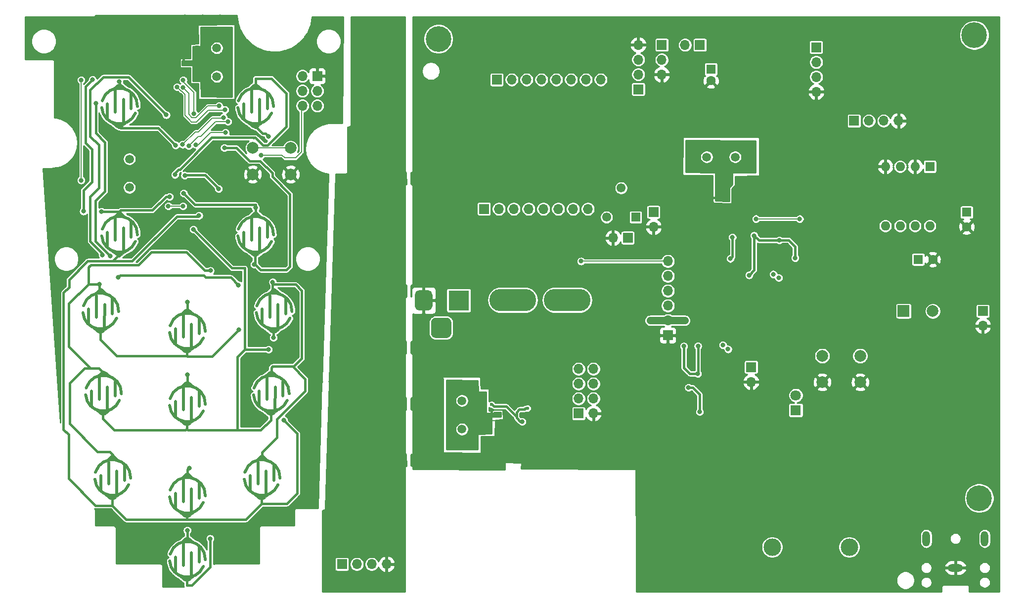
<source format=gbr>
G04 #@! TF.GenerationSoftware,KiCad,Pcbnew,(5.1.6)-1*
G04 #@! TF.CreationDate,2020-12-04T21:51:36-08:00*
G04 #@! TF.ProjectId,ReceiverCircuit,52656365-6976-4657-9243-697263756974,rev?*
G04 #@! TF.SameCoordinates,Original*
G04 #@! TF.FileFunction,Copper,L2,Bot*
G04 #@! TF.FilePolarity,Positive*
%FSLAX46Y46*%
G04 Gerber Fmt 4.6, Leading zero omitted, Abs format (unit mm)*
G04 Created by KiCad (PCBNEW (5.1.6)-1) date 2020-12-04 21:51:36*
%MOMM*%
%LPD*%
G01*
G04 APERTURE LIST*
G04 #@! TA.AperFunction,EtchedComponent*
%ADD10C,0.500000*%
G04 #@! TD*
G04 #@! TA.AperFunction,EtchedComponent*
%ADD11C,0.100000*%
G04 #@! TD*
G04 #@! TA.AperFunction,ComponentPad*
%ADD12C,3.000000*%
G04 #@! TD*
G04 #@! TA.AperFunction,ComponentPad*
%ADD13C,1.550000*%
G04 #@! TD*
G04 #@! TA.AperFunction,ComponentPad*
%ADD14R,1.550000X1.550000*%
G04 #@! TD*
G04 #@! TA.AperFunction,Conductor*
%ADD15O,1.000000X0.500000*%
G04 #@! TD*
G04 #@! TA.AperFunction,SMDPad,CuDef*
%ADD16O,1.000000X0.500000*%
G04 #@! TD*
G04 #@! TA.AperFunction,ComponentPad*
%ADD17C,4.400000*%
G04 #@! TD*
G04 #@! TA.AperFunction,ComponentPad*
%ADD18O,1.700000X1.700000*%
G04 #@! TD*
G04 #@! TA.AperFunction,ComponentPad*
%ADD19R,1.700000X1.700000*%
G04 #@! TD*
G04 #@! TA.AperFunction,ComponentPad*
%ADD20O,1.600000X1.600000*%
G04 #@! TD*
G04 #@! TA.AperFunction,ComponentPad*
%ADD21R,1.600000X1.600000*%
G04 #@! TD*
G04 #@! TA.AperFunction,ComponentPad*
%ADD22O,2.616000X1.308000*%
G04 #@! TD*
G04 #@! TA.AperFunction,ComponentPad*
%ADD23O,1.308000X2.616000*%
G04 #@! TD*
G04 #@! TA.AperFunction,ComponentPad*
%ADD24C,2.000000*%
G04 #@! TD*
G04 #@! TA.AperFunction,ComponentPad*
%ADD25R,2.000000X2.000000*%
G04 #@! TD*
G04 #@! TA.AperFunction,ComponentPad*
%ADD26C,1.600000*%
G04 #@! TD*
G04 #@! TA.AperFunction,ComponentPad*
%ADD27O,8.000000X3.800000*%
G04 #@! TD*
G04 #@! TA.AperFunction,ComponentPad*
%ADD28R,3.500000X3.500000*%
G04 #@! TD*
G04 #@! TA.AperFunction,ComponentPad*
%ADD29C,1.500000*%
G04 #@! TD*
G04 #@! TA.AperFunction,ComponentPad*
%ADD30R,1.800000X1.800000*%
G04 #@! TD*
G04 #@! TA.AperFunction,ComponentPad*
%ADD31C,1.800000*%
G04 #@! TD*
G04 #@! TA.AperFunction,ViaPad*
%ADD32C,0.800000*%
G04 #@! TD*
G04 #@! TA.AperFunction,ViaPad*
%ADD33C,0.450000*%
G04 #@! TD*
G04 #@! TA.AperFunction,ViaPad*
%ADD34C,0.599999*%
G04 #@! TD*
G04 #@! TA.AperFunction,Conductor*
%ADD35C,0.508000*%
G04 #@! TD*
G04 #@! TA.AperFunction,Conductor*
%ADD36C,0.381000*%
G04 #@! TD*
G04 #@! TA.AperFunction,Conductor*
%ADD37C,0.152400*%
G04 #@! TD*
G04 #@! TA.AperFunction,Conductor*
%ADD38C,1.270000*%
G04 #@! TD*
G04 #@! TA.AperFunction,Conductor*
%ADD39C,0.254000*%
G04 #@! TD*
G04 APERTURE END LIST*
D10*
X64700820Y-133886100D02*
X64695740Y-137805320D01*
X63324140Y-132306220D02*
X63324140Y-136040020D01*
X61985560Y-134610000D02*
X61980480Y-137096660D01*
X66036860Y-132956460D02*
X66039400Y-135468520D01*
D11*
G36*
X65226600Y-137919620D02*
G01*
X62615480Y-137912000D01*
X63550200Y-138666380D01*
X64319820Y-138666380D01*
X65226600Y-137919620D01*
G37*
X65226600Y-137919620D02*
X62615480Y-137912000D01*
X63550200Y-138666380D01*
X64319820Y-138666380D01*
X65226600Y-137919620D01*
G36*
X62732320Y-132064920D02*
G01*
X65343440Y-132072540D01*
X64408720Y-131318160D01*
X63639100Y-131318160D01*
X62732320Y-132064920D01*
G37*
X62732320Y-132064920D02*
X65343440Y-132072540D01*
X64408720Y-131318160D01*
X63639100Y-131318160D01*
X62732320Y-132064920D01*
D10*
X60992420Y-135257700D02*
G75*
G03*
X66761570Y-136210143I2998010J210877D01*
G01*
X67101737Y-135081001D02*
G75*
G03*
X61081320Y-134091840I-3078748J77425D01*
G01*
D11*
G36*
X62732320Y-143018920D02*
G01*
X65343440Y-143026540D01*
X64408720Y-142272160D01*
X63639100Y-142272160D01*
X62732320Y-143018920D01*
G37*
X62732320Y-143018920D02*
X65343440Y-143026540D01*
X64408720Y-142272160D01*
X63639100Y-142272160D01*
X62732320Y-143018920D01*
G36*
X65226600Y-148873620D02*
G01*
X62615480Y-148866000D01*
X63550200Y-149620380D01*
X64319820Y-149620380D01*
X65226600Y-148873620D01*
G37*
X65226600Y-148873620D02*
X62615480Y-148866000D01*
X63550200Y-149620380D01*
X64319820Y-149620380D01*
X65226600Y-148873620D01*
D10*
X66036860Y-143910460D02*
X66039400Y-146422520D01*
X61985560Y-145564000D02*
X61980480Y-148050660D01*
X63324140Y-143260220D02*
X63324140Y-146994020D01*
X64700820Y-144840100D02*
X64695740Y-148759320D01*
X67101737Y-146035001D02*
G75*
G03*
X61081320Y-145045840I-3078748J77425D01*
G01*
X60992420Y-146211700D02*
G75*
G03*
X66761570Y-147164143I2998010J210877D01*
G01*
D11*
G36*
X77574520Y-100493920D02*
G01*
X80185640Y-100501540D01*
X79250920Y-99747160D01*
X78481300Y-99747160D01*
X77574520Y-100493920D01*
G37*
X77574520Y-100493920D02*
X80185640Y-100501540D01*
X79250920Y-99747160D01*
X78481300Y-99747160D01*
X77574520Y-100493920D01*
G36*
X80068800Y-106348620D02*
G01*
X77457680Y-106341000D01*
X78392400Y-107095380D01*
X79162020Y-107095380D01*
X80068800Y-106348620D01*
G37*
X80068800Y-106348620D02*
X77457680Y-106341000D01*
X78392400Y-107095380D01*
X79162020Y-107095380D01*
X80068800Y-106348620D01*
D10*
X80879060Y-101385460D02*
X80881600Y-103897520D01*
X76827760Y-103039000D02*
X76822680Y-105525660D01*
X78166340Y-100735220D02*
X78166340Y-104469020D01*
X79543020Y-102315100D02*
X79537940Y-106234320D01*
X81943937Y-103510001D02*
G75*
G03*
X75923520Y-102520840I-3078748J77425D01*
G01*
X75834620Y-103686700D02*
G75*
G03*
X81603770Y-104639143I2998010J210877D01*
G01*
D11*
G36*
X62732320Y-103904020D02*
G01*
X65343440Y-103911640D01*
X64408720Y-103157260D01*
X63639100Y-103157260D01*
X62732320Y-103904020D01*
G37*
X62732320Y-103904020D02*
X65343440Y-103911640D01*
X64408720Y-103157260D01*
X63639100Y-103157260D01*
X62732320Y-103904020D01*
G36*
X65226600Y-109758720D02*
G01*
X62615480Y-109751100D01*
X63550200Y-110505480D01*
X64319820Y-110505480D01*
X65226600Y-109758720D01*
G37*
X65226600Y-109758720D02*
X62615480Y-109751100D01*
X63550200Y-110505480D01*
X64319820Y-110505480D01*
X65226600Y-109758720D01*
D10*
X66036860Y-104795560D02*
X66039400Y-107307620D01*
X61985560Y-106449100D02*
X61980480Y-108935760D01*
X63324140Y-104145320D02*
X63324140Y-107879120D01*
X64700820Y-105725200D02*
X64695740Y-109644420D01*
X67101737Y-106920101D02*
G75*
G03*
X61081320Y-105930940I-3078748J77425D01*
G01*
X60992420Y-107096800D02*
G75*
G03*
X66761570Y-108049243I2998010J210877D01*
G01*
X49859020Y-102315100D02*
X49853940Y-106234320D01*
X48482340Y-100735220D02*
X48482340Y-104469020D01*
X47143760Y-103039000D02*
X47138680Y-105525660D01*
X51195060Y-101385460D02*
X51197600Y-103897520D01*
D11*
G36*
X50384800Y-106348620D02*
G01*
X47773680Y-106341000D01*
X48708400Y-107095380D01*
X49478020Y-107095380D01*
X50384800Y-106348620D01*
G37*
X50384800Y-106348620D02*
X47773680Y-106341000D01*
X48708400Y-107095380D01*
X49478020Y-107095380D01*
X50384800Y-106348620D01*
G36*
X47890520Y-100493920D02*
G01*
X50501640Y-100501540D01*
X49566920Y-99747160D01*
X48797300Y-99747160D01*
X47890520Y-100493920D01*
G37*
X47890520Y-100493920D02*
X50501640Y-100501540D01*
X49566920Y-99747160D01*
X48797300Y-99747160D01*
X47890520Y-100493920D01*
D10*
X46150620Y-103686700D02*
G75*
G03*
X51919770Y-104639143I2998010J210877D01*
G01*
X52259937Y-103510001D02*
G75*
G03*
X46239520Y-102520840I-3078748J77425D01*
G01*
D11*
G36*
X77100520Y-114577920D02*
G01*
X79711640Y-114585540D01*
X78776920Y-113831160D01*
X78007300Y-113831160D01*
X77100520Y-114577920D01*
G37*
X77100520Y-114577920D02*
X79711640Y-114585540D01*
X78776920Y-113831160D01*
X78007300Y-113831160D01*
X77100520Y-114577920D01*
G36*
X79594800Y-120432620D02*
G01*
X76983680Y-120425000D01*
X77918400Y-121179380D01*
X78688020Y-121179380D01*
X79594800Y-120432620D01*
G37*
X79594800Y-120432620D02*
X76983680Y-120425000D01*
X77918400Y-121179380D01*
X78688020Y-121179380D01*
X79594800Y-120432620D01*
D10*
X80405060Y-115469460D02*
X80407600Y-117981520D01*
X76353760Y-117123000D02*
X76348680Y-119609660D01*
X77692340Y-114819220D02*
X77692340Y-118553020D01*
X79069020Y-116399100D02*
X79063940Y-120318320D01*
X81469937Y-117594001D02*
G75*
G03*
X75449520Y-116604840I-3078748J77425D01*
G01*
X75360620Y-117770700D02*
G75*
G03*
X81129770Y-118723143I2998010J210877D01*
G01*
X64700820Y-118199100D02*
X64695740Y-122118320D01*
X63324140Y-116619220D02*
X63324140Y-120353020D01*
X61985560Y-118923000D02*
X61980480Y-121409660D01*
X66036860Y-117269460D02*
X66039400Y-119781520D01*
D11*
G36*
X65226600Y-122232620D02*
G01*
X62615480Y-122225000D01*
X63550200Y-122979380D01*
X64319820Y-122979380D01*
X65226600Y-122232620D01*
G37*
X65226600Y-122232620D02*
X62615480Y-122225000D01*
X63550200Y-122979380D01*
X64319820Y-122979380D01*
X65226600Y-122232620D01*
G36*
X62732320Y-116377920D02*
G01*
X65343440Y-116385540D01*
X64408720Y-115631160D01*
X63639100Y-115631160D01*
X62732320Y-116377920D01*
G37*
X62732320Y-116377920D02*
X65343440Y-116385540D01*
X64408720Y-115631160D01*
X63639100Y-115631160D01*
X62732320Y-116377920D01*
D10*
X60992420Y-119570700D02*
G75*
G03*
X66761570Y-120523143I2998010J210877D01*
G01*
X67101737Y-119394001D02*
G75*
G03*
X61081320Y-118404840I-3078748J77425D01*
G01*
D11*
G36*
X48363520Y-114577920D02*
G01*
X50974640Y-114585540D01*
X50039920Y-113831160D01*
X49270300Y-113831160D01*
X48363520Y-114577920D01*
G37*
X48363520Y-114577920D02*
X50974640Y-114585540D01*
X50039920Y-113831160D01*
X49270300Y-113831160D01*
X48363520Y-114577920D01*
G36*
X50857800Y-120432620D02*
G01*
X48246680Y-120425000D01*
X49181400Y-121179380D01*
X49951020Y-121179380D01*
X50857800Y-120432620D01*
G37*
X50857800Y-120432620D02*
X48246680Y-120425000D01*
X49181400Y-121179380D01*
X49951020Y-121179380D01*
X50857800Y-120432620D01*
D10*
X51668060Y-115469460D02*
X51670600Y-117981520D01*
X47616760Y-117123000D02*
X47611680Y-119609660D01*
X48955340Y-114819220D02*
X48955340Y-118553020D01*
X50332020Y-116399100D02*
X50326940Y-120318320D01*
X52732937Y-117594001D02*
G75*
G03*
X46712520Y-116604840I-3078748J77425D01*
G01*
X46623620Y-117770700D02*
G75*
G03*
X52392770Y-118723143I2998010J210877D01*
G01*
X77490020Y-130847100D02*
X77484940Y-134766320D01*
X76113340Y-129267220D02*
X76113340Y-133001020D01*
X74774760Y-131571000D02*
X74769680Y-134057660D01*
X78826060Y-129917460D02*
X78828600Y-132429520D01*
D11*
G36*
X78015800Y-134880620D02*
G01*
X75404680Y-134873000D01*
X76339400Y-135627380D01*
X77109020Y-135627380D01*
X78015800Y-134880620D01*
G37*
X78015800Y-134880620D02*
X75404680Y-134873000D01*
X76339400Y-135627380D01*
X77109020Y-135627380D01*
X78015800Y-134880620D01*
G36*
X75521520Y-129025920D02*
G01*
X78132640Y-129033540D01*
X77197920Y-128279160D01*
X76428300Y-128279160D01*
X75521520Y-129025920D01*
G37*
X75521520Y-129025920D02*
X78132640Y-129033540D01*
X77197920Y-128279160D01*
X76428300Y-128279160D01*
X75521520Y-129025920D01*
D10*
X73781620Y-132218700D02*
G75*
G03*
X79550770Y-133171143I2998010J210877D01*
G01*
X79890937Y-132042001D02*
G75*
G03*
X73870520Y-131052840I-3078748J77425D01*
G01*
X51911020Y-130847100D02*
X51905940Y-134766320D01*
X50534340Y-129267220D02*
X50534340Y-133001020D01*
X49195760Y-131571000D02*
X49190680Y-134057660D01*
X53247060Y-129917460D02*
X53249600Y-132429520D01*
D11*
G36*
X52436800Y-134880620D02*
G01*
X49825680Y-134873000D01*
X50760400Y-135627380D01*
X51530020Y-135627380D01*
X52436800Y-134880620D01*
G37*
X52436800Y-134880620D02*
X49825680Y-134873000D01*
X50760400Y-135627380D01*
X51530020Y-135627380D01*
X52436800Y-134880620D01*
G36*
X49942520Y-129025920D02*
G01*
X52553640Y-129033540D01*
X51618920Y-128279160D01*
X50849300Y-128279160D01*
X49942520Y-129025920D01*
G37*
X49942520Y-129025920D02*
X52553640Y-129033540D01*
X51618920Y-128279160D01*
X50849300Y-128279160D01*
X49942520Y-129025920D01*
D10*
X48202620Y-132218700D02*
G75*
G03*
X53971770Y-133171143I2998010J210877D01*
G01*
X54311937Y-132042001D02*
G75*
G03*
X48291520Y-131052840I-3078748J77425D01*
G01*
D11*
G36*
X74416520Y-65374920D02*
G01*
X77027640Y-65382540D01*
X76092920Y-64628160D01*
X75323300Y-64628160D01*
X74416520Y-65374920D01*
G37*
X74416520Y-65374920D02*
X77027640Y-65382540D01*
X76092920Y-64628160D01*
X75323300Y-64628160D01*
X74416520Y-65374920D01*
G36*
X76910800Y-71229620D02*
G01*
X74299680Y-71222000D01*
X75234400Y-71976380D01*
X76004020Y-71976380D01*
X76910800Y-71229620D01*
G37*
X76910800Y-71229620D02*
X74299680Y-71222000D01*
X75234400Y-71976380D01*
X76004020Y-71976380D01*
X76910800Y-71229620D01*
D10*
X77721060Y-66266460D02*
X77723600Y-68778520D01*
X73669760Y-67920000D02*
X73664680Y-70406660D01*
X75008340Y-65616220D02*
X75008340Y-69350020D01*
X76385020Y-67196100D02*
X76379940Y-71115320D01*
X78785937Y-68391001D02*
G75*
G03*
X72765520Y-67401840I-3078748J77425D01*
G01*
X72676620Y-68567700D02*
G75*
G03*
X78445770Y-69520143I2998010J210877D01*
G01*
X53078420Y-67196100D02*
X53073340Y-71115320D01*
X51701740Y-65616220D02*
X51701740Y-69350020D01*
X50363160Y-67920000D02*
X50358080Y-70406660D01*
X54414460Y-66266460D02*
X54417000Y-68778520D01*
D11*
G36*
X53604200Y-71229620D02*
G01*
X50993080Y-71222000D01*
X51927800Y-71976380D01*
X52697420Y-71976380D01*
X53604200Y-71229620D01*
G37*
X53604200Y-71229620D02*
X50993080Y-71222000D01*
X51927800Y-71976380D01*
X52697420Y-71976380D01*
X53604200Y-71229620D01*
G36*
X51109920Y-65374920D02*
G01*
X53721040Y-65382540D01*
X52786320Y-64628160D01*
X52016700Y-64628160D01*
X51109920Y-65374920D01*
G37*
X51109920Y-65374920D02*
X53721040Y-65382540D01*
X52786320Y-64628160D01*
X52016700Y-64628160D01*
X51109920Y-65374920D01*
D10*
X49370020Y-68567700D02*
G75*
G03*
X55139170Y-69520143I2998010J210877D01*
G01*
X55479337Y-68391001D02*
G75*
G03*
X49458920Y-67401840I-3078748J77425D01*
G01*
X76385020Y-89177800D02*
X76379940Y-93097020D01*
X75008340Y-87597920D02*
X75008340Y-91331720D01*
X73669760Y-89901700D02*
X73664680Y-92388360D01*
X77721060Y-88248160D02*
X77723600Y-90760220D01*
D11*
G36*
X76910800Y-93211320D02*
G01*
X74299680Y-93203700D01*
X75234400Y-93958080D01*
X76004020Y-93958080D01*
X76910800Y-93211320D01*
G37*
X76910800Y-93211320D02*
X74299680Y-93203700D01*
X75234400Y-93958080D01*
X76004020Y-93958080D01*
X76910800Y-93211320D01*
G36*
X74416520Y-87356620D02*
G01*
X77027640Y-87364240D01*
X76092920Y-86609860D01*
X75323300Y-86609860D01*
X74416520Y-87356620D01*
G37*
X74416520Y-87356620D02*
X77027640Y-87364240D01*
X76092920Y-86609860D01*
X75323300Y-86609860D01*
X74416520Y-87356620D01*
D10*
X72676620Y-90549400D02*
G75*
G03*
X78445770Y-91501843I2998010J210877D01*
G01*
X78785937Y-90372701D02*
G75*
G03*
X72765520Y-89383540I-3078748J77425D01*
G01*
X53078420Y-89177800D02*
X53073340Y-93097020D01*
X51701740Y-87597920D02*
X51701740Y-91331720D01*
X50363160Y-89901700D02*
X50358080Y-92388360D01*
X54414460Y-88248160D02*
X54417000Y-90760220D01*
D11*
G36*
X53604200Y-93211320D02*
G01*
X50993080Y-93203700D01*
X51927800Y-93958080D01*
X52697420Y-93958080D01*
X53604200Y-93211320D01*
G37*
X53604200Y-93211320D02*
X50993080Y-93203700D01*
X51927800Y-93958080D01*
X52697420Y-93958080D01*
X53604200Y-93211320D01*
G36*
X51109920Y-87356620D02*
G01*
X53721040Y-87364240D01*
X52786320Y-86609860D01*
X52016700Y-86609860D01*
X51109920Y-87356620D01*
G37*
X51109920Y-87356620D02*
X53721040Y-87364240D01*
X52786320Y-86609860D01*
X52016700Y-86609860D01*
X51109920Y-87356620D01*
D10*
X49370020Y-90549400D02*
G75*
G03*
X55139170Y-91501843I2998010J210877D01*
G01*
X55479337Y-90372701D02*
G75*
G03*
X49458920Y-89383540I-3078748J77425D01*
G01*
D12*
X164174360Y-143860520D03*
X177374360Y-143860520D03*
D13*
X135804900Y-87345520D03*
D14*
X140804900Y-87345520D03*
D13*
X138304900Y-82345520D03*
D15*
X63936280Y-138516520D03*
D16*
X64020100Y-131457860D03*
D17*
X199600820Y-135475980D03*
X107027980Y-56796940D03*
X198775320Y-56167020D03*
D18*
X136908540Y-90873580D03*
D19*
X139448540Y-90873580D03*
X160561020Y-113022380D03*
D18*
X160561020Y-115562380D03*
X146309080Y-94881700D03*
X146309080Y-97421700D03*
X146309080Y-99961700D03*
X146309080Y-102501700D03*
X146309080Y-105041700D03*
D19*
X146309080Y-107581700D03*
D18*
X133563360Y-113332260D03*
X131023360Y-113332260D03*
X133563360Y-115872260D03*
X131023360Y-115872260D03*
X133563360Y-118412260D03*
X131023360Y-118412260D03*
X133563360Y-120952260D03*
D19*
X131023360Y-120952260D03*
D20*
X191168020Y-88831420D03*
X183548020Y-78671420D03*
X188628020Y-88831420D03*
X186088020Y-78671420D03*
X186088020Y-88831420D03*
X188628020Y-78671420D03*
X183548020Y-88831420D03*
D21*
X191168020Y-78671420D03*
D22*
X195554600Y-147393660D03*
D23*
X200554600Y-142393660D03*
X190554600Y-142393660D03*
D18*
X200248520Y-105963720D03*
D19*
X200248520Y-103423720D03*
D24*
X191664600Y-103418640D03*
D25*
X186664600Y-103418640D03*
D26*
X197477380Y-88999700D03*
D21*
X197477380Y-86499700D03*
D26*
X191679200Y-94579440D03*
D21*
X189179200Y-94579440D03*
D18*
X134802880Y-63784480D03*
X132262880Y-63784480D03*
X129722880Y-63784480D03*
X127182880Y-63784480D03*
X124642880Y-63784480D03*
X122102880Y-63784480D03*
X119562880Y-63784480D03*
D19*
X117022880Y-63784480D03*
D18*
X132610860Y-85930740D03*
X130070860Y-85930740D03*
X127530860Y-85930740D03*
X124990860Y-85930740D03*
X122450860Y-85930740D03*
X119910860Y-85930740D03*
X117370860Y-85930740D03*
D19*
X114830860Y-85930740D03*
D24*
X179242860Y-111099600D03*
X179242860Y-115599600D03*
X172742860Y-111099600D03*
X172742860Y-115599600D03*
D18*
X141249400Y-57810400D03*
X141249400Y-60350400D03*
X141249400Y-62890400D03*
D19*
X141249400Y-65430400D03*
D18*
X171704000Y-65862200D03*
X171704000Y-63322200D03*
X171704000Y-60782200D03*
D19*
X171704000Y-58242200D03*
D26*
X153670000Y-63957200D03*
D21*
X153670000Y-61957200D03*
D27*
X119750840Y-101533960D03*
X129050840Y-101533960D03*
D28*
X110490000Y-101600000D03*
G04 #@! TA.AperFunction,ComponentPad*
G36*
G01*
X102990000Y-102600000D02*
X102990000Y-100600000D01*
G75*
G02*
X103740000Y-99850000I750000J0D01*
G01*
X105240000Y-99850000D01*
G75*
G02*
X105990000Y-100600000I0J-750000D01*
G01*
X105990000Y-102600000D01*
G75*
G02*
X105240000Y-103350000I-750000J0D01*
G01*
X103740000Y-103350000D01*
G75*
G02*
X102990000Y-102600000I0J750000D01*
G01*
G37*
G04 #@! TD.AperFunction*
G04 #@! TA.AperFunction,ComponentPad*
G36*
G01*
X105740000Y-107175000D02*
X105740000Y-105425000D01*
G75*
G02*
X106615000Y-104550000I875000J0D01*
G01*
X108365000Y-104550000D01*
G75*
G02*
X109240000Y-105425000I0J-875000D01*
G01*
X109240000Y-107175000D01*
G75*
G02*
X108365000Y-108050000I-875000J0D01*
G01*
X106615000Y-108050000D01*
G75*
G02*
X105740000Y-107175000I0J875000D01*
G01*
G37*
G04 #@! TD.AperFunction*
D19*
X151790400Y-57835800D03*
D18*
X149250400Y-57835800D03*
D19*
X178175920Y-70840600D03*
D18*
X180715920Y-70840600D03*
X183255920Y-70840600D03*
X185795920Y-70840600D03*
X145262600Y-62915800D03*
X145262600Y-60375800D03*
D19*
X145262600Y-57835800D03*
D29*
X157835600Y-77028040D03*
X152955600Y-77028040D03*
X111043720Y-123650400D03*
X111043720Y-118770400D03*
D30*
X168208960Y-120406160D03*
D31*
X168208960Y-117866160D03*
D19*
X143855440Y-86466680D03*
D18*
X143855440Y-89006680D03*
D15*
X64020100Y-142411860D03*
X63936280Y-149470520D03*
X78862300Y-99886860D03*
X78778480Y-106945520D03*
X64020100Y-103296960D03*
X63936280Y-110355620D03*
X49094480Y-106945520D03*
X49178300Y-99886860D03*
X78388300Y-113970860D03*
X78304480Y-121029520D03*
X63936280Y-122829520D03*
X64020100Y-115770860D03*
X49651300Y-113970860D03*
X49567480Y-121029520D03*
X76725480Y-135477520D03*
X76809300Y-128418860D03*
X51146480Y-135477520D03*
X51230300Y-128418860D03*
X75704300Y-64767860D03*
X75620480Y-71826520D03*
X52313880Y-71826520D03*
X52397700Y-64767860D03*
X75620480Y-93808220D03*
X75704300Y-86749560D03*
X52313880Y-93808220D03*
X52397700Y-86749560D03*
D29*
X69049900Y-58366000D03*
X69049900Y-63246000D03*
D24*
X75209400Y-80001500D03*
X75209400Y-75501500D03*
X81709400Y-80001500D03*
X81709400Y-75501500D03*
D29*
X54114700Y-82248400D03*
X54114700Y-77368400D03*
D18*
X98132900Y-146773900D03*
X95592900Y-146773900D03*
X93052900Y-146773900D03*
D19*
X90512900Y-146773900D03*
X86268560Y-63177420D03*
D18*
X83728560Y-63177420D03*
X86268560Y-65717420D03*
X83728560Y-65717420D03*
X86268560Y-68257420D03*
X83728560Y-68257420D03*
D32*
X49466500Y-53581300D03*
D33*
X64439800Y-62014100D03*
D32*
X155867100Y-79689960D03*
X178744880Y-94985840D03*
X178734720Y-93690440D03*
X178734720Y-92466160D03*
X173319440Y-91221560D03*
X171521120Y-93731080D03*
X171175680Y-96403160D03*
X166049960Y-96301560D03*
X166049960Y-95077280D03*
X155067000Y-112522000D03*
X168275000Y-112064800D03*
X163068000Y-115869720D03*
X163334700Y-117162580D03*
X145201640Y-112943640D03*
X145214340Y-111800640D03*
X145166080Y-110683040D03*
X158716980Y-94851220D03*
X124409200Y-83497420D03*
X124383800Y-82252820D03*
X124358400Y-81059020D03*
X103378000Y-130048000D03*
X109728000Y-130048000D03*
X116078000Y-130048000D03*
X122428000Y-130048000D03*
X128778000Y-130048000D03*
X135128000Y-130048000D03*
X141478000Y-130048000D03*
X141478000Y-136398000D03*
X141478000Y-142748000D03*
X141478000Y-149098000D03*
D34*
X115036600Y-127381000D03*
X116433600Y-127762000D03*
X117475000Y-127762000D03*
X115824000Y-124002800D03*
X121412000Y-128879600D03*
X123444000Y-124536200D03*
X123444000Y-123520200D03*
X124256800Y-122682000D03*
X124129800Y-118618000D03*
X114731800Y-117602000D03*
X120370600Y-123240800D03*
X122161300Y-118859300D03*
X116128800Y-120319800D03*
X144526000Y-135458200D03*
X144526000Y-134239000D03*
X144526000Y-133045200D03*
X156580840Y-119298720D03*
X156580840Y-118104920D03*
X156580840Y-116911120D03*
X154223720Y-121645680D03*
X151282400Y-138226800D03*
X151282400Y-139496800D03*
X151282400Y-140766800D03*
X151282400Y-142036800D03*
X156768800Y-138226800D03*
X156768800Y-139496800D03*
X156768800Y-140766800D03*
X156768800Y-142036800D03*
X156768800Y-136956800D03*
X169519600Y-142494000D03*
X169519600Y-145262600D03*
X172059600Y-142494000D03*
X172059600Y-145186400D03*
D32*
X129377440Y-67955160D03*
X123027440Y-68000880D03*
X158988760Y-90789760D03*
X158170880Y-85222080D03*
X159776160Y-85227160D03*
D34*
X122339100Y-121069100D03*
D32*
X151358600Y-68046600D03*
X194487800Y-94655640D03*
X181846220Y-93797120D03*
X155971240Y-98028760D03*
X197477380Y-91965780D03*
X164152580Y-123769120D03*
X56984900Y-57454800D03*
X56883300Y-58610500D03*
X63591440Y-54518560D03*
X64627760Y-54518560D03*
X59512200Y-53530500D03*
X60462160Y-58783220D03*
X66283840Y-58529220D03*
X57378600Y-78511400D03*
X61823600Y-77876400D03*
X67005200Y-77063600D03*
X72872600Y-77724000D03*
X72872600Y-79349600D03*
X56261000Y-77457300D03*
X56315999Y-76381999D03*
X59372500Y-81737200D03*
X57340500Y-74523600D03*
X58305700Y-65036700D03*
X59588400Y-63766700D03*
X65328800Y-64846200D03*
X56921400Y-59601100D03*
X61671200Y-76276200D03*
D33*
X58699400Y-61341000D03*
D32*
X94399100Y-136080500D03*
X94386400Y-111099600D03*
X94386400Y-91097100D03*
X94399100Y-71094600D03*
X98602800Y-64871600D03*
X98590100Y-84886800D03*
X98501200Y-104559100D03*
X98755200Y-130022600D03*
X45834300Y-56629300D03*
X52466500Y-53581300D03*
X55466500Y-53581300D03*
X57619900Y-53555900D03*
X63639700Y-53009800D03*
X66639700Y-53009800D03*
X69639700Y-53009800D03*
X165379400Y-91313000D03*
X156997400Y-94449900D03*
X157365700Y-90782140D03*
X161076640Y-90500200D03*
X168104820Y-94310200D03*
X151424640Y-114142520D03*
X151465280Y-109428280D03*
X149042120Y-109448600D03*
X143294100Y-105041700D03*
X160218120Y-97266760D03*
X149410420Y-105036620D03*
D34*
X116128800Y-119430800D03*
D32*
X121361200Y-122377200D03*
D34*
X122275600Y-120091200D03*
D32*
X151749760Y-120690640D03*
X149839680Y-116535200D03*
X164350700Y-97111820D03*
X155717240Y-109258100D03*
X165290500Y-97713800D03*
X156618940Y-109954060D03*
X161392520Y-87629080D03*
X168879520Y-87627460D03*
X131462780Y-94881700D03*
X76680060Y-76713080D03*
X63215520Y-74891900D03*
X62263646Y-65053854D03*
X70210680Y-70253860D03*
X70485000Y-68927980D03*
X64256034Y-75125219D03*
X63264801Y-65098716D03*
X70977760Y-70957440D03*
X69463920Y-68280280D03*
X63309500Y-63842900D03*
X65161160Y-69608700D03*
X65506600Y-74917300D03*
X70553580Y-72857360D03*
X72796400Y-98958400D03*
X78638400Y-98450400D03*
X49504600Y-93827600D03*
X52184300Y-97663000D03*
X60426600Y-69824600D03*
X64008000Y-140970000D03*
X64338200Y-130302000D03*
X64058800Y-114350800D03*
X64033400Y-101854000D03*
X50812700Y-93965758D03*
X48348900Y-67830700D03*
X75692000Y-85725000D03*
X48945800Y-98831400D03*
X67983100Y-96494600D03*
X63398400Y-83254999D03*
X61899800Y-80060800D03*
X60960000Y-83820000D03*
X49329300Y-86362500D03*
X46228000Y-86334600D03*
X47802800Y-63804800D03*
X52362100Y-64125400D03*
X78765400Y-107975400D03*
X72872600Y-106629200D03*
X63576200Y-80175100D03*
X77950060Y-73517760D03*
X69392800Y-82473800D03*
X77927200Y-110007400D03*
X62001400Y-75006200D03*
X65062100Y-89446100D03*
X80543400Y-122097800D03*
X66014600Y-87083900D03*
X75463400Y-95427800D03*
X70358000Y-75463400D03*
X67911980Y-142389860D03*
X63268860Y-85445600D03*
X60772040Y-85445600D03*
X45839380Y-81008220D03*
X45848800Y-63841100D03*
D35*
X50558700Y-84912200D02*
X51841400Y-84912200D01*
X60210700Y-80568800D02*
X60210700Y-81610200D01*
X60096400Y-78625700D02*
X60096400Y-79667100D01*
X53962300Y-74701400D02*
X53962300Y-75742800D01*
D36*
X63400940Y-60076080D02*
X63400940Y-60558680D01*
X154881580Y-83987640D02*
X153517600Y-83987640D01*
X158170880Y-85222080D02*
X156420820Y-85222080D01*
X116128800Y-120319800D02*
X116128800Y-120891300D01*
D37*
X115973860Y-122237500D02*
X117005100Y-122237500D01*
D36*
X157358080Y-90789760D02*
X157358080Y-90789760D01*
X157368240Y-90779600D02*
X157365700Y-90782140D01*
X157365700Y-90782140D02*
X157358080Y-90789760D01*
X161102040Y-90474800D02*
X161076640Y-90500200D01*
X161889440Y-91313000D02*
X161076640Y-90500200D01*
X165379400Y-91313000D02*
X161889440Y-91313000D01*
X166979600Y-91267280D02*
X165709600Y-91267280D01*
X168104820Y-94310200D02*
X168104820Y-92392500D01*
X168104820Y-92392500D02*
X166979600Y-91267280D01*
X157365700Y-94081600D02*
X156997400Y-94449900D01*
X157365700Y-90782140D02*
X157365700Y-94081600D01*
X151444960Y-109448600D02*
X151465280Y-109428280D01*
D38*
X146309080Y-105041700D02*
X143294100Y-105041700D01*
D36*
X143294100Y-105041700D02*
X143294100Y-105041700D01*
X161076640Y-96408240D02*
X160218120Y-97266760D01*
X161076640Y-90500200D02*
X161076640Y-96408240D01*
X149227540Y-105041700D02*
X149283420Y-104985820D01*
D38*
X146309080Y-105041700D02*
X149227540Y-105041700D01*
D36*
X149047200Y-109453680D02*
X149042120Y-109448600D01*
X151424640Y-114142520D02*
X150068280Y-114142520D01*
X149042120Y-110553500D02*
X149047200Y-110548420D01*
X149047200Y-110548420D02*
X149047200Y-109453680D01*
X149042120Y-113116360D02*
X149042120Y-110553500D01*
X150068280Y-114142520D02*
X149042120Y-113116360D01*
X151465280Y-114101880D02*
X151424640Y-114142520D01*
X151465280Y-109428280D02*
X151465280Y-114101880D01*
X116128800Y-119430800D02*
X116230400Y-119430800D01*
X116230400Y-119430800D02*
X116560600Y-119761000D01*
X116560600Y-119761000D02*
X118668800Y-119761000D01*
X118668800Y-119761000D02*
X120396000Y-121488200D01*
X120396000Y-121488200D02*
X120396000Y-121716800D01*
X121056400Y-122377200D02*
X121361200Y-122377200D01*
X120396000Y-121716800D02*
X121056400Y-122377200D01*
X120396000Y-121488200D02*
X120396000Y-120726200D01*
X120853200Y-120269000D02*
X121761659Y-120269000D01*
X120396000Y-120726200D02*
X120853200Y-120269000D01*
X121851338Y-120091200D02*
X122275600Y-120091200D01*
X121761659Y-120180879D02*
X121851338Y-120091200D01*
X121761659Y-120269000D02*
X121761659Y-120180879D01*
X151749760Y-120690640D02*
X151749760Y-117703600D01*
X150581360Y-116535200D02*
X149839680Y-116535200D01*
X151749760Y-117703600D02*
X150581360Y-116535200D01*
D37*
X166547800Y-87630000D02*
X168876980Y-87630000D01*
X168876980Y-87630000D02*
X168879520Y-87627460D01*
X161392520Y-87629080D02*
X166546880Y-87629080D01*
X166546880Y-87629080D02*
X166547800Y-87630000D01*
X146309080Y-94881700D02*
X131462780Y-94881700D01*
X131462780Y-94881700D02*
X131462780Y-94881700D01*
X82555080Y-77195680D02*
X83576160Y-76174600D01*
X83576160Y-68371720D02*
X83786980Y-68160900D01*
X83576160Y-76174600D02*
X83576160Y-68371720D01*
X82555080Y-77195680D02*
X80688180Y-77195680D01*
X80205580Y-76713080D02*
X76680060Y-76713080D01*
X80688180Y-77195680D02*
X80205580Y-76713080D01*
X65590420Y-71028560D02*
X66883280Y-69735700D01*
X64742060Y-71028560D02*
X65590420Y-71028560D01*
X64376300Y-70662800D02*
X64742060Y-71028560D01*
X64371220Y-70662800D02*
X64376300Y-70662800D01*
X62952846Y-65743054D02*
X63048114Y-65743054D01*
X62263646Y-65053854D02*
X62952846Y-65743054D01*
X63048114Y-65743054D02*
X63621920Y-66316860D01*
X66883280Y-69735700D02*
X66885820Y-69735700D01*
X63621920Y-66316860D02*
X63621920Y-69913500D01*
X63621920Y-69913500D02*
X64371220Y-70662800D01*
X63215520Y-74891900D02*
X63294260Y-74891900D01*
X70485000Y-68927980D02*
X70482460Y-68930520D01*
X66883280Y-69735700D02*
X66888360Y-69735700D01*
X66888360Y-69735700D02*
X67632580Y-68991480D01*
X70421500Y-68991480D02*
X70485000Y-68927980D01*
X67632580Y-68991480D02*
X70421500Y-68991480D01*
X63215520Y-74891900D02*
X65394840Y-72712580D01*
X65394840Y-72712580D02*
X65905380Y-72712580D01*
X65905380Y-72712580D02*
X68259960Y-70358000D01*
X70106540Y-70358000D02*
X70210680Y-70253860D01*
X68259960Y-70358000D02*
X70106540Y-70358000D01*
X67490358Y-68280280D02*
X65485737Y-70284901D01*
X64256034Y-69704352D02*
X64256034Y-66148334D01*
X64256034Y-66148334D02*
X63264801Y-65157101D01*
X69463920Y-68280280D02*
X67490358Y-68280280D01*
X63264801Y-65157101D02*
X63264801Y-65098716D01*
X65485737Y-70284901D02*
X64836583Y-70284901D01*
X64836583Y-70284901D02*
X64256034Y-69704352D01*
X64297903Y-75125219D02*
X65882502Y-73540620D01*
X64256034Y-75125219D02*
X64297903Y-75125219D01*
X65882502Y-73540620D02*
X66296540Y-73540620D01*
X66296540Y-73540620D02*
X68841620Y-70995540D01*
X70888860Y-70995540D02*
X68877180Y-70995540D01*
X68841620Y-70995540D02*
X68877180Y-70995540D01*
X63390763Y-63924163D02*
X63309500Y-63842900D01*
X63390763Y-64223900D02*
X63390763Y-63924163D01*
X65161160Y-65994297D02*
X63390763Y-64223900D01*
X65161160Y-69608700D02*
X65161160Y-65994297D01*
X75209400Y-75501500D02*
X81709400Y-75501500D01*
X65506600Y-74917300D02*
X65900300Y-74917300D01*
X65900300Y-74917300D02*
X67980560Y-72837040D01*
X68000880Y-72857360D02*
X67980560Y-72837040D01*
X70553580Y-72857360D02*
X68000880Y-72857360D01*
D36*
X71501000Y-97663000D02*
X72796400Y-98958400D01*
X78684214Y-99703450D02*
X78868912Y-99710369D01*
X78681452Y-99706013D02*
X78684214Y-99703450D01*
X78638400Y-99662960D02*
X78681452Y-99706013D01*
X78638400Y-98856800D02*
X82550000Y-98856800D01*
X78638400Y-98856800D02*
X78638400Y-99662960D01*
X78638400Y-98450400D02*
X78638400Y-98856800D01*
X82550000Y-98856800D02*
X83616800Y-99923600D01*
X83616800Y-99923600D02*
X83616800Y-111531400D01*
X83616800Y-111531400D02*
X82245200Y-112903000D01*
X78388300Y-113786617D02*
X78397247Y-113787273D01*
X78613000Y-112903000D02*
X78388300Y-113127700D01*
X78388300Y-113127700D02*
X78388300Y-113786617D01*
X82016600Y-112903000D02*
X82042000Y-112903000D01*
X82016600Y-112903000D02*
X78613000Y-112903000D01*
X82245200Y-112903000D02*
X82016600Y-112903000D01*
X82042000Y-112903000D02*
X84201000Y-115062000D01*
X84201000Y-115062000D02*
X84201000Y-117119400D01*
X84201000Y-117119400D02*
X79375000Y-121945400D01*
X79375000Y-121945400D02*
X79375000Y-125044200D01*
X76809300Y-128234617D02*
X76818247Y-128235273D01*
X79375000Y-125044200D02*
X76809300Y-127609900D01*
X76809300Y-127609900D02*
X76809300Y-128234617D01*
X49504600Y-93827600D02*
X49504600Y-93599000D01*
X49504600Y-93599000D02*
X47396400Y-91490800D01*
X52562199Y-97285101D02*
X66830501Y-97285101D01*
X52184300Y-97663000D02*
X52562199Y-97285101D01*
X67208400Y-97663000D02*
X71501000Y-97663000D01*
X66830501Y-97285101D02*
X67208400Y-97663000D01*
X47396400Y-65595500D02*
X49657000Y-63334900D01*
X49657000Y-63334900D02*
X53936900Y-63334900D01*
X53936900Y-63334900D02*
X60426600Y-69824600D01*
X47396400Y-65595500D02*
X47396400Y-73482200D01*
X47396400Y-73482200D02*
X48861980Y-74947780D01*
X48861980Y-74947780D02*
X48861980Y-82351880D01*
X47396400Y-83817460D02*
X47396400Y-91490800D01*
X48861980Y-82351880D02*
X47396400Y-83817460D01*
D37*
X64008000Y-142344333D02*
X63964181Y-142347406D01*
X64084971Y-131392988D02*
X64093531Y-131393616D01*
D36*
X64058800Y-115585187D02*
X64029044Y-115587274D01*
X64058800Y-114350800D02*
X64058800Y-115585187D01*
X64020100Y-103112717D02*
X64029047Y-103113373D01*
X64033400Y-101854000D02*
X64020100Y-101867300D01*
X64020100Y-101867300D02*
X64020100Y-103112717D01*
X49936400Y-82905600D02*
X48298100Y-84543900D01*
X49936400Y-74510900D02*
X49936400Y-82905600D01*
X48298100Y-91451158D02*
X50812700Y-93965758D01*
X48298100Y-84543900D02*
X48298100Y-91451158D01*
X48348900Y-72923400D02*
X49936400Y-74510900D01*
X48348900Y-67830700D02*
X48348900Y-72923400D01*
X64008000Y-142226729D02*
X64029045Y-142228273D01*
X64008000Y-140970000D02*
X64008000Y-142226729D01*
X64338200Y-130302000D02*
X64300100Y-130302000D01*
X64020100Y-131273617D02*
X64029047Y-131274273D01*
X64300100Y-130302000D02*
X64020100Y-130582000D01*
X64020100Y-130582000D02*
X64020100Y-131273617D01*
X75692000Y-86564414D02*
X75713247Y-86565973D01*
X75692000Y-85725000D02*
X75692000Y-86564414D01*
X49000214Y-99703450D02*
X49184912Y-99710369D01*
X48997452Y-99706013D02*
X49000214Y-99703450D01*
X48945800Y-98831400D02*
X48945800Y-99654360D01*
X48945800Y-99654360D02*
X48997452Y-99706013D01*
X48945800Y-98831400D02*
X47066200Y-98831400D01*
X47066200Y-98831400D02*
X43738800Y-102158800D01*
X43738800Y-102158800D02*
X43738800Y-109474000D01*
X43738800Y-109474000D02*
X47472600Y-113207800D01*
X49473214Y-113787450D02*
X49657912Y-113794369D01*
X49470452Y-113790013D02*
X49473214Y-113787450D01*
X47472600Y-113207800D02*
X48888240Y-113207800D01*
X48888240Y-113207800D02*
X49470452Y-113790013D01*
X47472600Y-113207800D02*
X46405800Y-113207800D01*
X46405800Y-113207800D02*
X43865800Y-115747800D01*
X43865800Y-115747800D02*
X43865800Y-122732800D01*
X43865800Y-122732800D02*
X48666400Y-127533400D01*
X48666400Y-127533400D02*
X50749200Y-127533400D01*
X47066200Y-98831400D02*
X47066200Y-95961200D01*
X47297901Y-95729499D02*
X47323301Y-95729499D01*
X47066200Y-95961200D02*
X47297901Y-95729499D01*
X47323301Y-95729499D02*
X47485300Y-95567500D01*
X47485300Y-95567500D02*
X55613300Y-95567500D01*
X55613300Y-95567500D02*
X57835800Y-93345000D01*
X57835800Y-93345000D02*
X63881000Y-93345000D01*
X63881000Y-93345000D02*
X67005200Y-96469200D01*
X67005200Y-96469200D02*
X67957700Y-96469200D01*
X67957700Y-96469200D02*
X67983100Y-96494600D01*
X51230300Y-128014500D02*
X51230300Y-128234617D01*
X51230300Y-128234617D02*
X51239247Y-128235273D01*
X50749200Y-127533400D02*
X51230300Y-128014500D01*
X75692000Y-85725000D02*
X75692000Y-85191600D01*
X63516098Y-83137301D02*
X63398400Y-83254999D01*
X65335001Y-85191600D02*
X63398400Y-83254999D01*
X75692000Y-85191600D02*
X65335001Y-85191600D01*
X61899800Y-80060800D02*
X61899800Y-79883000D01*
X60960000Y-83820000D02*
X60375800Y-83820000D01*
X60375800Y-83820000D02*
X58039000Y-86156800D01*
X58039000Y-86156800D02*
X52603400Y-86156800D01*
X52397700Y-86565317D02*
X52406647Y-86565973D01*
X52603400Y-86156800D02*
X52397700Y-86362500D01*
X52397700Y-86362500D02*
X52397700Y-86565317D01*
X61899800Y-80060800D02*
X61899800Y-79781400D01*
X61899800Y-79781400D02*
X62509400Y-79171800D01*
X62509400Y-79171800D02*
X62725300Y-79171800D01*
X62725300Y-79171800D02*
X68173600Y-73723500D01*
X68173600Y-73723500D02*
X75322158Y-73723500D01*
X75322158Y-73723500D02*
X75388759Y-73790101D01*
X52397700Y-86362500D02*
X49329300Y-86362500D01*
X52397700Y-64583617D02*
X52406647Y-64584273D01*
X52362100Y-64125400D02*
X52397700Y-64161000D01*
X52397700Y-64161000D02*
X52397700Y-64583617D01*
X47802800Y-63804800D02*
X46634400Y-64973200D01*
X46634400Y-64973200D02*
X46634400Y-74625200D01*
X46634400Y-74625200D02*
X47713900Y-75704700D01*
X47713900Y-75704700D02*
X47713900Y-81282540D01*
X46228000Y-82768440D02*
X46228000Y-86334600D01*
X47713900Y-81282540D02*
X46228000Y-82768440D01*
X75692000Y-64582714D02*
X75713247Y-64584273D01*
X75692000Y-63576200D02*
X75692000Y-64582714D01*
X78422500Y-63576200D02*
X75692000Y-63576200D01*
X81000600Y-66154300D02*
X78422500Y-63576200D01*
X75661520Y-73723500D02*
X76972810Y-75034790D01*
X76972810Y-75034790D02*
X77746210Y-75034790D01*
X77746210Y-75034790D02*
X81000600Y-71780400D01*
X75322158Y-73723500D02*
X75661520Y-73723500D01*
X81000600Y-71780400D02*
X81000600Y-66154300D01*
X78778480Y-107131271D02*
X78770131Y-107130515D01*
X78765400Y-107975400D02*
X78778480Y-107962320D01*
X78778480Y-107962320D02*
X78778480Y-107131271D01*
X72872600Y-106629200D02*
X68275200Y-111226600D01*
X68275200Y-111226600D02*
X64033400Y-111226600D01*
X63936280Y-110541371D02*
X63927931Y-110540615D01*
X64033400Y-111226600D02*
X63936280Y-111129480D01*
X63936280Y-111129480D02*
X63936280Y-110541371D01*
X63936280Y-111129480D02*
X51922080Y-111129480D01*
X49094480Y-107131271D02*
X49086131Y-107130515D01*
X51922080Y-111129480D02*
X49094480Y-108301880D01*
X49094480Y-108301880D02*
X49094480Y-107131271D01*
X75768200Y-72012545D02*
X75610931Y-72004087D01*
D37*
X63614300Y-80137000D02*
X63576200Y-80175100D01*
D36*
X64236600Y-80137000D02*
X63614300Y-80137000D01*
X64236600Y-80137000D02*
X67061080Y-80137000D01*
X67061080Y-80137000D02*
X68823840Y-81899760D01*
X68823840Y-81899760D02*
X68823840Y-81904840D01*
X68823840Y-81904840D02*
X69392800Y-82473800D01*
X69392800Y-82473800D02*
X69392800Y-82473800D01*
X75908067Y-72004087D02*
X75610931Y-72004087D01*
X76893420Y-72989440D02*
X75908067Y-72004087D01*
X77421740Y-72989440D02*
X77950060Y-73517760D01*
X76893420Y-72989440D02*
X77421740Y-72989440D01*
D37*
X49555400Y-121640600D02*
X49555400Y-121920000D01*
D36*
X49555400Y-121214724D02*
X49559132Y-121214515D01*
X49555400Y-121640600D02*
X49555400Y-121214724D01*
X49555400Y-121640600D02*
X49555400Y-121894600D01*
X49555400Y-121894600D02*
X51485800Y-123825000D01*
X51485800Y-123825000D02*
X63677800Y-123825000D01*
X63936280Y-123015271D02*
X63927931Y-123014515D01*
X63677800Y-123825000D02*
X63936280Y-123566520D01*
X63936280Y-123566520D02*
X63936280Y-123015271D01*
X63936280Y-123566520D02*
X63936280Y-123600880D01*
X63936280Y-123600880D02*
X64135000Y-123799600D01*
X78304480Y-121215271D02*
X78296131Y-121214515D01*
X76606400Y-123799600D02*
X78304480Y-122101520D01*
X78304480Y-122101520D02*
X78304480Y-121215271D01*
X72593200Y-111252000D02*
X72593200Y-123799600D01*
X73837800Y-110007400D02*
X72593200Y-111252000D01*
X77927200Y-110007400D02*
X73837800Y-110007400D01*
X64135000Y-123799600D02*
X72593200Y-123799600D01*
X72593200Y-123799600D02*
X76606400Y-123799600D01*
X62001400Y-75006200D02*
X59080400Y-72085200D01*
X52492139Y-72014187D02*
X52304331Y-72004087D01*
X52497097Y-72009736D02*
X52492139Y-72014187D01*
X59080400Y-72085200D02*
X52572560Y-72085200D01*
X52572560Y-72085200D02*
X52497097Y-72009736D01*
X73837800Y-110007400D02*
X73837800Y-96062800D01*
X71678800Y-96062800D02*
X73837800Y-96062800D01*
X65062100Y-89446100D02*
X71678800Y-96062800D01*
D37*
X63957200Y-138585387D02*
X63994715Y-138583278D01*
D36*
X63957200Y-139141200D02*
X74015600Y-139141200D01*
D37*
X76725480Y-135548502D02*
X76719091Y-135547924D01*
D36*
X74015600Y-139141200D02*
X76725480Y-136431320D01*
X63957200Y-139141200D02*
X53568600Y-139141200D01*
D37*
X51146480Y-135548502D02*
X51140091Y-135547924D01*
D36*
X53568600Y-139141200D02*
X51146480Y-136719080D01*
X76725480Y-136431320D02*
X81043480Y-136431320D01*
X81043480Y-136431320D02*
X82829400Y-134645400D01*
X82829400Y-134645400D02*
X82829400Y-124383800D01*
X82829400Y-124383800D02*
X80543400Y-122097800D01*
X52132871Y-93989229D02*
X52317344Y-93985627D01*
X51253100Y-94869000D02*
X52132871Y-93989229D01*
X51253100Y-94869000D02*
X54584600Y-94869000D01*
X54584600Y-94869000D02*
X62230000Y-87223600D01*
X62230000Y-87223600D02*
X65874900Y-87223600D01*
X65874900Y-87223600D02*
X66014600Y-87083900D01*
X48301680Y-136719080D02*
X51146480Y-136719080D01*
X43713400Y-132130800D02*
X48301680Y-136719080D01*
X43713400Y-124587000D02*
X43713400Y-132130800D01*
X46939200Y-94869000D02*
X43764200Y-98044000D01*
X51253100Y-94869000D02*
X46939200Y-94869000D01*
X43764200Y-98044000D02*
X43764200Y-99364800D01*
X43764200Y-99364800D02*
X42824400Y-100304600D01*
X42824400Y-100304600D02*
X42824400Y-123698000D01*
X42824400Y-123698000D02*
X43713400Y-124587000D01*
X51146480Y-135663271D02*
X51138131Y-135662515D01*
X51146480Y-136719080D02*
X51146480Y-135663271D01*
X63957200Y-138704166D02*
X63927934Y-138701515D01*
X63957200Y-139141200D02*
X63957200Y-138704166D01*
X76725480Y-135663271D02*
X76717131Y-135662515D01*
X76725480Y-136431320D02*
X76725480Y-135663271D01*
X75620480Y-93993971D02*
X75612131Y-93993215D01*
X75463400Y-95427800D02*
X75620480Y-95270720D01*
X75620480Y-95270720D02*
X75620480Y-93993971D01*
X75463400Y-95427800D02*
X75641200Y-95427800D01*
X75641200Y-95427800D02*
X76606400Y-96393000D01*
X76606400Y-96393000D02*
X81000600Y-96393000D01*
X81000600Y-96393000D02*
X81584800Y-95808800D01*
X81584800Y-95808800D02*
X81584800Y-83413600D01*
X81584800Y-83413600D02*
X78562200Y-80391000D01*
X78562200Y-80391000D02*
X78562200Y-79781400D01*
X78562200Y-79781400D02*
X76504800Y-77724000D01*
X76504800Y-77724000D02*
X74676000Y-77724000D01*
X74676000Y-77724000D02*
X72415400Y-75463400D01*
X72415400Y-75463400D02*
X70358000Y-75463400D01*
X63931800Y-149655865D02*
X63927932Y-149655515D01*
X63931800Y-150380700D02*
X63931800Y-149655865D01*
X67911980Y-147252853D02*
X67911980Y-142389860D01*
X64784133Y-150380700D02*
X67911980Y-147252853D01*
X63931800Y-150380700D02*
X64784133Y-150380700D01*
D37*
X63268860Y-85445600D02*
X60772040Y-85445600D01*
X60772040Y-85445600D02*
X60772040Y-85445600D01*
X45839380Y-63850520D02*
X45848800Y-63841100D01*
X45839380Y-81008220D02*
X45839380Y-63850520D01*
D39*
G36*
X203039500Y-123518559D02*
G01*
X203039500Y-123518560D01*
X203039501Y-151488351D01*
X201534848Y-151487651D01*
X201475197Y-151493499D01*
X201412088Y-151512610D01*
X197935650Y-151512610D01*
X197935650Y-150712373D01*
X197937493Y-150693660D01*
X197930136Y-150618961D01*
X197908347Y-150547133D01*
X197872964Y-150480936D01*
X197825346Y-150422914D01*
X197767324Y-150375296D01*
X197701127Y-150339913D01*
X197629299Y-150318124D01*
X197573313Y-150312610D01*
X197554600Y-150310767D01*
X197535887Y-150312610D01*
X193573313Y-150312610D01*
X193554600Y-150310767D01*
X193535887Y-150312610D01*
X193479901Y-150318124D01*
X193408073Y-150339913D01*
X193341876Y-150375296D01*
X193283854Y-150422914D01*
X193236236Y-150480936D01*
X193200853Y-150547133D01*
X193179064Y-150618961D01*
X193171707Y-150693660D01*
X193173551Y-150712383D01*
X193173550Y-151512610D01*
X189756007Y-151512610D01*
X189720347Y-151493548D01*
X189639105Y-151468900D01*
X189575782Y-151462661D01*
X140991183Y-151461001D01*
X140991168Y-151461000D01*
X140910788Y-151461000D01*
X140902969Y-149388989D01*
X185419319Y-149388989D01*
X185419319Y-149698331D01*
X185479668Y-150001729D01*
X185598048Y-150287524D01*
X185769910Y-150544733D01*
X185988647Y-150763470D01*
X186245856Y-150935332D01*
X186531651Y-151053712D01*
X186835049Y-151114061D01*
X187144391Y-151114061D01*
X187447789Y-151053712D01*
X187733584Y-150935332D01*
X187990793Y-150763470D01*
X188209530Y-150544733D01*
X188381392Y-150287524D01*
X188499772Y-150001729D01*
X188540486Y-149797040D01*
X189573600Y-149797040D01*
X189573600Y-149990280D01*
X189611299Y-150179807D01*
X189685249Y-150358338D01*
X189792607Y-150519011D01*
X189929249Y-150655653D01*
X190089922Y-150763011D01*
X190268453Y-150836961D01*
X190457980Y-150874660D01*
X190651220Y-150874660D01*
X190840747Y-150836961D01*
X191019278Y-150763011D01*
X191179951Y-150655653D01*
X191316593Y-150519011D01*
X191423951Y-150358338D01*
X191497901Y-150179807D01*
X191535600Y-149990280D01*
X191535600Y-149797040D01*
X199573600Y-149797040D01*
X199573600Y-149990280D01*
X199611299Y-150179807D01*
X199685249Y-150358338D01*
X199792607Y-150519011D01*
X199929249Y-150655653D01*
X200089922Y-150763011D01*
X200268453Y-150836961D01*
X200457980Y-150874660D01*
X200651220Y-150874660D01*
X200840747Y-150836961D01*
X201019278Y-150763011D01*
X201179951Y-150655653D01*
X201316593Y-150519011D01*
X201423951Y-150358338D01*
X201497901Y-150179807D01*
X201535600Y-149990280D01*
X201535600Y-149797040D01*
X201497901Y-149607513D01*
X201423951Y-149428982D01*
X201316593Y-149268309D01*
X201179951Y-149131667D01*
X201019278Y-149024309D01*
X200840747Y-148950359D01*
X200651220Y-148912660D01*
X200457980Y-148912660D01*
X200268453Y-148950359D01*
X200089922Y-149024309D01*
X199929249Y-149131667D01*
X199792607Y-149268309D01*
X199685249Y-149428982D01*
X199611299Y-149607513D01*
X199573600Y-149797040D01*
X191535600Y-149797040D01*
X191497901Y-149607513D01*
X191423951Y-149428982D01*
X191316593Y-149268309D01*
X191179951Y-149131667D01*
X191019278Y-149024309D01*
X190840747Y-148950359D01*
X190651220Y-148912660D01*
X190457980Y-148912660D01*
X190268453Y-148950359D01*
X190089922Y-149024309D01*
X189929249Y-149131667D01*
X189792607Y-149268309D01*
X189685249Y-149428982D01*
X189611299Y-149607513D01*
X189573600Y-149797040D01*
X188540486Y-149797040D01*
X188560121Y-149698331D01*
X188560121Y-149388989D01*
X188499772Y-149085591D01*
X188381392Y-148799796D01*
X188209530Y-148542587D01*
X187990793Y-148323850D01*
X187733584Y-148151988D01*
X187447789Y-148033608D01*
X187144391Y-147973259D01*
X186835049Y-147973259D01*
X186531651Y-148033608D01*
X186245856Y-148151988D01*
X185988647Y-148323850D01*
X185769910Y-148542587D01*
X185598048Y-148799796D01*
X185479668Y-149085591D01*
X185419319Y-149388989D01*
X140902969Y-149388989D01*
X140895075Y-147297040D01*
X189573600Y-147297040D01*
X189573600Y-147490280D01*
X189611299Y-147679807D01*
X189685249Y-147858338D01*
X189792607Y-148019011D01*
X189929249Y-148155653D01*
X190089922Y-148263011D01*
X190268453Y-148336961D01*
X190457980Y-148374660D01*
X190651220Y-148374660D01*
X190840747Y-148336961D01*
X191019278Y-148263011D01*
X191179951Y-148155653D01*
X191316593Y-148019011D01*
X191423951Y-147858338D01*
X191481352Y-147719759D01*
X193653532Y-147719759D01*
X193661117Y-147769606D01*
X193758277Y-148004193D01*
X193899336Y-148215318D01*
X194078873Y-148394867D01*
X194289988Y-148535940D01*
X194524569Y-148633116D01*
X194773600Y-148682660D01*
X195427600Y-148682660D01*
X195427600Y-147520660D01*
X195681600Y-147520660D01*
X195681600Y-148682660D01*
X196335600Y-148682660D01*
X196584631Y-148633116D01*
X196819212Y-148535940D01*
X197030327Y-148394867D01*
X197209864Y-148215318D01*
X197350923Y-148004193D01*
X197448083Y-147769606D01*
X197455668Y-147719759D01*
X197331692Y-147520660D01*
X195681600Y-147520660D01*
X195427600Y-147520660D01*
X193777508Y-147520660D01*
X193653532Y-147719759D01*
X191481352Y-147719759D01*
X191497901Y-147679807D01*
X191535600Y-147490280D01*
X191535600Y-147297040D01*
X199573600Y-147297040D01*
X199573600Y-147490280D01*
X199611299Y-147679807D01*
X199685249Y-147858338D01*
X199792607Y-148019011D01*
X199929249Y-148155653D01*
X200089922Y-148263011D01*
X200268453Y-148336961D01*
X200457980Y-148374660D01*
X200651220Y-148374660D01*
X200840747Y-148336961D01*
X201019278Y-148263011D01*
X201179951Y-148155653D01*
X201316593Y-148019011D01*
X201423951Y-147858338D01*
X201497901Y-147679807D01*
X201535600Y-147490280D01*
X201535600Y-147297040D01*
X201497901Y-147107513D01*
X201423951Y-146928982D01*
X201316593Y-146768309D01*
X201179951Y-146631667D01*
X201019278Y-146524309D01*
X200840747Y-146450359D01*
X200651220Y-146412660D01*
X200457980Y-146412660D01*
X200268453Y-146450359D01*
X200089922Y-146524309D01*
X199929249Y-146631667D01*
X199792607Y-146768309D01*
X199685249Y-146928982D01*
X199611299Y-147107513D01*
X199573600Y-147297040D01*
X191535600Y-147297040D01*
X191497901Y-147107513D01*
X191481353Y-147067561D01*
X193653532Y-147067561D01*
X193777508Y-147266660D01*
X195427600Y-147266660D01*
X195427600Y-146104660D01*
X195681600Y-146104660D01*
X195681600Y-147266660D01*
X197331692Y-147266660D01*
X197455668Y-147067561D01*
X197448083Y-147017714D01*
X197350923Y-146783127D01*
X197209864Y-146572002D01*
X197030327Y-146392453D01*
X196819212Y-146251380D01*
X196584631Y-146154204D01*
X196335600Y-146104660D01*
X195681600Y-146104660D01*
X195427600Y-146104660D01*
X194773600Y-146104660D01*
X194524569Y-146154204D01*
X194289988Y-146251380D01*
X194078873Y-146392453D01*
X193899336Y-146572002D01*
X193758277Y-146783127D01*
X193661117Y-147017714D01*
X193653532Y-147067561D01*
X191481353Y-147067561D01*
X191423951Y-146928982D01*
X191316593Y-146768309D01*
X191179951Y-146631667D01*
X191019278Y-146524309D01*
X190840747Y-146450359D01*
X190651220Y-146412660D01*
X190457980Y-146412660D01*
X190268453Y-146450359D01*
X190089922Y-146524309D01*
X189929249Y-146631667D01*
X189792607Y-146768309D01*
X189685249Y-146928982D01*
X189611299Y-147107513D01*
X189573600Y-147297040D01*
X140895075Y-147297040D01*
X140881406Y-143675258D01*
X162293360Y-143675258D01*
X162293360Y-144045782D01*
X162365646Y-144409187D01*
X162507440Y-144751507D01*
X162713292Y-145059587D01*
X162975293Y-145321588D01*
X163283373Y-145527440D01*
X163625693Y-145669234D01*
X163989098Y-145741520D01*
X164359622Y-145741520D01*
X164723027Y-145669234D01*
X165065347Y-145527440D01*
X165373427Y-145321588D01*
X165635428Y-145059587D01*
X165841280Y-144751507D01*
X165983074Y-144409187D01*
X166055360Y-144045782D01*
X166055360Y-143675258D01*
X175493360Y-143675258D01*
X175493360Y-144045782D01*
X175565646Y-144409187D01*
X175707440Y-144751507D01*
X175913292Y-145059587D01*
X176175293Y-145321588D01*
X176483373Y-145527440D01*
X176825693Y-145669234D01*
X177189098Y-145741520D01*
X177559622Y-145741520D01*
X177923027Y-145669234D01*
X178265347Y-145527440D01*
X178573427Y-145321588D01*
X178835428Y-145059587D01*
X179041280Y-144751507D01*
X179183074Y-144409187D01*
X179255360Y-144045782D01*
X179255360Y-143675258D01*
X179183074Y-143311853D01*
X179041280Y-142969533D01*
X178835428Y-142661453D01*
X178573427Y-142399452D01*
X178265347Y-142193600D01*
X177923027Y-142051806D01*
X177559622Y-141979520D01*
X177189098Y-141979520D01*
X176825693Y-142051806D01*
X176483373Y-142193600D01*
X176175293Y-142399452D01*
X175913292Y-142661453D01*
X175707440Y-142969533D01*
X175565646Y-143311853D01*
X175493360Y-143675258D01*
X166055360Y-143675258D01*
X165983074Y-143311853D01*
X165841280Y-142969533D01*
X165635428Y-142661453D01*
X165373427Y-142399452D01*
X165065347Y-142193600D01*
X164723027Y-142051806D01*
X164359622Y-141979520D01*
X163989098Y-141979520D01*
X163625693Y-142051806D01*
X163283373Y-142193600D01*
X162975293Y-142399452D01*
X162713292Y-142661453D01*
X162507440Y-142969533D01*
X162365646Y-143311853D01*
X162293360Y-143675258D01*
X140881406Y-143675258D01*
X140873910Y-141688823D01*
X189519600Y-141688823D01*
X189519601Y-143098498D01*
X189534577Y-143250555D01*
X189593760Y-143445653D01*
X189689867Y-143625457D01*
X189819205Y-143783056D01*
X189976804Y-143912394D01*
X190156608Y-144008501D01*
X190351706Y-144067684D01*
X190554600Y-144087667D01*
X190757495Y-144067684D01*
X190952593Y-144008501D01*
X191132397Y-143912394D01*
X191289996Y-143783056D01*
X191419334Y-143625457D01*
X191515441Y-143445653D01*
X191574624Y-143250555D01*
X191589600Y-143098498D01*
X191589600Y-142297040D01*
X194573600Y-142297040D01*
X194573600Y-142490280D01*
X194611299Y-142679807D01*
X194685249Y-142858338D01*
X194792607Y-143019011D01*
X194929249Y-143155653D01*
X195089922Y-143263011D01*
X195268453Y-143336961D01*
X195457980Y-143374660D01*
X195651220Y-143374660D01*
X195840747Y-143336961D01*
X196019278Y-143263011D01*
X196179951Y-143155653D01*
X196316593Y-143019011D01*
X196423951Y-142858338D01*
X196497901Y-142679807D01*
X196535600Y-142490280D01*
X196535600Y-142297040D01*
X196497901Y-142107513D01*
X196423951Y-141928982D01*
X196316593Y-141768309D01*
X196237107Y-141688823D01*
X199519600Y-141688823D01*
X199519601Y-143098498D01*
X199534577Y-143250555D01*
X199593760Y-143445653D01*
X199689867Y-143625457D01*
X199819205Y-143783056D01*
X199976804Y-143912394D01*
X200156608Y-144008501D01*
X200351706Y-144067684D01*
X200554600Y-144087667D01*
X200757495Y-144067684D01*
X200952593Y-144008501D01*
X201132397Y-143912394D01*
X201289996Y-143783056D01*
X201419334Y-143625457D01*
X201515441Y-143445653D01*
X201574624Y-143250555D01*
X201589600Y-143098498D01*
X201589600Y-141688822D01*
X201574624Y-141536765D01*
X201515441Y-141341667D01*
X201419334Y-141161863D01*
X201289996Y-141004264D01*
X201132397Y-140874926D01*
X200952592Y-140778819D01*
X200757494Y-140719636D01*
X200554600Y-140699653D01*
X200351705Y-140719636D01*
X200156607Y-140778819D01*
X199976803Y-140874926D01*
X199819204Y-141004264D01*
X199689866Y-141161863D01*
X199593759Y-141341668D01*
X199534576Y-141536766D01*
X199519600Y-141688823D01*
X196237107Y-141688823D01*
X196179951Y-141631667D01*
X196019278Y-141524309D01*
X195840747Y-141450359D01*
X195651220Y-141412660D01*
X195457980Y-141412660D01*
X195268453Y-141450359D01*
X195089922Y-141524309D01*
X194929249Y-141631667D01*
X194792607Y-141768309D01*
X194685249Y-141928982D01*
X194611299Y-142107513D01*
X194573600Y-142297040D01*
X191589600Y-142297040D01*
X191589600Y-141688822D01*
X191574624Y-141536765D01*
X191515441Y-141341667D01*
X191419334Y-141161863D01*
X191289996Y-141004264D01*
X191132397Y-140874926D01*
X190952592Y-140778819D01*
X190757494Y-140719636D01*
X190554600Y-140699653D01*
X190351705Y-140719636D01*
X190156607Y-140778819D01*
X189976803Y-140874926D01*
X189819204Y-141004264D01*
X189689866Y-141161863D01*
X189593759Y-141341668D01*
X189534576Y-141536766D01*
X189519600Y-141688823D01*
X140873910Y-141688823D01*
X140849504Y-135221774D01*
X197019820Y-135221774D01*
X197019820Y-135730186D01*
X197119007Y-136228830D01*
X197313568Y-136698542D01*
X197596027Y-137121271D01*
X197955529Y-137480773D01*
X198378258Y-137763232D01*
X198847970Y-137957793D01*
X199346614Y-138056980D01*
X199855026Y-138056980D01*
X200353670Y-137957793D01*
X200823382Y-137763232D01*
X201246111Y-137480773D01*
X201605613Y-137121271D01*
X201888072Y-136698542D01*
X202082633Y-136228830D01*
X202181820Y-135730186D01*
X202181820Y-135221774D01*
X202082633Y-134723130D01*
X201888072Y-134253418D01*
X201605613Y-133830689D01*
X201246111Y-133471187D01*
X200823382Y-133188728D01*
X200353670Y-132994167D01*
X199855026Y-132894980D01*
X199346614Y-132894980D01*
X198847970Y-132994167D01*
X198378258Y-133188728D01*
X197955529Y-133471187D01*
X197596027Y-133830689D01*
X197313568Y-134253418D01*
X197119007Y-134723130D01*
X197019820Y-135221774D01*
X140849504Y-135221774D01*
X140832204Y-130638071D01*
X140829902Y-130614474D01*
X140822809Y-130590610D01*
X140811197Y-130568588D01*
X140795511Y-130549254D01*
X140776355Y-130533352D01*
X140754465Y-130521492D01*
X140730682Y-130514132D01*
X140705919Y-130511552D01*
X121192460Y-130401816D01*
X121246673Y-129496794D01*
X121244648Y-129465389D01*
X121237606Y-129441509D01*
X121226040Y-129419462D01*
X121210395Y-129400096D01*
X121191273Y-129384153D01*
X121169408Y-129372247D01*
X121145640Y-129364836D01*
X121120884Y-129362204D01*
X118497064Y-129341884D01*
X118465215Y-129345688D01*
X118441774Y-129354076D01*
X118420421Y-129366877D01*
X118401975Y-129383597D01*
X118387145Y-129403595D01*
X118376502Y-129426101D01*
X118370454Y-129450252D01*
X118369233Y-129475118D01*
X118423613Y-130580850D01*
X102671977Y-130516049D01*
X102671523Y-130318022D01*
X102673440Y-130297623D01*
X102669379Y-130258217D01*
X102665421Y-130218954D01*
X102665289Y-130218521D01*
X102665242Y-130218069D01*
X102653562Y-130180180D01*
X102642031Y-130142476D01*
X102641817Y-130142078D01*
X102641683Y-130141643D01*
X102622837Y-130106764D01*
X102604169Y-130072031D01*
X102603881Y-130071682D01*
X102603665Y-130071282D01*
X102578495Y-130040893D01*
X102553292Y-130010326D01*
X102552939Y-130010038D01*
X102552651Y-130009690D01*
X102521908Y-129984690D01*
X102491354Y-129959732D01*
X102490957Y-129959521D01*
X102490603Y-129959233D01*
X102455439Y-129940641D01*
X102420736Y-129922194D01*
X102420304Y-129922064D01*
X102419901Y-129921851D01*
X102381885Y-129910506D01*
X102344152Y-129899154D01*
X102343702Y-129899111D01*
X102343267Y-129898981D01*
X102315500Y-129896373D01*
X102313722Y-128007772D01*
X102343351Y-128004982D01*
X102344189Y-128004732D01*
X102345070Y-128004645D01*
X102382718Y-127993225D01*
X102419981Y-127982096D01*
X102420755Y-127981687D01*
X102421601Y-127981430D01*
X102456304Y-127962881D01*
X102490674Y-127944699D01*
X102491352Y-127944147D01*
X102492133Y-127943730D01*
X102522521Y-127918791D01*
X102552713Y-127894229D01*
X102553272Y-127893554D01*
X102553954Y-127892994D01*
X102578903Y-127862594D01*
X102603713Y-127832626D01*
X102604128Y-127831858D01*
X102604690Y-127831173D01*
X102623230Y-127796486D01*
X102641716Y-127762257D01*
X102641974Y-127761419D01*
X102642390Y-127760641D01*
X102653792Y-127723053D01*
X102665259Y-127685826D01*
X102665349Y-127684956D01*
X102665605Y-127684110D01*
X102669452Y-127645049D01*
X102673440Y-127606270D01*
X102671480Y-127585457D01*
X102671480Y-120673230D01*
X102673440Y-120654170D01*
X102671480Y-120633357D01*
X102671480Y-120632479D01*
X102669597Y-120613362D01*
X102665942Y-120574548D01*
X102665692Y-120573710D01*
X102665605Y-120572830D01*
X102654194Y-120535213D01*
X102643056Y-120497919D01*
X102642647Y-120497145D01*
X102642390Y-120496299D01*
X102623867Y-120461645D01*
X102605659Y-120427225D01*
X102605106Y-120426545D01*
X102604690Y-120425767D01*
X102579778Y-120395412D01*
X102555189Y-120365187D01*
X102554514Y-120364628D01*
X102553954Y-120363946D01*
X102523681Y-120339102D01*
X102493586Y-120314186D01*
X102492812Y-120313768D01*
X102492132Y-120313210D01*
X102457581Y-120294742D01*
X102423216Y-120276184D01*
X102422378Y-120275926D01*
X102421600Y-120275510D01*
X102384046Y-120264118D01*
X102346786Y-120252641D01*
X102345914Y-120252551D01*
X102345069Y-120252295D01*
X102310047Y-120248846D01*
X102306488Y-118354065D01*
X102317912Y-118352990D01*
X102318771Y-118352734D01*
X102319670Y-118352645D01*
X102357264Y-118341241D01*
X102394544Y-118330111D01*
X102395335Y-118329693D01*
X102396201Y-118329430D01*
X102430884Y-118310892D01*
X102465241Y-118292721D01*
X102465935Y-118292157D01*
X102466733Y-118291730D01*
X102497133Y-118266781D01*
X102527284Y-118242257D01*
X102527854Y-118241568D01*
X102528554Y-118240994D01*
X102553466Y-118210639D01*
X102578291Y-118180660D01*
X102578717Y-118179871D01*
X102579290Y-118179173D01*
X102597804Y-118144536D01*
X102616300Y-118110294D01*
X102616563Y-118109439D01*
X102616990Y-118108641D01*
X102628403Y-118071016D01*
X102639851Y-118033865D01*
X102639943Y-118032975D01*
X102640205Y-118032110D01*
X102644059Y-117992983D01*
X102648039Y-117954311D01*
X102646080Y-117933483D01*
X102646080Y-114804634D01*
X107752062Y-114804634D01*
X107759682Y-114946874D01*
X107762525Y-114967632D01*
X107774679Y-115022322D01*
X107802951Y-127102211D01*
X107803997Y-127549150D01*
X107806008Y-127571366D01*
X107812802Y-127595317D01*
X107824138Y-127617483D01*
X107839580Y-127637012D01*
X107858536Y-127653152D01*
X107880276Y-127665285D01*
X107903965Y-127672943D01*
X107928693Y-127675832D01*
X114216416Y-127789919D01*
X114248074Y-127786501D01*
X114271616Y-127778400D01*
X114293124Y-127765862D01*
X114311774Y-127749369D01*
X114326847Y-127729554D01*
X114337766Y-127707180D01*
X114344109Y-127683105D01*
X114345634Y-127658255D01*
X114336232Y-127403543D01*
X114347241Y-127383189D01*
X114354586Y-127359401D01*
X114357148Y-127334637D01*
X114369227Y-124887367D01*
X116558687Y-124876558D01*
X116579839Y-124874679D01*
X116603830Y-124868026D01*
X116626062Y-124856820D01*
X116645681Y-124841493D01*
X116661932Y-124822632D01*
X116674192Y-124800964D01*
X116681989Y-124777320D01*
X116685023Y-124752609D01*
X116749395Y-122072081D01*
X118006227Y-122055879D01*
X118029881Y-122053346D01*
X118053675Y-122046021D01*
X118075583Y-122034194D01*
X118094763Y-122018321D01*
X118110477Y-121999010D01*
X118122123Y-121977005D01*
X118129251Y-121953151D01*
X118131589Y-121928365D01*
X118130052Y-121913392D01*
X118134941Y-121906835D01*
X118145644Y-121884357D01*
X118151756Y-121860222D01*
X118153043Y-121835359D01*
X118089543Y-120470109D01*
X118087461Y-120452371D01*
X118080451Y-120428482D01*
X118068916Y-120406419D01*
X118053298Y-120387031D01*
X118034198Y-120371061D01*
X118012349Y-120359126D01*
X117988592Y-120351682D01*
X117963839Y-120349015D01*
X116571919Y-120336315D01*
X116538701Y-120340423D01*
X116515343Y-120349039D01*
X116207669Y-120498249D01*
X115672044Y-120463745D01*
X115674175Y-119939253D01*
X115694688Y-119959766D01*
X115806226Y-120034293D01*
X115930160Y-120085629D01*
X116061727Y-120111799D01*
X116103177Y-120111799D01*
X116136630Y-120145252D01*
X116154533Y-120167067D01*
X116241555Y-120238484D01*
X116340838Y-120291552D01*
X116448566Y-120324231D01*
X116532526Y-120332500D01*
X116532527Y-120332500D01*
X116560599Y-120335265D01*
X116588671Y-120332500D01*
X118432078Y-120332500D01*
X119822320Y-121722743D01*
X119824500Y-121744873D01*
X119824500Y-121744874D01*
X119832769Y-121828834D01*
X119865448Y-121936562D01*
X119883116Y-121969616D01*
X119918516Y-122035844D01*
X119923848Y-122042341D01*
X119989934Y-122122867D01*
X120011744Y-122140766D01*
X120632434Y-122761457D01*
X120650333Y-122783267D01*
X120730194Y-122848807D01*
X120737355Y-122854684D01*
X120742938Y-122857668D01*
X120754558Y-122875059D01*
X120863341Y-122983842D01*
X120991258Y-123069313D01*
X121133391Y-123128187D01*
X121284278Y-123158200D01*
X121438122Y-123158200D01*
X121589009Y-123128187D01*
X121731142Y-123069313D01*
X121859059Y-122983842D01*
X121967842Y-122875059D01*
X122053313Y-122747142D01*
X122112187Y-122605009D01*
X122142200Y-122454122D01*
X122142200Y-122300278D01*
X122112187Y-122149391D01*
X122053313Y-122007258D01*
X121967842Y-121879341D01*
X121859059Y-121770558D01*
X121731142Y-121685087D01*
X121589009Y-121626213D01*
X121438122Y-121596200D01*
X121284278Y-121596200D01*
X121133391Y-121626213D01*
X121119422Y-121631999D01*
X120969680Y-121482257D01*
X120967500Y-121460126D01*
X120967500Y-120962922D01*
X121089923Y-120840500D01*
X121733585Y-120840500D01*
X121761659Y-120843265D01*
X121789733Y-120840500D01*
X121873693Y-120832231D01*
X121981421Y-120799552D01*
X122080309Y-120746695D01*
X122208527Y-120772199D01*
X122342673Y-120772199D01*
X122474240Y-120746029D01*
X122598174Y-120694693D01*
X122709712Y-120620166D01*
X122804566Y-120525312D01*
X122879093Y-120413774D01*
X122930429Y-120289840D01*
X122956599Y-120158273D01*
X122956599Y-120102260D01*
X129790517Y-120102260D01*
X129790517Y-121802260D01*
X129797873Y-121876949D01*
X129819659Y-121948768D01*
X129855038Y-122014956D01*
X129902649Y-122072971D01*
X129960664Y-122120582D01*
X130026852Y-122155961D01*
X130098671Y-122177747D01*
X130173360Y-122185103D01*
X131873360Y-122185103D01*
X131948049Y-122177747D01*
X132019868Y-122155961D01*
X132086056Y-122120582D01*
X132144071Y-122072971D01*
X132191682Y-122014956D01*
X132227061Y-121948768D01*
X132248847Y-121876949D01*
X132256203Y-121802260D01*
X132256203Y-121644615D01*
X132291719Y-121719180D01*
X132465772Y-121952529D01*
X132682005Y-122147438D01*
X132932108Y-122296417D01*
X133206469Y-122393741D01*
X133436360Y-122273074D01*
X133436360Y-121079260D01*
X133690360Y-121079260D01*
X133690360Y-122273074D01*
X133920251Y-122393741D01*
X134194612Y-122296417D01*
X134444715Y-122147438D01*
X134660948Y-121952529D01*
X134835001Y-121719180D01*
X134960185Y-121456359D01*
X135004836Y-121309150D01*
X134883515Y-121079260D01*
X133690360Y-121079260D01*
X133436360Y-121079260D01*
X133416360Y-121079260D01*
X133416360Y-120825260D01*
X133436360Y-120825260D01*
X133436360Y-120805260D01*
X133690360Y-120805260D01*
X133690360Y-120825260D01*
X134883515Y-120825260D01*
X135004836Y-120595370D01*
X134960185Y-120448161D01*
X134835001Y-120185340D01*
X134660948Y-119951991D01*
X134444715Y-119757082D01*
X134194612Y-119608103D01*
X134032192Y-119550488D01*
X134146457Y-119503158D01*
X134348077Y-119368440D01*
X134519540Y-119196977D01*
X134654258Y-118995357D01*
X134747053Y-118771329D01*
X134794360Y-118533503D01*
X134794360Y-118291017D01*
X134747053Y-118053191D01*
X134654258Y-117829163D01*
X134519540Y-117627543D01*
X134348077Y-117456080D01*
X134146457Y-117321362D01*
X133922429Y-117228567D01*
X133684603Y-117181260D01*
X133442117Y-117181260D01*
X133204291Y-117228567D01*
X132980263Y-117321362D01*
X132778643Y-117456080D01*
X132607180Y-117627543D01*
X132472462Y-117829163D01*
X132379667Y-118053191D01*
X132332360Y-118291017D01*
X132332360Y-118533503D01*
X132379667Y-118771329D01*
X132472462Y-118995357D01*
X132607180Y-119196977D01*
X132778643Y-119368440D01*
X132980263Y-119503158D01*
X133094528Y-119550488D01*
X132932108Y-119608103D01*
X132682005Y-119757082D01*
X132465772Y-119951991D01*
X132291719Y-120185340D01*
X132256203Y-120259905D01*
X132256203Y-120102260D01*
X132248847Y-120027571D01*
X132227061Y-119955752D01*
X132191682Y-119889564D01*
X132144071Y-119831549D01*
X132086056Y-119783938D01*
X132019868Y-119748559D01*
X131948049Y-119726773D01*
X131873360Y-119719417D01*
X130173360Y-119719417D01*
X130098671Y-119726773D01*
X130026852Y-119748559D01*
X129960664Y-119783938D01*
X129902649Y-119831549D01*
X129855038Y-119889564D01*
X129819659Y-119955752D01*
X129797873Y-120027571D01*
X129790517Y-120102260D01*
X122956599Y-120102260D01*
X122956599Y-120024127D01*
X122930429Y-119892560D01*
X122879093Y-119768626D01*
X122804566Y-119657088D01*
X122709712Y-119562234D01*
X122598174Y-119487707D01*
X122474240Y-119436371D01*
X122342673Y-119410201D01*
X122208527Y-119410201D01*
X122076960Y-119436371D01*
X121953026Y-119487707D01*
X121905145Y-119519700D01*
X121879409Y-119519700D01*
X121851337Y-119516935D01*
X121823266Y-119519700D01*
X121823264Y-119519700D01*
X121739304Y-119527969D01*
X121631576Y-119560648D01*
X121532293Y-119613716D01*
X121445271Y-119685133D01*
X121435122Y-119697500D01*
X120881271Y-119697500D01*
X120853199Y-119694735D01*
X120825127Y-119697500D01*
X120825126Y-119697500D01*
X120741166Y-119705769D01*
X120633438Y-119738448D01*
X120534155Y-119791516D01*
X120447133Y-119862933D01*
X120429234Y-119884743D01*
X120015000Y-120298978D01*
X119092770Y-119376748D01*
X119074867Y-119354933D01*
X118987845Y-119283516D01*
X118888562Y-119230448D01*
X118780834Y-119197769D01*
X118696874Y-119189500D01*
X118668800Y-119186735D01*
X118640726Y-119189500D01*
X116797322Y-119189500D01*
X116743780Y-119135958D01*
X116732293Y-119108226D01*
X116657766Y-118996688D01*
X116562912Y-118901834D01*
X116451374Y-118827307D01*
X116327440Y-118775971D01*
X116195873Y-118749801D01*
X116061727Y-118749801D01*
X115930160Y-118775971D01*
X115806226Y-118827307D01*
X115694688Y-118901834D01*
X115678322Y-118918200D01*
X115680869Y-118291017D01*
X129792360Y-118291017D01*
X129792360Y-118533503D01*
X129839667Y-118771329D01*
X129932462Y-118995357D01*
X130067180Y-119196977D01*
X130238643Y-119368440D01*
X130440263Y-119503158D01*
X130664291Y-119595953D01*
X130902117Y-119643260D01*
X131144603Y-119643260D01*
X131382429Y-119595953D01*
X131606457Y-119503158D01*
X131808077Y-119368440D01*
X131979540Y-119196977D01*
X132114258Y-118995357D01*
X132207053Y-118771329D01*
X132254360Y-118533503D01*
X132254360Y-118291017D01*
X132207053Y-118053191D01*
X132114258Y-117829163D01*
X131979540Y-117627543D01*
X131808077Y-117456080D01*
X131606457Y-117321362D01*
X131382429Y-117228567D01*
X131144603Y-117181260D01*
X130902117Y-117181260D01*
X130664291Y-117228567D01*
X130440263Y-117321362D01*
X130238643Y-117456080D01*
X130067180Y-117627543D01*
X129932462Y-117829163D01*
X129839667Y-118053191D01*
X129792360Y-118291017D01*
X115680869Y-118291017D01*
X115686881Y-116811201D01*
X115684417Y-116785783D01*
X115677166Y-116761966D01*
X115665407Y-116740021D01*
X115649594Y-116720792D01*
X115630333Y-116705017D01*
X115608364Y-116693303D01*
X115584533Y-116686100D01*
X115559754Y-116683685D01*
X114317291Y-116684937D01*
X114275438Y-115751017D01*
X129792360Y-115751017D01*
X129792360Y-115993503D01*
X129839667Y-116231329D01*
X129932462Y-116455357D01*
X130067180Y-116656977D01*
X130238643Y-116828440D01*
X130440263Y-116963158D01*
X130664291Y-117055953D01*
X130902117Y-117103260D01*
X131144603Y-117103260D01*
X131382429Y-117055953D01*
X131606457Y-116963158D01*
X131808077Y-116828440D01*
X131979540Y-116656977D01*
X132114258Y-116455357D01*
X132207053Y-116231329D01*
X132254360Y-115993503D01*
X132254360Y-115751017D01*
X132332360Y-115751017D01*
X132332360Y-115993503D01*
X132379667Y-116231329D01*
X132472462Y-116455357D01*
X132607180Y-116656977D01*
X132778643Y-116828440D01*
X132980263Y-116963158D01*
X133204291Y-117055953D01*
X133442117Y-117103260D01*
X133684603Y-117103260D01*
X133922429Y-117055953D01*
X134146457Y-116963158D01*
X134348077Y-116828440D01*
X134519540Y-116656977D01*
X134652306Y-116458278D01*
X149058680Y-116458278D01*
X149058680Y-116612122D01*
X149088693Y-116763009D01*
X149147567Y-116905142D01*
X149233038Y-117033059D01*
X149341821Y-117141842D01*
X149469738Y-117227313D01*
X149611871Y-117286187D01*
X149762758Y-117316200D01*
X149916602Y-117316200D01*
X150067489Y-117286187D01*
X150209622Y-117227313D01*
X150337539Y-117141842D01*
X150358659Y-117120722D01*
X151178261Y-117940324D01*
X151178260Y-120157639D01*
X151143118Y-120192781D01*
X151057647Y-120320698D01*
X150998773Y-120462831D01*
X150968760Y-120613718D01*
X150968760Y-120767562D01*
X150998773Y-120918449D01*
X151057647Y-121060582D01*
X151143118Y-121188499D01*
X151251901Y-121297282D01*
X151379818Y-121382753D01*
X151521951Y-121441627D01*
X151672838Y-121471640D01*
X151826682Y-121471640D01*
X151977569Y-121441627D01*
X152119702Y-121382753D01*
X152247619Y-121297282D01*
X152356402Y-121188499D01*
X152441873Y-121060582D01*
X152500747Y-120918449D01*
X152530760Y-120767562D01*
X152530760Y-120613718D01*
X152500747Y-120462831D01*
X152441873Y-120320698D01*
X152356402Y-120192781D01*
X152321260Y-120157639D01*
X152321260Y-119506160D01*
X166926117Y-119506160D01*
X166926117Y-121306160D01*
X166933473Y-121380849D01*
X166955259Y-121452668D01*
X166990638Y-121518856D01*
X167038249Y-121576871D01*
X167096264Y-121624482D01*
X167162452Y-121659861D01*
X167234271Y-121681647D01*
X167308960Y-121689003D01*
X169108960Y-121689003D01*
X169183649Y-121681647D01*
X169255468Y-121659861D01*
X169321656Y-121624482D01*
X169379671Y-121576871D01*
X169427282Y-121518856D01*
X169462661Y-121452668D01*
X169484447Y-121380849D01*
X169491803Y-121306160D01*
X169491803Y-119506160D01*
X169484447Y-119431471D01*
X169462661Y-119359652D01*
X169427282Y-119293464D01*
X169379671Y-119235449D01*
X169321656Y-119187838D01*
X169255468Y-119152459D01*
X169183649Y-119130673D01*
X169108960Y-119123317D01*
X168454994Y-119123317D01*
X168582614Y-119097932D01*
X168815741Y-119001367D01*
X169025550Y-118861178D01*
X169203978Y-118682750D01*
X169344167Y-118472941D01*
X169440732Y-118239814D01*
X169489960Y-117992327D01*
X169489960Y-117739993D01*
X169440732Y-117492506D01*
X169344167Y-117259379D01*
X169203978Y-117049570D01*
X169025550Y-116871142D01*
X168821818Y-116735013D01*
X171787052Y-116735013D01*
X171882816Y-116999414D01*
X172172431Y-117140304D01*
X172483968Y-117221984D01*
X172805455Y-117241318D01*
X173124535Y-117197561D01*
X173428948Y-117092395D01*
X173602904Y-116999414D01*
X173698668Y-116735013D01*
X178287052Y-116735013D01*
X178382816Y-116999414D01*
X178672431Y-117140304D01*
X178983968Y-117221984D01*
X179305455Y-117241318D01*
X179624535Y-117197561D01*
X179928948Y-117092395D01*
X180102904Y-116999414D01*
X180198668Y-116735013D01*
X179242860Y-115779205D01*
X178287052Y-116735013D01*
X173698668Y-116735013D01*
X172742860Y-115779205D01*
X171787052Y-116735013D01*
X168821818Y-116735013D01*
X168815741Y-116730953D01*
X168582614Y-116634388D01*
X168335127Y-116585160D01*
X168082793Y-116585160D01*
X167835306Y-116634388D01*
X167602179Y-116730953D01*
X167392370Y-116871142D01*
X167213942Y-117049570D01*
X167073753Y-117259379D01*
X166977188Y-117492506D01*
X166927960Y-117739993D01*
X166927960Y-117992327D01*
X166977188Y-118239814D01*
X167073753Y-118472941D01*
X167213942Y-118682750D01*
X167392370Y-118861178D01*
X167602179Y-119001367D01*
X167835306Y-119097932D01*
X167962926Y-119123317D01*
X167308960Y-119123317D01*
X167234271Y-119130673D01*
X167162452Y-119152459D01*
X167096264Y-119187838D01*
X167038249Y-119235449D01*
X166990638Y-119293464D01*
X166955259Y-119359652D01*
X166933473Y-119431471D01*
X166926117Y-119506160D01*
X152321260Y-119506160D01*
X152321260Y-117731671D01*
X152324025Y-117703599D01*
X152320254Y-117665316D01*
X152312991Y-117591566D01*
X152280312Y-117483838D01*
X152227244Y-117384555D01*
X152155827Y-117297533D01*
X152134017Y-117279634D01*
X151005330Y-116150948D01*
X150987427Y-116129133D01*
X150900405Y-116057716D01*
X150801122Y-116004648D01*
X150693394Y-115971969D01*
X150609434Y-115963700D01*
X150581360Y-115960935D01*
X150553286Y-115963700D01*
X150372681Y-115963700D01*
X150337539Y-115928558D01*
X150323639Y-115919270D01*
X159119544Y-115919270D01*
X159164195Y-116066479D01*
X159289379Y-116329300D01*
X159463432Y-116562649D01*
X159679665Y-116757558D01*
X159929768Y-116906537D01*
X160204129Y-117003861D01*
X160434020Y-116883194D01*
X160434020Y-115689380D01*
X160688020Y-115689380D01*
X160688020Y-116883194D01*
X160917911Y-117003861D01*
X161192272Y-116906537D01*
X161442375Y-116757558D01*
X161658608Y-116562649D01*
X161832661Y-116329300D01*
X161957845Y-116066479D01*
X162002496Y-115919270D01*
X161881175Y-115689380D01*
X160688020Y-115689380D01*
X160434020Y-115689380D01*
X159240865Y-115689380D01*
X159119544Y-115919270D01*
X150323639Y-115919270D01*
X150209622Y-115843087D01*
X150067489Y-115784213D01*
X149916602Y-115754200D01*
X149762758Y-115754200D01*
X149611871Y-115784213D01*
X149469738Y-115843087D01*
X149341821Y-115928558D01*
X149233038Y-116037341D01*
X149147567Y-116165258D01*
X149088693Y-116307391D01*
X149058680Y-116458278D01*
X134652306Y-116458278D01*
X134654258Y-116455357D01*
X134747053Y-116231329D01*
X134794360Y-115993503D01*
X134794360Y-115751017D01*
X134776693Y-115662195D01*
X171101142Y-115662195D01*
X171144899Y-115981275D01*
X171250065Y-116285688D01*
X171343046Y-116459644D01*
X171607447Y-116555408D01*
X172563255Y-115599600D01*
X172922465Y-115599600D01*
X173878273Y-116555408D01*
X174142674Y-116459644D01*
X174283564Y-116170029D01*
X174365244Y-115858492D01*
X174377049Y-115662195D01*
X177601142Y-115662195D01*
X177644899Y-115981275D01*
X177750065Y-116285688D01*
X177843046Y-116459644D01*
X178107447Y-116555408D01*
X179063255Y-115599600D01*
X179422465Y-115599600D01*
X180378273Y-116555408D01*
X180642674Y-116459644D01*
X180783564Y-116170029D01*
X180865244Y-115858492D01*
X180884578Y-115537005D01*
X180840821Y-115217925D01*
X180735655Y-114913512D01*
X180642674Y-114739556D01*
X180378273Y-114643792D01*
X179422465Y-115599600D01*
X179063255Y-115599600D01*
X178107447Y-114643792D01*
X177843046Y-114739556D01*
X177702156Y-115029171D01*
X177620476Y-115340708D01*
X177601142Y-115662195D01*
X174377049Y-115662195D01*
X174384578Y-115537005D01*
X174340821Y-115217925D01*
X174235655Y-114913512D01*
X174142674Y-114739556D01*
X173878273Y-114643792D01*
X172922465Y-115599600D01*
X172563255Y-115599600D01*
X171607447Y-114643792D01*
X171343046Y-114739556D01*
X171202156Y-115029171D01*
X171120476Y-115340708D01*
X171101142Y-115662195D01*
X134776693Y-115662195D01*
X134747053Y-115513191D01*
X134654258Y-115289163D01*
X134598350Y-115205490D01*
X159119544Y-115205490D01*
X159240865Y-115435380D01*
X160434020Y-115435380D01*
X160434020Y-115415380D01*
X160688020Y-115415380D01*
X160688020Y-115435380D01*
X161881175Y-115435380D01*
X162002496Y-115205490D01*
X161957845Y-115058281D01*
X161832661Y-114795460D01*
X161658608Y-114562111D01*
X161549971Y-114464187D01*
X171787052Y-114464187D01*
X172742860Y-115419995D01*
X173698668Y-114464187D01*
X178287052Y-114464187D01*
X179242860Y-115419995D01*
X180198668Y-114464187D01*
X180102904Y-114199786D01*
X179813289Y-114058896D01*
X179501752Y-113977216D01*
X179180265Y-113957882D01*
X178861185Y-114001639D01*
X178556772Y-114106805D01*
X178382816Y-114199786D01*
X178287052Y-114464187D01*
X173698668Y-114464187D01*
X173602904Y-114199786D01*
X173313289Y-114058896D01*
X173001752Y-113977216D01*
X172680265Y-113957882D01*
X172361185Y-114001639D01*
X172056772Y-114106805D01*
X171882816Y-114199786D01*
X171787052Y-114464187D01*
X161549971Y-114464187D01*
X161442375Y-114367202D01*
X161254387Y-114255223D01*
X161411020Y-114255223D01*
X161485709Y-114247867D01*
X161557528Y-114226081D01*
X161623716Y-114190702D01*
X161681731Y-114143091D01*
X161729342Y-114085076D01*
X161764721Y-114018888D01*
X161786507Y-113947069D01*
X161793863Y-113872380D01*
X161793863Y-112172380D01*
X161786507Y-112097691D01*
X161764721Y-112025872D01*
X161729342Y-111959684D01*
X161681731Y-111901669D01*
X161623716Y-111854058D01*
X161557528Y-111818679D01*
X161485709Y-111796893D01*
X161411020Y-111789537D01*
X159711020Y-111789537D01*
X159636331Y-111796893D01*
X159564512Y-111818679D01*
X159498324Y-111854058D01*
X159440309Y-111901669D01*
X159392698Y-111959684D01*
X159357319Y-112025872D01*
X159335533Y-112097691D01*
X159328177Y-112172380D01*
X159328177Y-113872380D01*
X159335533Y-113947069D01*
X159357319Y-114018888D01*
X159392698Y-114085076D01*
X159440309Y-114143091D01*
X159498324Y-114190702D01*
X159564512Y-114226081D01*
X159636331Y-114247867D01*
X159711020Y-114255223D01*
X159867653Y-114255223D01*
X159679665Y-114367202D01*
X159463432Y-114562111D01*
X159289379Y-114795460D01*
X159164195Y-115058281D01*
X159119544Y-115205490D01*
X134598350Y-115205490D01*
X134519540Y-115087543D01*
X134348077Y-114916080D01*
X134146457Y-114781362D01*
X133922429Y-114688567D01*
X133684603Y-114641260D01*
X133442117Y-114641260D01*
X133204291Y-114688567D01*
X132980263Y-114781362D01*
X132778643Y-114916080D01*
X132607180Y-115087543D01*
X132472462Y-115289163D01*
X132379667Y-115513191D01*
X132332360Y-115751017D01*
X132254360Y-115751017D01*
X132207053Y-115513191D01*
X132114258Y-115289163D01*
X131979540Y-115087543D01*
X131808077Y-114916080D01*
X131606457Y-114781362D01*
X131382429Y-114688567D01*
X131144603Y-114641260D01*
X130902117Y-114641260D01*
X130664291Y-114688567D01*
X130440263Y-114781362D01*
X130238643Y-114916080D01*
X130067180Y-115087543D01*
X129932462Y-115289163D01*
X129839667Y-115513191D01*
X129792360Y-115751017D01*
X114275438Y-115751017D01*
X114233833Y-114822634D01*
X114231650Y-114804209D01*
X114224551Y-114780347D01*
X114212932Y-114758328D01*
X114197241Y-114738998D01*
X114178080Y-114723102D01*
X114156187Y-114711249D01*
X114132401Y-114703894D01*
X114107638Y-114701322D01*
X108188144Y-114669708D01*
X108176611Y-114670171D01*
X108026230Y-114683071D01*
X107889788Y-114671309D01*
X107872086Y-114671022D01*
X107847476Y-114674784D01*
X107824072Y-114683275D01*
X107802775Y-114696169D01*
X107784402Y-114712970D01*
X107769660Y-114733032D01*
X107759115Y-114755585D01*
X107753173Y-114779762D01*
X107752062Y-114804634D01*
X102646080Y-114804634D01*
X102646080Y-113211017D01*
X129792360Y-113211017D01*
X129792360Y-113453503D01*
X129839667Y-113691329D01*
X129932462Y-113915357D01*
X130067180Y-114116977D01*
X130238643Y-114288440D01*
X130440263Y-114423158D01*
X130664291Y-114515953D01*
X130902117Y-114563260D01*
X131144603Y-114563260D01*
X131382429Y-114515953D01*
X131606457Y-114423158D01*
X131808077Y-114288440D01*
X131979540Y-114116977D01*
X132114258Y-113915357D01*
X132207053Y-113691329D01*
X132254360Y-113453503D01*
X132254360Y-113211017D01*
X132332360Y-113211017D01*
X132332360Y-113453503D01*
X132379667Y-113691329D01*
X132472462Y-113915357D01*
X132607180Y-114116977D01*
X132778643Y-114288440D01*
X132980263Y-114423158D01*
X133204291Y-114515953D01*
X133442117Y-114563260D01*
X133684603Y-114563260D01*
X133922429Y-114515953D01*
X134146457Y-114423158D01*
X134348077Y-114288440D01*
X134519540Y-114116977D01*
X134654258Y-113915357D01*
X134747053Y-113691329D01*
X134794360Y-113453503D01*
X134794360Y-113211017D01*
X134747053Y-112973191D01*
X134654258Y-112749163D01*
X134519540Y-112547543D01*
X134348077Y-112376080D01*
X134146457Y-112241362D01*
X133922429Y-112148567D01*
X133684603Y-112101260D01*
X133442117Y-112101260D01*
X133204291Y-112148567D01*
X132980263Y-112241362D01*
X132778643Y-112376080D01*
X132607180Y-112547543D01*
X132472462Y-112749163D01*
X132379667Y-112973191D01*
X132332360Y-113211017D01*
X132254360Y-113211017D01*
X132207053Y-112973191D01*
X132114258Y-112749163D01*
X131979540Y-112547543D01*
X131808077Y-112376080D01*
X131606457Y-112241362D01*
X131382429Y-112148567D01*
X131144603Y-112101260D01*
X130902117Y-112101260D01*
X130664291Y-112148567D01*
X130440263Y-112241362D01*
X130238643Y-112376080D01*
X130067180Y-112547543D01*
X129932462Y-112749163D01*
X129839667Y-112973191D01*
X129792360Y-113211017D01*
X102646080Y-113211017D01*
X102646080Y-111021244D01*
X102648039Y-111002211D01*
X102646080Y-110981383D01*
X102646080Y-110980479D01*
X102644193Y-110961318D01*
X102640550Y-110922588D01*
X102640294Y-110921729D01*
X102640205Y-110920830D01*
X102628801Y-110883236D01*
X102617671Y-110845956D01*
X102617253Y-110845165D01*
X102616990Y-110844299D01*
X102598452Y-110809616D01*
X102580281Y-110775259D01*
X102579717Y-110774565D01*
X102579290Y-110773767D01*
X102554341Y-110743367D01*
X102529817Y-110713216D01*
X102529128Y-110712646D01*
X102528554Y-110711946D01*
X102498196Y-110687032D01*
X102468219Y-110662209D01*
X102467430Y-110661783D01*
X102466732Y-110661210D01*
X102432144Y-110642722D01*
X102397854Y-110624200D01*
X102396997Y-110623936D01*
X102396200Y-110623510D01*
X102358639Y-110612116D01*
X102321425Y-110600649D01*
X102320533Y-110600557D01*
X102319669Y-110600295D01*
X102311173Y-110599458D01*
X102312328Y-109371678D01*
X148261120Y-109371678D01*
X148261120Y-109525522D01*
X148291133Y-109676409D01*
X148350007Y-109818542D01*
X148435478Y-109946459D01*
X148475701Y-109986682D01*
X148475700Y-110473845D01*
X148467855Y-110553500D01*
X148470621Y-110581584D01*
X148470620Y-113088286D01*
X148467855Y-113116360D01*
X148477738Y-113216702D01*
X148478889Y-113228393D01*
X148511568Y-113336121D01*
X148564636Y-113435404D01*
X148636053Y-113522427D01*
X148657868Y-113540330D01*
X149644314Y-114526777D01*
X149662213Y-114548587D01*
X149749235Y-114620004D01*
X149848518Y-114673072D01*
X149956246Y-114705751D01*
X150040206Y-114714020D01*
X150040207Y-114714020D01*
X150068279Y-114716785D01*
X150096351Y-114714020D01*
X150891639Y-114714020D01*
X150926781Y-114749162D01*
X151054698Y-114834633D01*
X151196831Y-114893507D01*
X151347718Y-114923520D01*
X151501562Y-114923520D01*
X151652449Y-114893507D01*
X151794582Y-114834633D01*
X151922499Y-114749162D01*
X152031282Y-114640379D01*
X152116753Y-114512462D01*
X152175627Y-114370329D01*
X152205640Y-114219442D01*
X152205640Y-114065598D01*
X152175627Y-113914711D01*
X152116753Y-113772578D01*
X152036780Y-113652889D01*
X152036780Y-110963583D01*
X171361860Y-110963583D01*
X171361860Y-111235617D01*
X171414931Y-111502423D01*
X171519034Y-111753749D01*
X171670167Y-111979936D01*
X171862524Y-112172293D01*
X172088711Y-112323426D01*
X172340037Y-112427529D01*
X172606843Y-112480600D01*
X172878877Y-112480600D01*
X173145683Y-112427529D01*
X173397009Y-112323426D01*
X173623196Y-112172293D01*
X173815553Y-111979936D01*
X173966686Y-111753749D01*
X174070789Y-111502423D01*
X174123860Y-111235617D01*
X174123860Y-110963583D01*
X177861860Y-110963583D01*
X177861860Y-111235617D01*
X177914931Y-111502423D01*
X178019034Y-111753749D01*
X178170167Y-111979936D01*
X178362524Y-112172293D01*
X178588711Y-112323426D01*
X178840037Y-112427529D01*
X179106843Y-112480600D01*
X179378877Y-112480600D01*
X179645683Y-112427529D01*
X179897009Y-112323426D01*
X180123196Y-112172293D01*
X180315553Y-111979936D01*
X180466686Y-111753749D01*
X180570789Y-111502423D01*
X180623860Y-111235617D01*
X180623860Y-110963583D01*
X180570789Y-110696777D01*
X180466686Y-110445451D01*
X180315553Y-110219264D01*
X180123196Y-110026907D01*
X179897009Y-109875774D01*
X179645683Y-109771671D01*
X179378877Y-109718600D01*
X179106843Y-109718600D01*
X178840037Y-109771671D01*
X178588711Y-109875774D01*
X178362524Y-110026907D01*
X178170167Y-110219264D01*
X178019034Y-110445451D01*
X177914931Y-110696777D01*
X177861860Y-110963583D01*
X174123860Y-110963583D01*
X174070789Y-110696777D01*
X173966686Y-110445451D01*
X173815553Y-110219264D01*
X173623196Y-110026907D01*
X173397009Y-109875774D01*
X173145683Y-109771671D01*
X172878877Y-109718600D01*
X172606843Y-109718600D01*
X172340037Y-109771671D01*
X172088711Y-109875774D01*
X171862524Y-110026907D01*
X171670167Y-110219264D01*
X171519034Y-110445451D01*
X171414931Y-110696777D01*
X171361860Y-110963583D01*
X152036780Y-110963583D01*
X152036780Y-109961281D01*
X152071922Y-109926139D01*
X152157393Y-109798222D01*
X152216267Y-109656089D01*
X152246280Y-109505202D01*
X152246280Y-109351358D01*
X152216267Y-109200471D01*
X152208276Y-109181178D01*
X154936240Y-109181178D01*
X154936240Y-109335022D01*
X154966253Y-109485909D01*
X155025127Y-109628042D01*
X155110598Y-109755959D01*
X155219381Y-109864742D01*
X155347298Y-109950213D01*
X155489431Y-110009087D01*
X155640318Y-110039100D01*
X155794162Y-110039100D01*
X155837940Y-110030392D01*
X155837940Y-110030982D01*
X155867953Y-110181869D01*
X155926827Y-110324002D01*
X156012298Y-110451919D01*
X156121081Y-110560702D01*
X156248998Y-110646173D01*
X156391131Y-110705047D01*
X156542018Y-110735060D01*
X156695862Y-110735060D01*
X156846749Y-110705047D01*
X156988882Y-110646173D01*
X157116799Y-110560702D01*
X157225582Y-110451919D01*
X157311053Y-110324002D01*
X157369927Y-110181869D01*
X157399940Y-110030982D01*
X157399940Y-109877138D01*
X157369927Y-109726251D01*
X157311053Y-109584118D01*
X157225582Y-109456201D01*
X157116799Y-109347418D01*
X156988882Y-109261947D01*
X156846749Y-109203073D01*
X156695862Y-109173060D01*
X156542018Y-109173060D01*
X156498240Y-109181768D01*
X156498240Y-109181178D01*
X156468227Y-109030291D01*
X156409353Y-108888158D01*
X156323882Y-108760241D01*
X156215099Y-108651458D01*
X156087182Y-108565987D01*
X155945049Y-108507113D01*
X155794162Y-108477100D01*
X155640318Y-108477100D01*
X155489431Y-108507113D01*
X155347298Y-108565987D01*
X155219381Y-108651458D01*
X155110598Y-108760241D01*
X155025127Y-108888158D01*
X154966253Y-109030291D01*
X154936240Y-109181178D01*
X152208276Y-109181178D01*
X152157393Y-109058338D01*
X152071922Y-108930421D01*
X151963139Y-108821638D01*
X151835222Y-108736167D01*
X151693089Y-108677293D01*
X151542202Y-108647280D01*
X151388358Y-108647280D01*
X151237471Y-108677293D01*
X151095338Y-108736167D01*
X150967421Y-108821638D01*
X150858638Y-108930421D01*
X150773167Y-109058338D01*
X150714293Y-109200471D01*
X150684280Y-109351358D01*
X150684280Y-109505202D01*
X150714293Y-109656089D01*
X150773167Y-109798222D01*
X150858638Y-109926139D01*
X150893780Y-109961281D01*
X150893781Y-113568878D01*
X150891639Y-113571020D01*
X150305003Y-113571020D01*
X149613620Y-112879638D01*
X149613620Y-110628074D01*
X149618700Y-110576494D01*
X149618700Y-110576492D01*
X149621465Y-110548421D01*
X149618700Y-110520349D01*
X149618700Y-109976521D01*
X149648762Y-109946459D01*
X149734233Y-109818542D01*
X149793107Y-109676409D01*
X149823120Y-109525522D01*
X149823120Y-109371678D01*
X149793107Y-109220791D01*
X149734233Y-109078658D01*
X149648762Y-108950741D01*
X149539979Y-108841958D01*
X149412062Y-108756487D01*
X149269929Y-108697613D01*
X149119042Y-108667600D01*
X148965198Y-108667600D01*
X148814311Y-108697613D01*
X148672178Y-108756487D01*
X148544261Y-108841958D01*
X148435478Y-108950741D01*
X148350007Y-109078658D01*
X148291133Y-109220791D01*
X148261120Y-109371678D01*
X102312328Y-109371678D01*
X102312955Y-108705977D01*
X102336435Y-108703875D01*
X102338176Y-108703364D01*
X102339990Y-108703185D01*
X102376622Y-108692073D01*
X102413169Y-108681340D01*
X102414776Y-108680499D01*
X102416521Y-108679970D01*
X102450268Y-108661932D01*
X102484033Y-108644268D01*
X102485447Y-108643128D01*
X102487053Y-108642270D01*
X102516601Y-108618020D01*
X102546302Y-108594083D01*
X102547467Y-108592688D01*
X102548874Y-108591534D01*
X102573150Y-108561954D01*
X102597584Y-108532714D01*
X102598452Y-108531124D01*
X102599610Y-108529713D01*
X102617655Y-108495952D01*
X102635909Y-108462520D01*
X102636451Y-108460787D01*
X102637310Y-108459181D01*
X102648418Y-108422563D01*
X102659802Y-108386198D01*
X102659996Y-108384395D01*
X102660525Y-108382650D01*
X102664278Y-108344547D01*
X102668347Y-108306681D01*
X102666400Y-108284935D01*
X102666400Y-105425000D01*
X105357157Y-105425000D01*
X105357157Y-107175000D01*
X105381326Y-107420393D01*
X105452905Y-107656356D01*
X105569142Y-107873820D01*
X105725571Y-108064429D01*
X105916180Y-108220858D01*
X106133644Y-108337095D01*
X106369607Y-108408674D01*
X106615000Y-108432843D01*
X108365000Y-108432843D01*
X108376605Y-108431700D01*
X144821008Y-108431700D01*
X144833268Y-108556182D01*
X144869578Y-108675880D01*
X144928543Y-108786194D01*
X145007895Y-108882885D01*
X145104586Y-108962237D01*
X145214900Y-109021202D01*
X145334598Y-109057512D01*
X145459080Y-109069772D01*
X146023330Y-109066700D01*
X146182080Y-108907950D01*
X146182080Y-107708700D01*
X146436080Y-107708700D01*
X146436080Y-108907950D01*
X146594830Y-109066700D01*
X147159080Y-109069772D01*
X147283562Y-109057512D01*
X147403260Y-109021202D01*
X147513574Y-108962237D01*
X147610265Y-108882885D01*
X147689617Y-108786194D01*
X147748582Y-108675880D01*
X147784892Y-108556182D01*
X147797152Y-108431700D01*
X147794080Y-107867450D01*
X147635330Y-107708700D01*
X146436080Y-107708700D01*
X146182080Y-107708700D01*
X144982830Y-107708700D01*
X144824080Y-107867450D01*
X144821008Y-108431700D01*
X108376605Y-108431700D01*
X108610393Y-108408674D01*
X108846356Y-108337095D01*
X109063820Y-108220858D01*
X109254429Y-108064429D01*
X109410858Y-107873820D01*
X109527095Y-107656356D01*
X109598674Y-107420393D01*
X109622843Y-107175000D01*
X109622843Y-105425000D01*
X109598674Y-105179607D01*
X109556841Y-105041700D01*
X142273185Y-105041700D01*
X142292802Y-105240871D01*
X142350898Y-105432387D01*
X142445240Y-105608890D01*
X142572204Y-105763596D01*
X142726910Y-105890560D01*
X142903413Y-105984902D01*
X143094929Y-106042998D01*
X143244198Y-106057700D01*
X145613890Y-106057700D01*
X145669374Y-106094773D01*
X145459080Y-106093628D01*
X145334598Y-106105888D01*
X145214900Y-106142198D01*
X145104586Y-106201163D01*
X145007895Y-106280515D01*
X144928543Y-106377206D01*
X144869578Y-106487520D01*
X144833268Y-106607218D01*
X144821008Y-106731700D01*
X144824080Y-107295950D01*
X144982830Y-107454700D01*
X146182080Y-107454700D01*
X146182080Y-107434700D01*
X146436080Y-107434700D01*
X146436080Y-107454700D01*
X147635330Y-107454700D01*
X147794080Y-107295950D01*
X147797152Y-106731700D01*
X147784892Y-106607218D01*
X147748582Y-106487520D01*
X147689617Y-106377206D01*
X147643171Y-106320610D01*
X198807044Y-106320610D01*
X198851695Y-106467819D01*
X198976879Y-106730640D01*
X199150932Y-106963989D01*
X199367165Y-107158898D01*
X199617268Y-107307877D01*
X199891629Y-107405201D01*
X200121520Y-107284534D01*
X200121520Y-106090720D01*
X200375520Y-106090720D01*
X200375520Y-107284534D01*
X200605411Y-107405201D01*
X200879772Y-107307877D01*
X201129875Y-107158898D01*
X201346108Y-106963989D01*
X201520161Y-106730640D01*
X201645345Y-106467819D01*
X201689996Y-106320610D01*
X201568675Y-106090720D01*
X200375520Y-106090720D01*
X200121520Y-106090720D01*
X198928365Y-106090720D01*
X198807044Y-106320610D01*
X147643171Y-106320610D01*
X147610265Y-106280515D01*
X147513574Y-106201163D01*
X147403260Y-106142198D01*
X147283562Y-106105888D01*
X147159080Y-106093628D01*
X146948786Y-106094773D01*
X147004270Y-106057700D01*
X149277442Y-106057700D01*
X149426711Y-106042998D01*
X149618227Y-105984902D01*
X149794730Y-105890560D01*
X149949436Y-105763596D01*
X150076400Y-105608890D01*
X150077501Y-105606830D01*
X198807044Y-105606830D01*
X198928365Y-105836720D01*
X200121520Y-105836720D01*
X200121520Y-105816720D01*
X200375520Y-105816720D01*
X200375520Y-105836720D01*
X201568675Y-105836720D01*
X201689996Y-105606830D01*
X201645345Y-105459621D01*
X201520161Y-105196800D01*
X201346108Y-104963451D01*
X201129875Y-104768542D01*
X200941887Y-104656563D01*
X201098520Y-104656563D01*
X201173209Y-104649207D01*
X201245028Y-104627421D01*
X201311216Y-104592042D01*
X201369231Y-104544431D01*
X201416842Y-104486416D01*
X201452221Y-104420228D01*
X201474007Y-104348409D01*
X201481363Y-104273720D01*
X201481363Y-102573720D01*
X201474007Y-102499031D01*
X201452221Y-102427212D01*
X201416842Y-102361024D01*
X201369231Y-102303009D01*
X201311216Y-102255398D01*
X201245028Y-102220019D01*
X201173209Y-102198233D01*
X201098520Y-102190877D01*
X199398520Y-102190877D01*
X199323831Y-102198233D01*
X199252012Y-102220019D01*
X199185824Y-102255398D01*
X199127809Y-102303009D01*
X199080198Y-102361024D01*
X199044819Y-102427212D01*
X199023033Y-102499031D01*
X199015677Y-102573720D01*
X199015677Y-104273720D01*
X199023033Y-104348409D01*
X199044819Y-104420228D01*
X199080198Y-104486416D01*
X199127809Y-104544431D01*
X199185824Y-104592042D01*
X199252012Y-104627421D01*
X199323831Y-104649207D01*
X199398520Y-104656563D01*
X199555153Y-104656563D01*
X199367165Y-104768542D01*
X199150932Y-104963451D01*
X198976879Y-105196800D01*
X198851695Y-105459621D01*
X198807044Y-105606830D01*
X150077501Y-105606830D01*
X150170742Y-105432387D01*
X150228838Y-105240871D01*
X150248455Y-105041700D01*
X150228838Y-104842529D01*
X150170742Y-104651013D01*
X150076400Y-104474510D01*
X149949436Y-104319804D01*
X149794730Y-104192840D01*
X149618227Y-104098498D01*
X149426711Y-104040402D01*
X149277442Y-104025700D01*
X147004270Y-104025700D01*
X146892177Y-103950802D01*
X146668149Y-103858007D01*
X146430323Y-103810700D01*
X146187837Y-103810700D01*
X145950011Y-103858007D01*
X145725983Y-103950802D01*
X145613890Y-104025700D01*
X143244198Y-104025700D01*
X143094929Y-104040402D01*
X142903413Y-104098498D01*
X142726910Y-104192840D01*
X142572204Y-104319804D01*
X142445240Y-104474510D01*
X142350898Y-104651013D01*
X142292802Y-104842529D01*
X142273185Y-105041700D01*
X109556841Y-105041700D01*
X109527095Y-104943644D01*
X109410858Y-104726180D01*
X109254429Y-104535571D01*
X109063820Y-104379142D01*
X108846356Y-104262905D01*
X108610393Y-104191326D01*
X108365000Y-104167157D01*
X106615000Y-104167157D01*
X106369607Y-104191326D01*
X106133644Y-104262905D01*
X105916180Y-104379142D01*
X105725571Y-104535571D01*
X105569142Y-104726180D01*
X105452905Y-104943644D01*
X105381326Y-105179607D01*
X105357157Y-105425000D01*
X102666400Y-105425000D01*
X102666400Y-103897050D01*
X102745820Y-103939502D01*
X102865518Y-103975812D01*
X102990000Y-103988072D01*
X104204250Y-103985000D01*
X104363000Y-103826250D01*
X104363000Y-101727000D01*
X104617000Y-101727000D01*
X104617000Y-103826250D01*
X104775750Y-103985000D01*
X105990000Y-103988072D01*
X106114482Y-103975812D01*
X106234180Y-103939502D01*
X106344494Y-103880537D01*
X106441185Y-103801185D01*
X106520537Y-103704494D01*
X106579502Y-103594180D01*
X106615812Y-103474482D01*
X106628072Y-103350000D01*
X106625000Y-101885750D01*
X106466250Y-101727000D01*
X104617000Y-101727000D01*
X104363000Y-101727000D01*
X104343000Y-101727000D01*
X104343000Y-101473000D01*
X104363000Y-101473000D01*
X104363000Y-99373750D01*
X104617000Y-99373750D01*
X104617000Y-101473000D01*
X106466250Y-101473000D01*
X106625000Y-101314250D01*
X106628072Y-99850000D01*
X108357157Y-99850000D01*
X108357157Y-103350000D01*
X108364513Y-103424689D01*
X108386299Y-103496508D01*
X108421678Y-103562696D01*
X108469289Y-103620711D01*
X108527304Y-103668322D01*
X108593492Y-103703701D01*
X108665311Y-103725487D01*
X108740000Y-103732843D01*
X112240000Y-103732843D01*
X112314689Y-103725487D01*
X112386508Y-103703701D01*
X112452696Y-103668322D01*
X112510711Y-103620711D01*
X112558322Y-103562696D01*
X112593701Y-103496508D01*
X112615487Y-103424689D01*
X112622843Y-103350000D01*
X112622843Y-101533960D01*
X115358804Y-101533960D01*
X115402845Y-101981114D01*
X115533275Y-102411084D01*
X115745082Y-102807347D01*
X116030126Y-103154674D01*
X116377453Y-103439718D01*
X116773716Y-103651525D01*
X117203686Y-103781955D01*
X117538790Y-103814960D01*
X121962890Y-103814960D01*
X122297994Y-103781955D01*
X122727964Y-103651525D01*
X123124227Y-103439718D01*
X123471554Y-103154674D01*
X123756598Y-102807347D01*
X123968405Y-102411084D01*
X124098835Y-101981114D01*
X124142876Y-101533960D01*
X124658804Y-101533960D01*
X124702845Y-101981114D01*
X124833275Y-102411084D01*
X125045082Y-102807347D01*
X125330126Y-103154674D01*
X125677453Y-103439718D01*
X126073716Y-103651525D01*
X126503686Y-103781955D01*
X126838790Y-103814960D01*
X131262890Y-103814960D01*
X131597994Y-103781955D01*
X132027964Y-103651525D01*
X132424227Y-103439718D01*
X132771554Y-103154674D01*
X133056598Y-102807347D01*
X133268405Y-102411084D01*
X133277695Y-102380457D01*
X145078080Y-102380457D01*
X145078080Y-102622943D01*
X145125387Y-102860769D01*
X145218182Y-103084797D01*
X145352900Y-103286417D01*
X145524363Y-103457880D01*
X145725983Y-103592598D01*
X145950011Y-103685393D01*
X146187837Y-103732700D01*
X146430323Y-103732700D01*
X146668149Y-103685393D01*
X146892177Y-103592598D01*
X147093797Y-103457880D01*
X147265260Y-103286417D01*
X147399978Y-103084797D01*
X147492773Y-102860769D01*
X147540080Y-102622943D01*
X147540080Y-102418640D01*
X185281757Y-102418640D01*
X185281757Y-104418640D01*
X185289113Y-104493329D01*
X185310899Y-104565148D01*
X185346278Y-104631336D01*
X185393889Y-104689351D01*
X185451904Y-104736962D01*
X185518092Y-104772341D01*
X185589911Y-104794127D01*
X185664600Y-104801483D01*
X187664600Y-104801483D01*
X187739289Y-104794127D01*
X187811108Y-104772341D01*
X187877296Y-104736962D01*
X187935311Y-104689351D01*
X187982922Y-104631336D01*
X188018301Y-104565148D01*
X188040087Y-104493329D01*
X188047443Y-104418640D01*
X188047443Y-103282623D01*
X190283600Y-103282623D01*
X190283600Y-103554657D01*
X190336671Y-103821463D01*
X190440774Y-104072789D01*
X190591907Y-104298976D01*
X190784264Y-104491333D01*
X191010451Y-104642466D01*
X191261777Y-104746569D01*
X191528583Y-104799640D01*
X191800617Y-104799640D01*
X192067423Y-104746569D01*
X192318749Y-104642466D01*
X192544936Y-104491333D01*
X192737293Y-104298976D01*
X192888426Y-104072789D01*
X192992529Y-103821463D01*
X193045600Y-103554657D01*
X193045600Y-103282623D01*
X192992529Y-103015817D01*
X192888426Y-102764491D01*
X192737293Y-102538304D01*
X192544936Y-102345947D01*
X192318749Y-102194814D01*
X192067423Y-102090711D01*
X191800617Y-102037640D01*
X191528583Y-102037640D01*
X191261777Y-102090711D01*
X191010451Y-102194814D01*
X190784264Y-102345947D01*
X190591907Y-102538304D01*
X190440774Y-102764491D01*
X190336671Y-103015817D01*
X190283600Y-103282623D01*
X188047443Y-103282623D01*
X188047443Y-102418640D01*
X188040087Y-102343951D01*
X188018301Y-102272132D01*
X187982922Y-102205944D01*
X187935311Y-102147929D01*
X187877296Y-102100318D01*
X187811108Y-102064939D01*
X187739289Y-102043153D01*
X187664600Y-102035797D01*
X185664600Y-102035797D01*
X185589911Y-102043153D01*
X185518092Y-102064939D01*
X185451904Y-102100318D01*
X185393889Y-102147929D01*
X185346278Y-102205944D01*
X185310899Y-102272132D01*
X185289113Y-102343951D01*
X185281757Y-102418640D01*
X147540080Y-102418640D01*
X147540080Y-102380457D01*
X147492773Y-102142631D01*
X147399978Y-101918603D01*
X147265260Y-101716983D01*
X147093797Y-101545520D01*
X146892177Y-101410802D01*
X146668149Y-101318007D01*
X146430323Y-101270700D01*
X146187837Y-101270700D01*
X145950011Y-101318007D01*
X145725983Y-101410802D01*
X145524363Y-101545520D01*
X145352900Y-101716983D01*
X145218182Y-101918603D01*
X145125387Y-102142631D01*
X145078080Y-102380457D01*
X133277695Y-102380457D01*
X133398835Y-101981114D01*
X133442876Y-101533960D01*
X133398835Y-101086806D01*
X133268405Y-100656836D01*
X133056598Y-100260573D01*
X132771554Y-99913246D01*
X132682861Y-99840457D01*
X145078080Y-99840457D01*
X145078080Y-100082943D01*
X145125387Y-100320769D01*
X145218182Y-100544797D01*
X145352900Y-100746417D01*
X145524363Y-100917880D01*
X145725983Y-101052598D01*
X145950011Y-101145393D01*
X146187837Y-101192700D01*
X146430323Y-101192700D01*
X146668149Y-101145393D01*
X146892177Y-101052598D01*
X147093797Y-100917880D01*
X147265260Y-100746417D01*
X147399978Y-100544797D01*
X147492773Y-100320769D01*
X147540080Y-100082943D01*
X147540080Y-99840457D01*
X147492773Y-99602631D01*
X147399978Y-99378603D01*
X147265260Y-99176983D01*
X147093797Y-99005520D01*
X146892177Y-98870802D01*
X146668149Y-98778007D01*
X146430323Y-98730700D01*
X146187837Y-98730700D01*
X145950011Y-98778007D01*
X145725983Y-98870802D01*
X145524363Y-99005520D01*
X145352900Y-99176983D01*
X145218182Y-99378603D01*
X145125387Y-99602631D01*
X145078080Y-99840457D01*
X132682861Y-99840457D01*
X132424227Y-99628202D01*
X132027964Y-99416395D01*
X131597994Y-99285965D01*
X131262890Y-99252960D01*
X126838790Y-99252960D01*
X126503686Y-99285965D01*
X126073716Y-99416395D01*
X125677453Y-99628202D01*
X125330126Y-99913246D01*
X125045082Y-100260573D01*
X124833275Y-100656836D01*
X124702845Y-101086806D01*
X124658804Y-101533960D01*
X124142876Y-101533960D01*
X124098835Y-101086806D01*
X123968405Y-100656836D01*
X123756598Y-100260573D01*
X123471554Y-99913246D01*
X123124227Y-99628202D01*
X122727964Y-99416395D01*
X122297994Y-99285965D01*
X121962890Y-99252960D01*
X117538790Y-99252960D01*
X117203686Y-99285965D01*
X116773716Y-99416395D01*
X116377453Y-99628202D01*
X116030126Y-99913246D01*
X115745082Y-100260573D01*
X115533275Y-100656836D01*
X115402845Y-101086806D01*
X115358804Y-101533960D01*
X112622843Y-101533960D01*
X112622843Y-99850000D01*
X112615487Y-99775311D01*
X112593701Y-99703492D01*
X112558322Y-99637304D01*
X112510711Y-99579289D01*
X112452696Y-99531678D01*
X112386508Y-99496299D01*
X112314689Y-99474513D01*
X112240000Y-99467157D01*
X108740000Y-99467157D01*
X108665311Y-99474513D01*
X108593492Y-99496299D01*
X108527304Y-99531678D01*
X108469289Y-99579289D01*
X108421678Y-99637304D01*
X108386299Y-99703492D01*
X108364513Y-99775311D01*
X108357157Y-99850000D01*
X106628072Y-99850000D01*
X106615812Y-99725518D01*
X106579502Y-99605820D01*
X106520537Y-99495506D01*
X106441185Y-99398815D01*
X106344494Y-99319463D01*
X106234180Y-99260498D01*
X106114482Y-99224188D01*
X105990000Y-99211928D01*
X104775750Y-99215000D01*
X104617000Y-99373750D01*
X104363000Y-99373750D01*
X104204250Y-99215000D01*
X102990000Y-99211928D01*
X102865518Y-99224188D01*
X102745820Y-99260498D01*
X102635506Y-99319463D01*
X102538815Y-99398815D01*
X102459463Y-99495506D01*
X102400498Y-99605820D01*
X102364188Y-99725518D01*
X102351928Y-99850000D01*
X102354246Y-100954910D01*
X102343538Y-100951558D01*
X102341733Y-100951364D01*
X102339989Y-100950835D01*
X102325298Y-100949388D01*
X102321716Y-99047524D01*
X102334910Y-99046225D01*
X102335300Y-99046107D01*
X102335705Y-99046066D01*
X102373569Y-99034498D01*
X102411441Y-99023010D01*
X102411800Y-99022818D01*
X102412190Y-99022699D01*
X102446850Y-99004084D01*
X102481973Y-98985310D01*
X102482292Y-98985048D01*
X102482646Y-98984858D01*
X102512868Y-98959955D01*
X102543794Y-98934574D01*
X102544054Y-98934257D01*
X102544366Y-98934000D01*
X102569175Y-98903647D01*
X102594530Y-98872753D01*
X102594724Y-98872390D01*
X102594979Y-98872078D01*
X102613376Y-98837495D01*
X102632230Y-98802221D01*
X102632349Y-98801827D01*
X102632539Y-98801471D01*
X102643864Y-98763867D01*
X102655445Y-98725690D01*
X102655485Y-98725282D01*
X102655602Y-98724894D01*
X102659368Y-98685864D01*
X102663284Y-98646100D01*
X102661280Y-98625748D01*
X102658646Y-97300457D01*
X145078080Y-97300457D01*
X145078080Y-97542943D01*
X145125387Y-97780769D01*
X145218182Y-98004797D01*
X145352900Y-98206417D01*
X145524363Y-98377880D01*
X145725983Y-98512598D01*
X145950011Y-98605393D01*
X146187837Y-98652700D01*
X146430323Y-98652700D01*
X146668149Y-98605393D01*
X146892177Y-98512598D01*
X147093797Y-98377880D01*
X147265260Y-98206417D01*
X147399978Y-98004797D01*
X147492773Y-97780769D01*
X147540080Y-97542943D01*
X147540080Y-97300457D01*
X147518077Y-97189838D01*
X159437120Y-97189838D01*
X159437120Y-97343682D01*
X159467133Y-97494569D01*
X159526007Y-97636702D01*
X159611478Y-97764619D01*
X159720261Y-97873402D01*
X159848178Y-97958873D01*
X159990311Y-98017747D01*
X160141198Y-98047760D01*
X160295042Y-98047760D01*
X160445929Y-98017747D01*
X160588062Y-97958873D01*
X160715979Y-97873402D01*
X160824762Y-97764619D01*
X160910233Y-97636702D01*
X160969107Y-97494569D01*
X160999120Y-97343682D01*
X160999120Y-97293982D01*
X161258204Y-97034898D01*
X163569700Y-97034898D01*
X163569700Y-97188742D01*
X163599713Y-97339629D01*
X163658587Y-97481762D01*
X163744058Y-97609679D01*
X163852841Y-97718462D01*
X163980758Y-97803933D01*
X164122891Y-97862807D01*
X164273778Y-97892820D01*
X164427622Y-97892820D01*
X164525919Y-97873268D01*
X164539513Y-97941609D01*
X164598387Y-98083742D01*
X164683858Y-98211659D01*
X164792641Y-98320442D01*
X164920558Y-98405913D01*
X165062691Y-98464787D01*
X165213578Y-98494800D01*
X165367422Y-98494800D01*
X165518309Y-98464787D01*
X165660442Y-98405913D01*
X165788359Y-98320442D01*
X165897142Y-98211659D01*
X165982613Y-98083742D01*
X166041487Y-97941609D01*
X166071500Y-97790722D01*
X166071500Y-97636878D01*
X166041487Y-97485991D01*
X165982613Y-97343858D01*
X165897142Y-97215941D01*
X165788359Y-97107158D01*
X165660442Y-97021687D01*
X165518309Y-96962813D01*
X165367422Y-96932800D01*
X165213578Y-96932800D01*
X165115281Y-96952352D01*
X165101687Y-96884011D01*
X165042813Y-96741878D01*
X164957342Y-96613961D01*
X164848559Y-96505178D01*
X164720642Y-96419707D01*
X164578509Y-96360833D01*
X164427622Y-96330820D01*
X164273778Y-96330820D01*
X164122891Y-96360833D01*
X163980758Y-96419707D01*
X163852841Y-96505178D01*
X163744058Y-96613961D01*
X163658587Y-96741878D01*
X163599713Y-96884011D01*
X163569700Y-97034898D01*
X161258204Y-97034898D01*
X161460897Y-96832206D01*
X161482707Y-96814307D01*
X161554124Y-96727285D01*
X161607192Y-96628002D01*
X161639871Y-96520274D01*
X161648140Y-96436314D01*
X161650905Y-96408240D01*
X161648140Y-96380166D01*
X161648140Y-91832040D01*
X161669678Y-91843552D01*
X161777406Y-91876231D01*
X161889440Y-91887265D01*
X161917514Y-91884500D01*
X164846399Y-91884500D01*
X164881541Y-91919642D01*
X165009458Y-92005113D01*
X165151591Y-92063987D01*
X165302478Y-92094000D01*
X165456322Y-92094000D01*
X165607209Y-92063987D01*
X165749342Y-92005113D01*
X165877259Y-91919642D01*
X165958121Y-91838780D01*
X166742878Y-91838780D01*
X167533321Y-92629224D01*
X167533320Y-93777199D01*
X167498178Y-93812341D01*
X167412707Y-93940258D01*
X167353833Y-94082391D01*
X167323820Y-94233278D01*
X167323820Y-94387122D01*
X167353833Y-94538009D01*
X167412707Y-94680142D01*
X167498178Y-94808059D01*
X167606961Y-94916842D01*
X167734878Y-95002313D01*
X167877011Y-95061187D01*
X168027898Y-95091200D01*
X168181742Y-95091200D01*
X168332629Y-95061187D01*
X168474762Y-95002313D01*
X168602679Y-94916842D01*
X168711462Y-94808059D01*
X168796933Y-94680142D01*
X168855807Y-94538009D01*
X168885820Y-94387122D01*
X168885820Y-94233278D01*
X168855807Y-94082391D01*
X168796933Y-93940258D01*
X168711462Y-93812341D01*
X168678561Y-93779440D01*
X187996357Y-93779440D01*
X187996357Y-95379440D01*
X188003713Y-95454129D01*
X188025499Y-95525948D01*
X188060878Y-95592136D01*
X188108489Y-95650151D01*
X188166504Y-95697762D01*
X188232692Y-95733141D01*
X188304511Y-95754927D01*
X188379200Y-95762283D01*
X189979200Y-95762283D01*
X190053889Y-95754927D01*
X190125708Y-95733141D01*
X190191896Y-95697762D01*
X190249911Y-95650151D01*
X190297522Y-95592136D01*
X190308209Y-95572142D01*
X190866103Y-95572142D01*
X190937686Y-95816111D01*
X191193196Y-95937011D01*
X191467384Y-96005740D01*
X191749712Y-96019657D01*
X192029330Y-95978227D01*
X192295492Y-95883043D01*
X192420714Y-95816111D01*
X192492297Y-95572142D01*
X191679200Y-94759045D01*
X190866103Y-95572142D01*
X190308209Y-95572142D01*
X190332901Y-95525948D01*
X190354687Y-95454129D01*
X190362043Y-95379440D01*
X190362043Y-95157831D01*
X190375597Y-95195732D01*
X190442529Y-95320954D01*
X190686498Y-95392537D01*
X191499595Y-94579440D01*
X191858805Y-94579440D01*
X192671902Y-95392537D01*
X192915871Y-95320954D01*
X193036771Y-95065444D01*
X193105500Y-94791256D01*
X193119417Y-94508928D01*
X193077987Y-94229310D01*
X192982803Y-93963148D01*
X192915871Y-93837926D01*
X192671902Y-93766343D01*
X191858805Y-94579440D01*
X191499595Y-94579440D01*
X190686498Y-93766343D01*
X190442529Y-93837926D01*
X190362043Y-94008025D01*
X190362043Y-93779440D01*
X190354687Y-93704751D01*
X190332901Y-93632932D01*
X190308210Y-93586738D01*
X190866103Y-93586738D01*
X191679200Y-94399835D01*
X192492297Y-93586738D01*
X192420714Y-93342769D01*
X192165204Y-93221869D01*
X191891016Y-93153140D01*
X191608688Y-93139223D01*
X191329070Y-93180653D01*
X191062908Y-93275837D01*
X190937686Y-93342769D01*
X190866103Y-93586738D01*
X190308210Y-93586738D01*
X190297522Y-93566744D01*
X190249911Y-93508729D01*
X190191896Y-93461118D01*
X190125708Y-93425739D01*
X190053889Y-93403953D01*
X189979200Y-93396597D01*
X188379200Y-93396597D01*
X188304511Y-93403953D01*
X188232692Y-93425739D01*
X188166504Y-93461118D01*
X188108489Y-93508729D01*
X188060878Y-93566744D01*
X188025499Y-93632932D01*
X188003713Y-93704751D01*
X187996357Y-93779440D01*
X168678561Y-93779440D01*
X168676320Y-93777199D01*
X168676320Y-92420571D01*
X168679085Y-92392499D01*
X168674207Y-92342975D01*
X168668051Y-92280466D01*
X168635372Y-92172738D01*
X168582304Y-92073455D01*
X168510887Y-91986433D01*
X168489077Y-91968534D01*
X167403570Y-90883028D01*
X167385667Y-90861213D01*
X167298645Y-90789796D01*
X167199362Y-90736728D01*
X167091634Y-90704049D01*
X167007674Y-90695780D01*
X166979600Y-90693015D01*
X166951526Y-90695780D01*
X165861428Y-90695780D01*
X165749342Y-90620887D01*
X165607209Y-90562013D01*
X165456322Y-90532000D01*
X165302478Y-90532000D01*
X165151591Y-90562013D01*
X165009458Y-90620887D01*
X164881541Y-90706358D01*
X164846399Y-90741500D01*
X162126163Y-90741500D01*
X161857640Y-90472978D01*
X161857640Y-90423278D01*
X161827627Y-90272391D01*
X161768753Y-90130258D01*
X161683282Y-90002341D01*
X161574499Y-89893558D01*
X161446582Y-89808087D01*
X161304449Y-89749213D01*
X161153562Y-89719200D01*
X160999718Y-89719200D01*
X160848831Y-89749213D01*
X160706698Y-89808087D01*
X160578781Y-89893558D01*
X160469998Y-90002341D01*
X160384527Y-90130258D01*
X160325653Y-90272391D01*
X160295640Y-90423278D01*
X160295640Y-90577122D01*
X160325653Y-90728009D01*
X160384527Y-90870142D01*
X160469998Y-90998059D01*
X160505140Y-91033201D01*
X160505141Y-96171516D01*
X160190898Y-96485760D01*
X160141198Y-96485760D01*
X159990311Y-96515773D01*
X159848178Y-96574647D01*
X159720261Y-96660118D01*
X159611478Y-96768901D01*
X159526007Y-96896818D01*
X159467133Y-97038951D01*
X159437120Y-97189838D01*
X147518077Y-97189838D01*
X147492773Y-97062631D01*
X147399978Y-96838603D01*
X147265260Y-96636983D01*
X147093797Y-96465520D01*
X146892177Y-96330802D01*
X146668149Y-96238007D01*
X146430323Y-96190700D01*
X146187837Y-96190700D01*
X145950011Y-96238007D01*
X145725983Y-96330802D01*
X145524363Y-96465520D01*
X145352900Y-96636983D01*
X145218182Y-96838603D01*
X145125387Y-97062631D01*
X145078080Y-97300457D01*
X102658646Y-97300457D01*
X102653684Y-94804778D01*
X130681780Y-94804778D01*
X130681780Y-94958622D01*
X130711793Y-95109509D01*
X130770667Y-95251642D01*
X130856138Y-95379559D01*
X130964921Y-95488342D01*
X131092838Y-95573813D01*
X131234971Y-95632687D01*
X131385858Y-95662700D01*
X131539702Y-95662700D01*
X131690589Y-95632687D01*
X131832722Y-95573813D01*
X131960639Y-95488342D01*
X132069422Y-95379559D01*
X132096589Y-95338900D01*
X145166034Y-95338900D01*
X145218182Y-95464797D01*
X145352900Y-95666417D01*
X145524363Y-95837880D01*
X145725983Y-95972598D01*
X145950011Y-96065393D01*
X146187837Y-96112700D01*
X146430323Y-96112700D01*
X146668149Y-96065393D01*
X146892177Y-95972598D01*
X147093797Y-95837880D01*
X147265260Y-95666417D01*
X147399978Y-95464797D01*
X147492773Y-95240769D01*
X147540080Y-95002943D01*
X147540080Y-94760457D01*
X147492773Y-94522631D01*
X147430785Y-94372978D01*
X156216400Y-94372978D01*
X156216400Y-94526822D01*
X156246413Y-94677709D01*
X156305287Y-94819842D01*
X156390758Y-94947759D01*
X156499541Y-95056542D01*
X156627458Y-95142013D01*
X156769591Y-95200887D01*
X156920478Y-95230900D01*
X157074322Y-95230900D01*
X157225209Y-95200887D01*
X157367342Y-95142013D01*
X157495259Y-95056542D01*
X157604042Y-94947759D01*
X157689513Y-94819842D01*
X157748387Y-94677709D01*
X157778400Y-94526822D01*
X157778400Y-94479585D01*
X157843184Y-94400645D01*
X157896252Y-94301362D01*
X157928931Y-94193634D01*
X157937200Y-94109674D01*
X157939965Y-94081600D01*
X157937200Y-94053526D01*
X157937200Y-91315141D01*
X157972342Y-91279999D01*
X158057813Y-91152082D01*
X158116687Y-91009949D01*
X158146700Y-90859062D01*
X158146700Y-90705218D01*
X158116687Y-90554331D01*
X158057813Y-90412198D01*
X157972342Y-90284281D01*
X157863559Y-90175498D01*
X157735642Y-90090027D01*
X157593509Y-90031153D01*
X157442622Y-90001140D01*
X157288778Y-90001140D01*
X157137891Y-90031153D01*
X156995758Y-90090027D01*
X156867841Y-90175498D01*
X156759058Y-90284281D01*
X156673587Y-90412198D01*
X156614713Y-90554331D01*
X156584700Y-90705218D01*
X156584700Y-90859062D01*
X156614713Y-91009949D01*
X156673587Y-91152082D01*
X156759058Y-91279999D01*
X156794200Y-91315141D01*
X156794201Y-93694018D01*
X156769591Y-93698913D01*
X156627458Y-93757787D01*
X156499541Y-93843258D01*
X156390758Y-93952041D01*
X156305287Y-94079958D01*
X156246413Y-94222091D01*
X156216400Y-94372978D01*
X147430785Y-94372978D01*
X147399978Y-94298603D01*
X147265260Y-94096983D01*
X147093797Y-93925520D01*
X146892177Y-93790802D01*
X146668149Y-93698007D01*
X146430323Y-93650700D01*
X146187837Y-93650700D01*
X145950011Y-93698007D01*
X145725983Y-93790802D01*
X145524363Y-93925520D01*
X145352900Y-94096983D01*
X145218182Y-94298603D01*
X145166034Y-94424500D01*
X132096589Y-94424500D01*
X132069422Y-94383841D01*
X131960639Y-94275058D01*
X131832722Y-94189587D01*
X131690589Y-94130713D01*
X131539702Y-94100700D01*
X131385858Y-94100700D01*
X131234971Y-94130713D01*
X131092838Y-94189587D01*
X130964921Y-94275058D01*
X130856138Y-94383841D01*
X130770667Y-94511758D01*
X130711793Y-94653891D01*
X130681780Y-94804778D01*
X102653684Y-94804778D01*
X102646579Y-91230471D01*
X135467059Y-91230471D01*
X135564383Y-91504832D01*
X135713362Y-91754935D01*
X135908271Y-91971168D01*
X136141620Y-92145221D01*
X136404441Y-92270405D01*
X136551650Y-92315056D01*
X136781540Y-92193735D01*
X136781540Y-91000580D01*
X135587726Y-91000580D01*
X135467059Y-91230471D01*
X102646579Y-91230471D01*
X102645160Y-90516689D01*
X135467059Y-90516689D01*
X135587726Y-90746580D01*
X136781540Y-90746580D01*
X136781540Y-89553425D01*
X137035540Y-89553425D01*
X137035540Y-90746580D01*
X137055540Y-90746580D01*
X137055540Y-91000580D01*
X137035540Y-91000580D01*
X137035540Y-92193735D01*
X137265430Y-92315056D01*
X137412639Y-92270405D01*
X137675460Y-92145221D01*
X137908809Y-91971168D01*
X138103718Y-91754935D01*
X138215697Y-91566947D01*
X138215697Y-91723580D01*
X138223053Y-91798269D01*
X138244839Y-91870088D01*
X138280218Y-91936276D01*
X138327829Y-91994291D01*
X138385844Y-92041902D01*
X138452032Y-92077281D01*
X138523851Y-92099067D01*
X138598540Y-92106423D01*
X140298540Y-92106423D01*
X140373229Y-92099067D01*
X140445048Y-92077281D01*
X140511236Y-92041902D01*
X140569251Y-91994291D01*
X140616862Y-91936276D01*
X140652241Y-91870088D01*
X140674027Y-91798269D01*
X140681383Y-91723580D01*
X140681383Y-90023580D01*
X140674027Y-89948891D01*
X140652241Y-89877072D01*
X140616862Y-89810884D01*
X140569251Y-89752869D01*
X140511236Y-89705258D01*
X140445048Y-89669879D01*
X140373229Y-89648093D01*
X140298540Y-89640737D01*
X138598540Y-89640737D01*
X138523851Y-89648093D01*
X138452032Y-89669879D01*
X138385844Y-89705258D01*
X138327829Y-89752869D01*
X138280218Y-89810884D01*
X138244839Y-89877072D01*
X138223053Y-89948891D01*
X138215697Y-90023580D01*
X138215697Y-90180213D01*
X138103718Y-89992225D01*
X137908809Y-89775992D01*
X137675460Y-89601939D01*
X137412639Y-89476755D01*
X137265430Y-89432104D01*
X137035540Y-89553425D01*
X136781540Y-89553425D01*
X136551650Y-89432104D01*
X136404441Y-89476755D01*
X136141620Y-89601939D01*
X135908271Y-89775992D01*
X135713362Y-89992225D01*
X135564383Y-90242328D01*
X135467059Y-90516689D01*
X102645160Y-90516689D01*
X102642868Y-89363570D01*
X142413964Y-89363570D01*
X142458615Y-89510779D01*
X142583799Y-89773600D01*
X142757852Y-90006949D01*
X142974085Y-90201858D01*
X143224188Y-90350837D01*
X143498549Y-90448161D01*
X143728440Y-90327494D01*
X143728440Y-89133680D01*
X143982440Y-89133680D01*
X143982440Y-90327494D01*
X144212331Y-90448161D01*
X144486692Y-90350837D01*
X144736795Y-90201858D01*
X144953028Y-90006949D01*
X145127081Y-89773600D01*
X145252265Y-89510779D01*
X145296916Y-89363570D01*
X145175595Y-89133680D01*
X143982440Y-89133680D01*
X143728440Y-89133680D01*
X142535285Y-89133680D01*
X142413964Y-89363570D01*
X102642868Y-89363570D01*
X102641449Y-88649790D01*
X142413964Y-88649790D01*
X142535285Y-88879680D01*
X143728440Y-88879680D01*
X143728440Y-88859680D01*
X143982440Y-88859680D01*
X143982440Y-88879680D01*
X145175595Y-88879680D01*
X145262448Y-88715102D01*
X182367020Y-88715102D01*
X182367020Y-88947738D01*
X182412406Y-89175905D01*
X182501432Y-89390833D01*
X182630678Y-89584263D01*
X182795177Y-89748762D01*
X182988607Y-89878008D01*
X183203535Y-89967034D01*
X183431702Y-90012420D01*
X183664338Y-90012420D01*
X183892505Y-89967034D01*
X184107433Y-89878008D01*
X184300863Y-89748762D01*
X184465362Y-89584263D01*
X184594608Y-89390833D01*
X184683634Y-89175905D01*
X184729020Y-88947738D01*
X184729020Y-88715102D01*
X184907020Y-88715102D01*
X184907020Y-88947738D01*
X184952406Y-89175905D01*
X185041432Y-89390833D01*
X185170678Y-89584263D01*
X185335177Y-89748762D01*
X185528607Y-89878008D01*
X185743535Y-89967034D01*
X185971702Y-90012420D01*
X186204338Y-90012420D01*
X186432505Y-89967034D01*
X186647433Y-89878008D01*
X186840863Y-89748762D01*
X187005362Y-89584263D01*
X187134608Y-89390833D01*
X187223634Y-89175905D01*
X187269020Y-88947738D01*
X187269020Y-88715102D01*
X187447020Y-88715102D01*
X187447020Y-88947738D01*
X187492406Y-89175905D01*
X187581432Y-89390833D01*
X187710678Y-89584263D01*
X187875177Y-89748762D01*
X188068607Y-89878008D01*
X188283535Y-89967034D01*
X188511702Y-90012420D01*
X188744338Y-90012420D01*
X188972505Y-89967034D01*
X189187433Y-89878008D01*
X189380863Y-89748762D01*
X189545362Y-89584263D01*
X189674608Y-89390833D01*
X189763634Y-89175905D01*
X189809020Y-88947738D01*
X189809020Y-88715102D01*
X189987020Y-88715102D01*
X189987020Y-88947738D01*
X190032406Y-89175905D01*
X190121432Y-89390833D01*
X190250678Y-89584263D01*
X190415177Y-89748762D01*
X190608607Y-89878008D01*
X190823535Y-89967034D01*
X191051702Y-90012420D01*
X191284338Y-90012420D01*
X191384973Y-89992402D01*
X196664283Y-89992402D01*
X196735866Y-90236371D01*
X196991376Y-90357271D01*
X197265564Y-90426000D01*
X197547892Y-90439917D01*
X197827510Y-90398487D01*
X198093672Y-90303303D01*
X198218894Y-90236371D01*
X198290477Y-89992402D01*
X197477380Y-89179305D01*
X196664283Y-89992402D01*
X191384973Y-89992402D01*
X191512505Y-89967034D01*
X191727433Y-89878008D01*
X191920863Y-89748762D01*
X192085362Y-89584263D01*
X192214608Y-89390833D01*
X192303634Y-89175905D01*
X192324657Y-89070212D01*
X196037163Y-89070212D01*
X196078593Y-89349830D01*
X196173777Y-89615992D01*
X196240709Y-89741214D01*
X196484678Y-89812797D01*
X197297775Y-88999700D01*
X197656985Y-88999700D01*
X198470082Y-89812797D01*
X198714051Y-89741214D01*
X198834951Y-89485704D01*
X198903680Y-89211516D01*
X198917597Y-88929188D01*
X198876167Y-88649570D01*
X198780983Y-88383408D01*
X198714051Y-88258186D01*
X198470082Y-88186603D01*
X197656985Y-88999700D01*
X197297775Y-88999700D01*
X196484678Y-88186603D01*
X196240709Y-88258186D01*
X196119809Y-88513696D01*
X196051080Y-88787884D01*
X196037163Y-89070212D01*
X192324657Y-89070212D01*
X192349020Y-88947738D01*
X192349020Y-88715102D01*
X192303634Y-88486935D01*
X192214608Y-88272007D01*
X192085362Y-88078577D01*
X191920863Y-87914078D01*
X191727433Y-87784832D01*
X191512505Y-87695806D01*
X191284338Y-87650420D01*
X191051702Y-87650420D01*
X190823535Y-87695806D01*
X190608607Y-87784832D01*
X190415177Y-87914078D01*
X190250678Y-88078577D01*
X190121432Y-88272007D01*
X190032406Y-88486935D01*
X189987020Y-88715102D01*
X189809020Y-88715102D01*
X189763634Y-88486935D01*
X189674608Y-88272007D01*
X189545362Y-88078577D01*
X189380863Y-87914078D01*
X189187433Y-87784832D01*
X188972505Y-87695806D01*
X188744338Y-87650420D01*
X188511702Y-87650420D01*
X188283535Y-87695806D01*
X188068607Y-87784832D01*
X187875177Y-87914078D01*
X187710678Y-88078577D01*
X187581432Y-88272007D01*
X187492406Y-88486935D01*
X187447020Y-88715102D01*
X187269020Y-88715102D01*
X187223634Y-88486935D01*
X187134608Y-88272007D01*
X187005362Y-88078577D01*
X186840863Y-87914078D01*
X186647433Y-87784832D01*
X186432505Y-87695806D01*
X186204338Y-87650420D01*
X185971702Y-87650420D01*
X185743535Y-87695806D01*
X185528607Y-87784832D01*
X185335177Y-87914078D01*
X185170678Y-88078577D01*
X185041432Y-88272007D01*
X184952406Y-88486935D01*
X184907020Y-88715102D01*
X184729020Y-88715102D01*
X184683634Y-88486935D01*
X184594608Y-88272007D01*
X184465362Y-88078577D01*
X184300863Y-87914078D01*
X184107433Y-87784832D01*
X183892505Y-87695806D01*
X183664338Y-87650420D01*
X183431702Y-87650420D01*
X183203535Y-87695806D01*
X182988607Y-87784832D01*
X182795177Y-87914078D01*
X182630678Y-88078577D01*
X182501432Y-88272007D01*
X182412406Y-88486935D01*
X182367020Y-88715102D01*
X145262448Y-88715102D01*
X145296916Y-88649790D01*
X145252265Y-88502581D01*
X145127081Y-88239760D01*
X144953028Y-88006411D01*
X144736795Y-87811502D01*
X144548807Y-87699523D01*
X144705440Y-87699523D01*
X144780129Y-87692167D01*
X144851948Y-87670381D01*
X144918136Y-87635002D01*
X144976151Y-87587391D01*
X145005065Y-87552158D01*
X160611520Y-87552158D01*
X160611520Y-87706002D01*
X160641533Y-87856889D01*
X160700407Y-87999022D01*
X160785878Y-88126939D01*
X160894661Y-88235722D01*
X161022578Y-88321193D01*
X161164711Y-88380067D01*
X161315598Y-88410080D01*
X161469442Y-88410080D01*
X161620329Y-88380067D01*
X161762462Y-88321193D01*
X161890379Y-88235722D01*
X161999162Y-88126939D01*
X162026329Y-88086280D01*
X166515999Y-88086280D01*
X166525340Y-88087200D01*
X166525350Y-88087200D01*
X166547799Y-88089411D01*
X166570249Y-88087200D01*
X168247408Y-88087200D01*
X168272878Y-88125319D01*
X168381661Y-88234102D01*
X168509578Y-88319573D01*
X168651711Y-88378447D01*
X168802598Y-88408460D01*
X168956442Y-88408460D01*
X169107329Y-88378447D01*
X169249462Y-88319573D01*
X169377379Y-88234102D01*
X169486162Y-88125319D01*
X169571633Y-87997402D01*
X169630507Y-87855269D01*
X169660520Y-87704382D01*
X169660520Y-87550538D01*
X169630507Y-87399651D01*
X169571633Y-87257518D01*
X169486162Y-87129601D01*
X169377379Y-87020818D01*
X169249462Y-86935347D01*
X169107329Y-86876473D01*
X168956442Y-86846460D01*
X168802598Y-86846460D01*
X168651711Y-86876473D01*
X168509578Y-86935347D01*
X168381661Y-87020818D01*
X168272878Y-87129601D01*
X168244013Y-87172800D01*
X166578681Y-87172800D01*
X166569340Y-87171880D01*
X166569330Y-87171880D01*
X166546880Y-87169669D01*
X166524430Y-87171880D01*
X162026329Y-87171880D01*
X161999162Y-87131221D01*
X161890379Y-87022438D01*
X161762462Y-86936967D01*
X161620329Y-86878093D01*
X161469442Y-86848080D01*
X161315598Y-86848080D01*
X161164711Y-86878093D01*
X161022578Y-86936967D01*
X160894661Y-87022438D01*
X160785878Y-87131221D01*
X160700407Y-87259138D01*
X160641533Y-87401271D01*
X160611520Y-87552158D01*
X145005065Y-87552158D01*
X145023762Y-87529376D01*
X145059141Y-87463188D01*
X145080927Y-87391369D01*
X145088283Y-87316680D01*
X145088283Y-85699700D01*
X196294537Y-85699700D01*
X196294537Y-87299700D01*
X196301893Y-87374389D01*
X196323679Y-87446208D01*
X196359058Y-87512396D01*
X196406669Y-87570411D01*
X196464684Y-87618022D01*
X196530872Y-87653401D01*
X196602691Y-87675187D01*
X196677380Y-87682543D01*
X196898989Y-87682543D01*
X196861088Y-87696097D01*
X196735866Y-87763029D01*
X196664283Y-88006998D01*
X197477380Y-88820095D01*
X198290477Y-88006998D01*
X198218894Y-87763029D01*
X198048795Y-87682543D01*
X198277380Y-87682543D01*
X198352069Y-87675187D01*
X198423888Y-87653401D01*
X198490076Y-87618022D01*
X198548091Y-87570411D01*
X198595702Y-87512396D01*
X198631081Y-87446208D01*
X198652867Y-87374389D01*
X198660223Y-87299700D01*
X198660223Y-85699700D01*
X198652867Y-85625011D01*
X198631081Y-85553192D01*
X198595702Y-85487004D01*
X198548091Y-85428989D01*
X198490076Y-85381378D01*
X198423888Y-85345999D01*
X198352069Y-85324213D01*
X198277380Y-85316857D01*
X196677380Y-85316857D01*
X196602691Y-85324213D01*
X196530872Y-85345999D01*
X196464684Y-85381378D01*
X196406669Y-85428989D01*
X196359058Y-85487004D01*
X196323679Y-85553192D01*
X196301893Y-85625011D01*
X196294537Y-85699700D01*
X145088283Y-85699700D01*
X145088283Y-85616680D01*
X145080927Y-85541991D01*
X145059141Y-85470172D01*
X145023762Y-85403984D01*
X144976151Y-85345969D01*
X144918136Y-85298358D01*
X144851948Y-85262979D01*
X144780129Y-85241193D01*
X144705440Y-85233837D01*
X143005440Y-85233837D01*
X142930751Y-85241193D01*
X142858932Y-85262979D01*
X142792744Y-85298358D01*
X142734729Y-85345969D01*
X142687118Y-85403984D01*
X142651739Y-85470172D01*
X142629953Y-85541991D01*
X142622597Y-85616680D01*
X142622597Y-87316680D01*
X142629953Y-87391369D01*
X142651739Y-87463188D01*
X142687118Y-87529376D01*
X142734729Y-87587391D01*
X142792744Y-87635002D01*
X142858932Y-87670381D01*
X142930751Y-87692167D01*
X143005440Y-87699523D01*
X143162073Y-87699523D01*
X142974085Y-87811502D01*
X142757852Y-88006411D01*
X142583799Y-88239760D01*
X142458615Y-88502581D01*
X142413964Y-88649790D01*
X102641449Y-88649790D01*
X102638629Y-87231664D01*
X134648900Y-87231664D01*
X134648900Y-87459376D01*
X134693325Y-87682713D01*
X134780466Y-87893091D01*
X134906976Y-88082427D01*
X135067993Y-88243444D01*
X135257329Y-88369954D01*
X135467707Y-88457095D01*
X135691044Y-88501520D01*
X135918756Y-88501520D01*
X136142093Y-88457095D01*
X136352471Y-88369954D01*
X136541807Y-88243444D01*
X136702824Y-88082427D01*
X136829334Y-87893091D01*
X136916475Y-87682713D01*
X136960900Y-87459376D01*
X136960900Y-87231664D01*
X136916475Y-87008327D01*
X136829334Y-86797949D01*
X136702824Y-86608613D01*
X136664731Y-86570520D01*
X139647057Y-86570520D01*
X139647057Y-88120520D01*
X139654413Y-88195209D01*
X139676199Y-88267028D01*
X139711578Y-88333216D01*
X139759189Y-88391231D01*
X139817204Y-88438842D01*
X139883392Y-88474221D01*
X139955211Y-88496007D01*
X140029900Y-88503363D01*
X141579900Y-88503363D01*
X141654589Y-88496007D01*
X141726408Y-88474221D01*
X141792596Y-88438842D01*
X141850611Y-88391231D01*
X141898222Y-88333216D01*
X141933601Y-88267028D01*
X141955387Y-88195209D01*
X141962743Y-88120520D01*
X141962743Y-86570520D01*
X141955387Y-86495831D01*
X141933601Y-86424012D01*
X141898222Y-86357824D01*
X141850611Y-86299809D01*
X141792596Y-86252198D01*
X141726408Y-86216819D01*
X141654589Y-86195033D01*
X141579900Y-86187677D01*
X140029900Y-86187677D01*
X139955211Y-86195033D01*
X139883392Y-86216819D01*
X139817204Y-86252198D01*
X139759189Y-86299809D01*
X139711578Y-86357824D01*
X139676199Y-86424012D01*
X139654413Y-86495831D01*
X139647057Y-86570520D01*
X136664731Y-86570520D01*
X136541807Y-86447596D01*
X136352471Y-86321086D01*
X136142093Y-86233945D01*
X135918756Y-86189520D01*
X135691044Y-86189520D01*
X135467707Y-86233945D01*
X135257329Y-86321086D01*
X135067993Y-86447596D01*
X134906976Y-86608613D01*
X134780466Y-86797949D01*
X134693325Y-87008327D01*
X134648900Y-87231664D01*
X102638629Y-87231664D01*
X102634352Y-85080740D01*
X113598017Y-85080740D01*
X113598017Y-86780740D01*
X113605373Y-86855429D01*
X113627159Y-86927248D01*
X113662538Y-86993436D01*
X113710149Y-87051451D01*
X113768164Y-87099062D01*
X113834352Y-87134441D01*
X113906171Y-87156227D01*
X113980860Y-87163583D01*
X115680860Y-87163583D01*
X115755549Y-87156227D01*
X115827368Y-87134441D01*
X115893556Y-87099062D01*
X115951571Y-87051451D01*
X115999182Y-86993436D01*
X116034561Y-86927248D01*
X116056347Y-86855429D01*
X116063703Y-86780740D01*
X116063703Y-85809497D01*
X116139860Y-85809497D01*
X116139860Y-86051983D01*
X116187167Y-86289809D01*
X116279962Y-86513837D01*
X116414680Y-86715457D01*
X116586143Y-86886920D01*
X116787763Y-87021638D01*
X117011791Y-87114433D01*
X117249617Y-87161740D01*
X117492103Y-87161740D01*
X117729929Y-87114433D01*
X117953957Y-87021638D01*
X118155577Y-86886920D01*
X118327040Y-86715457D01*
X118461758Y-86513837D01*
X118554553Y-86289809D01*
X118601860Y-86051983D01*
X118601860Y-85809497D01*
X118679860Y-85809497D01*
X118679860Y-86051983D01*
X118727167Y-86289809D01*
X118819962Y-86513837D01*
X118954680Y-86715457D01*
X119126143Y-86886920D01*
X119327763Y-87021638D01*
X119551791Y-87114433D01*
X119789617Y-87161740D01*
X120032103Y-87161740D01*
X120269929Y-87114433D01*
X120493957Y-87021638D01*
X120695577Y-86886920D01*
X120867040Y-86715457D01*
X121001758Y-86513837D01*
X121094553Y-86289809D01*
X121141860Y-86051983D01*
X121141860Y-85809497D01*
X121219860Y-85809497D01*
X121219860Y-86051983D01*
X121267167Y-86289809D01*
X121359962Y-86513837D01*
X121494680Y-86715457D01*
X121666143Y-86886920D01*
X121867763Y-87021638D01*
X122091791Y-87114433D01*
X122329617Y-87161740D01*
X122572103Y-87161740D01*
X122809929Y-87114433D01*
X123033957Y-87021638D01*
X123235577Y-86886920D01*
X123407040Y-86715457D01*
X123541758Y-86513837D01*
X123634553Y-86289809D01*
X123681860Y-86051983D01*
X123681860Y-85809497D01*
X123759860Y-85809497D01*
X123759860Y-86051983D01*
X123807167Y-86289809D01*
X123899962Y-86513837D01*
X124034680Y-86715457D01*
X124206143Y-86886920D01*
X124407763Y-87021638D01*
X124631791Y-87114433D01*
X124869617Y-87161740D01*
X125112103Y-87161740D01*
X125349929Y-87114433D01*
X125573957Y-87021638D01*
X125775577Y-86886920D01*
X125947040Y-86715457D01*
X126081758Y-86513837D01*
X126174553Y-86289809D01*
X126221860Y-86051983D01*
X126221860Y-85809497D01*
X126299860Y-85809497D01*
X126299860Y-86051983D01*
X126347167Y-86289809D01*
X126439962Y-86513837D01*
X126574680Y-86715457D01*
X126746143Y-86886920D01*
X126947763Y-87021638D01*
X127171791Y-87114433D01*
X127409617Y-87161740D01*
X127652103Y-87161740D01*
X127889929Y-87114433D01*
X128113957Y-87021638D01*
X128315577Y-86886920D01*
X128487040Y-86715457D01*
X128621758Y-86513837D01*
X128714553Y-86289809D01*
X128761860Y-86051983D01*
X128761860Y-85809497D01*
X128839860Y-85809497D01*
X128839860Y-86051983D01*
X128887167Y-86289809D01*
X128979962Y-86513837D01*
X129114680Y-86715457D01*
X129286143Y-86886920D01*
X129487763Y-87021638D01*
X129711791Y-87114433D01*
X129949617Y-87161740D01*
X130192103Y-87161740D01*
X130429929Y-87114433D01*
X130653957Y-87021638D01*
X130855577Y-86886920D01*
X131027040Y-86715457D01*
X131161758Y-86513837D01*
X131254553Y-86289809D01*
X131301860Y-86051983D01*
X131301860Y-85809497D01*
X131379860Y-85809497D01*
X131379860Y-86051983D01*
X131427167Y-86289809D01*
X131519962Y-86513837D01*
X131654680Y-86715457D01*
X131826143Y-86886920D01*
X132027763Y-87021638D01*
X132251791Y-87114433D01*
X132489617Y-87161740D01*
X132732103Y-87161740D01*
X132969929Y-87114433D01*
X133193957Y-87021638D01*
X133395577Y-86886920D01*
X133567040Y-86715457D01*
X133701758Y-86513837D01*
X133794553Y-86289809D01*
X133841860Y-86051983D01*
X133841860Y-85809497D01*
X133794553Y-85571671D01*
X133701758Y-85347643D01*
X133567040Y-85146023D01*
X133395577Y-84974560D01*
X133193957Y-84839842D01*
X132969929Y-84747047D01*
X132732103Y-84699740D01*
X132489617Y-84699740D01*
X132251791Y-84747047D01*
X132027763Y-84839842D01*
X131826143Y-84974560D01*
X131654680Y-85146023D01*
X131519962Y-85347643D01*
X131427167Y-85571671D01*
X131379860Y-85809497D01*
X131301860Y-85809497D01*
X131254553Y-85571671D01*
X131161758Y-85347643D01*
X131027040Y-85146023D01*
X130855577Y-84974560D01*
X130653957Y-84839842D01*
X130429929Y-84747047D01*
X130192103Y-84699740D01*
X129949617Y-84699740D01*
X129711791Y-84747047D01*
X129487763Y-84839842D01*
X129286143Y-84974560D01*
X129114680Y-85146023D01*
X128979962Y-85347643D01*
X128887167Y-85571671D01*
X128839860Y-85809497D01*
X128761860Y-85809497D01*
X128714553Y-85571671D01*
X128621758Y-85347643D01*
X128487040Y-85146023D01*
X128315577Y-84974560D01*
X128113957Y-84839842D01*
X127889929Y-84747047D01*
X127652103Y-84699740D01*
X127409617Y-84699740D01*
X127171791Y-84747047D01*
X126947763Y-84839842D01*
X126746143Y-84974560D01*
X126574680Y-85146023D01*
X126439962Y-85347643D01*
X126347167Y-85571671D01*
X126299860Y-85809497D01*
X126221860Y-85809497D01*
X126174553Y-85571671D01*
X126081758Y-85347643D01*
X125947040Y-85146023D01*
X125775577Y-84974560D01*
X125573957Y-84839842D01*
X125349929Y-84747047D01*
X125112103Y-84699740D01*
X124869617Y-84699740D01*
X124631791Y-84747047D01*
X124407763Y-84839842D01*
X124206143Y-84974560D01*
X124034680Y-85146023D01*
X123899962Y-85347643D01*
X123807167Y-85571671D01*
X123759860Y-85809497D01*
X123681860Y-85809497D01*
X123634553Y-85571671D01*
X123541758Y-85347643D01*
X123407040Y-85146023D01*
X123235577Y-84974560D01*
X123033957Y-84839842D01*
X122809929Y-84747047D01*
X122572103Y-84699740D01*
X122329617Y-84699740D01*
X122091791Y-84747047D01*
X121867763Y-84839842D01*
X121666143Y-84974560D01*
X121494680Y-85146023D01*
X121359962Y-85347643D01*
X121267167Y-85571671D01*
X121219860Y-85809497D01*
X121141860Y-85809497D01*
X121094553Y-85571671D01*
X121001758Y-85347643D01*
X120867040Y-85146023D01*
X120695577Y-84974560D01*
X120493957Y-84839842D01*
X120269929Y-84747047D01*
X120032103Y-84699740D01*
X119789617Y-84699740D01*
X119551791Y-84747047D01*
X119327763Y-84839842D01*
X119126143Y-84974560D01*
X118954680Y-85146023D01*
X118819962Y-85347643D01*
X118727167Y-85571671D01*
X118679860Y-85809497D01*
X118601860Y-85809497D01*
X118554553Y-85571671D01*
X118461758Y-85347643D01*
X118327040Y-85146023D01*
X118155577Y-84974560D01*
X117953957Y-84839842D01*
X117729929Y-84747047D01*
X117492103Y-84699740D01*
X117249617Y-84699740D01*
X117011791Y-84747047D01*
X116787763Y-84839842D01*
X116586143Y-84974560D01*
X116414680Y-85146023D01*
X116279962Y-85347643D01*
X116187167Y-85571671D01*
X116139860Y-85809497D01*
X116063703Y-85809497D01*
X116063703Y-85080740D01*
X116056347Y-85006051D01*
X116034561Y-84934232D01*
X115999182Y-84868044D01*
X115951571Y-84810029D01*
X115893556Y-84762418D01*
X115827368Y-84727039D01*
X115755549Y-84705253D01*
X115680860Y-84697897D01*
X113980860Y-84697897D01*
X113906171Y-84705253D01*
X113834352Y-84727039D01*
X113768164Y-84762418D01*
X113710149Y-84810029D01*
X113662538Y-84868044D01*
X113627159Y-84934232D01*
X113605373Y-85006051D01*
X113598017Y-85080740D01*
X102634352Y-85080740D01*
X102628688Y-82231664D01*
X137148900Y-82231664D01*
X137148900Y-82459376D01*
X137193325Y-82682713D01*
X137280466Y-82893091D01*
X137406976Y-83082427D01*
X137567993Y-83243444D01*
X137757329Y-83369954D01*
X137967707Y-83457095D01*
X138191044Y-83501520D01*
X138418756Y-83501520D01*
X138642093Y-83457095D01*
X138852471Y-83369954D01*
X139041807Y-83243444D01*
X139202824Y-83082427D01*
X139329334Y-82893091D01*
X139416475Y-82682713D01*
X139460900Y-82459376D01*
X139460900Y-82231664D01*
X139416475Y-82008327D01*
X139329334Y-81797949D01*
X139202824Y-81608613D01*
X139041807Y-81447596D01*
X138852471Y-81321086D01*
X138642093Y-81233945D01*
X138418756Y-81189520D01*
X138191044Y-81189520D01*
X137967707Y-81233945D01*
X137757329Y-81321086D01*
X137567993Y-81447596D01*
X137406976Y-81608613D01*
X137280466Y-81797949D01*
X137193325Y-82008327D01*
X137148900Y-82231664D01*
X102628688Y-82231664D01*
X102628335Y-82054473D01*
X102630244Y-82032941D01*
X102626105Y-81994744D01*
X102622265Y-81956535D01*
X102621801Y-81955015D01*
X102621629Y-81953431D01*
X102610103Y-81916726D01*
X102598898Y-81880050D01*
X102598147Y-81878651D01*
X102597669Y-81877130D01*
X102579208Y-81843389D01*
X102561058Y-81809594D01*
X102560047Y-81808367D01*
X102559282Y-81806969D01*
X102534571Y-81777451D01*
X102510199Y-81747874D01*
X102508971Y-81746870D01*
X102507946Y-81745646D01*
X102477936Y-81721503D01*
X102448278Y-81697261D01*
X102446877Y-81696516D01*
X102445633Y-81695515D01*
X102411510Y-81677702D01*
X102377671Y-81659701D01*
X102376149Y-81659243D01*
X102374736Y-81658505D01*
X102337848Y-81647707D01*
X102319085Y-81642056D01*
X102311550Y-80038671D01*
X148819871Y-80038671D01*
X148822320Y-80064036D01*
X148829557Y-80087858D01*
X148841302Y-80109810D01*
X148857103Y-80129049D01*
X148876355Y-80144835D01*
X148898316Y-80156562D01*
X148922143Y-80163780D01*
X148946921Y-80166210D01*
X153929136Y-80164214D01*
X153965630Y-84596523D01*
X153967007Y-84614154D01*
X153973064Y-84638302D01*
X153983716Y-84660805D01*
X154007252Y-84700043D01*
X154005297Y-84821252D01*
X154007042Y-84844379D01*
X154013560Y-84868407D01*
X154024641Y-84890701D01*
X154039859Y-84910405D01*
X154058628Y-84926762D01*
X154080228Y-84939143D01*
X154103828Y-84947072D01*
X154128521Y-84950244D01*
X157130801Y-85039144D01*
X157159336Y-85036760D01*
X157183161Y-85029533D01*
X157205117Y-85017797D01*
X157224363Y-85002003D01*
X157240157Y-84982757D01*
X157251893Y-84960801D01*
X157259120Y-84936976D01*
X157261560Y-84912200D01*
X157261560Y-84754720D01*
X157259928Y-84734428D01*
X157253561Y-84710359D01*
X157242620Y-84687996D01*
X157227526Y-84668197D01*
X157213961Y-84656224D01*
X157256682Y-82522113D01*
X157785740Y-82007289D01*
X157801289Y-81988990D01*
X157813476Y-81967280D01*
X157821192Y-81943610D01*
X157824143Y-81918889D01*
X157855939Y-80377376D01*
X161851339Y-80264579D01*
X161872696Y-80262157D01*
X161896511Y-80254898D01*
X161918452Y-80243133D01*
X161937676Y-80227314D01*
X161953445Y-80208048D01*
X161965152Y-80186075D01*
X161972347Y-80162242D01*
X161974755Y-80137462D01*
X161973277Y-79020460D01*
X182156111Y-79020460D01*
X182250950Y-79285301D01*
X182395635Y-79526551D01*
X182584606Y-79734939D01*
X182810600Y-79902457D01*
X183064933Y-80022666D01*
X183198981Y-80063324D01*
X183421020Y-79941335D01*
X183421020Y-78798420D01*
X182277396Y-78798420D01*
X182156111Y-79020460D01*
X161973277Y-79020460D01*
X161972354Y-78322380D01*
X182156111Y-78322380D01*
X182277396Y-78544420D01*
X183421020Y-78544420D01*
X183421020Y-77401505D01*
X183675020Y-77401505D01*
X183675020Y-78544420D01*
X183695020Y-78544420D01*
X183695020Y-78798420D01*
X183675020Y-78798420D01*
X183675020Y-79941335D01*
X183897059Y-80063324D01*
X184031107Y-80022666D01*
X184285440Y-79902457D01*
X184511434Y-79734939D01*
X184700405Y-79526551D01*
X184845090Y-79285301D01*
X184939929Y-79020460D01*
X184818645Y-78798422D01*
X184909145Y-78798422D01*
X184952406Y-79015905D01*
X185041432Y-79230833D01*
X185170678Y-79424263D01*
X185335177Y-79588762D01*
X185528607Y-79718008D01*
X185743535Y-79807034D01*
X185971702Y-79852420D01*
X186204338Y-79852420D01*
X186432505Y-79807034D01*
X186647433Y-79718008D01*
X186840863Y-79588762D01*
X187005362Y-79424263D01*
X187134608Y-79230833D01*
X187223634Y-79015905D01*
X187266895Y-78798422D01*
X187357395Y-78798422D01*
X187236111Y-79020460D01*
X187330950Y-79285301D01*
X187475635Y-79526551D01*
X187664606Y-79734939D01*
X187890600Y-79902457D01*
X188144933Y-80022666D01*
X188278981Y-80063324D01*
X188501020Y-79941335D01*
X188501020Y-78798420D01*
X188481020Y-78798420D01*
X188481020Y-78544420D01*
X188501020Y-78544420D01*
X188501020Y-77401505D01*
X188755020Y-77401505D01*
X188755020Y-78544420D01*
X188775020Y-78544420D01*
X188775020Y-78798420D01*
X188755020Y-78798420D01*
X188755020Y-79941335D01*
X188977059Y-80063324D01*
X189111107Y-80022666D01*
X189365440Y-79902457D01*
X189591434Y-79734939D01*
X189780405Y-79526551D01*
X189925090Y-79285301D01*
X189985177Y-79117506D01*
X189985177Y-79471420D01*
X189992533Y-79546109D01*
X190014319Y-79617928D01*
X190049698Y-79684116D01*
X190097309Y-79742131D01*
X190155324Y-79789742D01*
X190221512Y-79825121D01*
X190293331Y-79846907D01*
X190368020Y-79854263D01*
X191968020Y-79854263D01*
X192042709Y-79846907D01*
X192114528Y-79825121D01*
X192180716Y-79789742D01*
X192238731Y-79742131D01*
X192286342Y-79684116D01*
X192321721Y-79617928D01*
X192343507Y-79546109D01*
X192350863Y-79471420D01*
X192350863Y-77871420D01*
X192343507Y-77796731D01*
X192321721Y-77724912D01*
X192286342Y-77658724D01*
X192238731Y-77600709D01*
X192180716Y-77553098D01*
X192114528Y-77517719D01*
X192042709Y-77495933D01*
X191968020Y-77488577D01*
X190368020Y-77488577D01*
X190293331Y-77495933D01*
X190221512Y-77517719D01*
X190155324Y-77553098D01*
X190097309Y-77600709D01*
X190049698Y-77658724D01*
X190014319Y-77724912D01*
X189992533Y-77796731D01*
X189985177Y-77871420D01*
X189985177Y-78225334D01*
X189925090Y-78057539D01*
X189780405Y-77816289D01*
X189591434Y-77607901D01*
X189365440Y-77440383D01*
X189111107Y-77320174D01*
X188977059Y-77279516D01*
X188755020Y-77401505D01*
X188501020Y-77401505D01*
X188278981Y-77279516D01*
X188144933Y-77320174D01*
X187890600Y-77440383D01*
X187664606Y-77607901D01*
X187475635Y-77816289D01*
X187330950Y-78057539D01*
X187236111Y-78322380D01*
X187357395Y-78544418D01*
X187266895Y-78544418D01*
X187223634Y-78326935D01*
X187134608Y-78112007D01*
X187005362Y-77918577D01*
X186840863Y-77754078D01*
X186647433Y-77624832D01*
X186432505Y-77535806D01*
X186204338Y-77490420D01*
X185971702Y-77490420D01*
X185743535Y-77535806D01*
X185528607Y-77624832D01*
X185335177Y-77754078D01*
X185170678Y-77918577D01*
X185041432Y-78112007D01*
X184952406Y-78326935D01*
X184909145Y-78544418D01*
X184818645Y-78544418D01*
X184939929Y-78322380D01*
X184845090Y-78057539D01*
X184700405Y-77816289D01*
X184511434Y-77607901D01*
X184285440Y-77440383D01*
X184031107Y-77320174D01*
X183897059Y-77279516D01*
X183675020Y-77401505D01*
X183421020Y-77401505D01*
X183198981Y-77279516D01*
X183064933Y-77320174D01*
X182810600Y-77440383D01*
X182584606Y-77607901D01*
X182395635Y-77816289D01*
X182250950Y-78057539D01*
X182156111Y-78322380D01*
X161972354Y-78322380D01*
X161966685Y-74040203D01*
X161966652Y-74037469D01*
X161963131Y-73883410D01*
X161965611Y-73766842D01*
X161963502Y-73740932D01*
X161956575Y-73717019D01*
X161945116Y-73694916D01*
X161929565Y-73675474D01*
X161910520Y-73659439D01*
X161888713Y-73647428D01*
X161864981Y-73639902D01*
X161840237Y-73637150D01*
X161638307Y-73634610D01*
X161636814Y-73634600D01*
X149228914Y-73624440D01*
X148973540Y-73624440D01*
X148949292Y-73626776D01*
X148925437Y-73633902D01*
X148903431Y-73645545D01*
X148884119Y-73661257D01*
X148868244Y-73680435D01*
X148856414Y-73702342D01*
X148849086Y-73726135D01*
X148846541Y-73750901D01*
X148844767Y-74169136D01*
X148819871Y-80038671D01*
X102311550Y-80038671D01*
X102310149Y-79740564D01*
X102333858Y-79733405D01*
X102371570Y-79722158D01*
X102372191Y-79721830D01*
X102372866Y-79721626D01*
X102407497Y-79703171D01*
X102442278Y-79684790D01*
X102442827Y-79684344D01*
X102443446Y-79684014D01*
X102473813Y-79659156D01*
X102504337Y-79634344D01*
X102504786Y-79633802D01*
X102505331Y-79633356D01*
X102530292Y-79603018D01*
X102555362Y-79572762D01*
X102555697Y-79572142D01*
X102556144Y-79571599D01*
X102574666Y-79537052D01*
X102593393Y-79502408D01*
X102593601Y-79501733D01*
X102593933Y-79501114D01*
X102605345Y-79463663D01*
X102616967Y-79425987D01*
X102617040Y-79425284D01*
X102617244Y-79424613D01*
X102621136Y-79385602D01*
X102625179Y-79346434D01*
X102623243Y-79325787D01*
X102634981Y-69990600D01*
X176943077Y-69990600D01*
X176943077Y-71690600D01*
X176950433Y-71765289D01*
X176972219Y-71837108D01*
X177007598Y-71903296D01*
X177055209Y-71961311D01*
X177113224Y-72008922D01*
X177179412Y-72044301D01*
X177251231Y-72066087D01*
X177325920Y-72073443D01*
X179025920Y-72073443D01*
X179100609Y-72066087D01*
X179172428Y-72044301D01*
X179238616Y-72008922D01*
X179296631Y-71961311D01*
X179344242Y-71903296D01*
X179379621Y-71837108D01*
X179401407Y-71765289D01*
X179408763Y-71690600D01*
X179408763Y-70719357D01*
X179484920Y-70719357D01*
X179484920Y-70961843D01*
X179532227Y-71199669D01*
X179625022Y-71423697D01*
X179759740Y-71625317D01*
X179931203Y-71796780D01*
X180132823Y-71931498D01*
X180356851Y-72024293D01*
X180594677Y-72071600D01*
X180837163Y-72071600D01*
X181074989Y-72024293D01*
X181299017Y-71931498D01*
X181500637Y-71796780D01*
X181672100Y-71625317D01*
X181806818Y-71423697D01*
X181899613Y-71199669D01*
X181946920Y-70961843D01*
X181946920Y-70719357D01*
X182024920Y-70719357D01*
X182024920Y-70961843D01*
X182072227Y-71199669D01*
X182165022Y-71423697D01*
X182299740Y-71625317D01*
X182471203Y-71796780D01*
X182672823Y-71931498D01*
X182896851Y-72024293D01*
X183134677Y-72071600D01*
X183377163Y-72071600D01*
X183614989Y-72024293D01*
X183839017Y-71931498D01*
X184040637Y-71796780D01*
X184212100Y-71625317D01*
X184346818Y-71423697D01*
X184394148Y-71309432D01*
X184451763Y-71471852D01*
X184600742Y-71721955D01*
X184795651Y-71938188D01*
X185029000Y-72112241D01*
X185291821Y-72237425D01*
X185439030Y-72282076D01*
X185668920Y-72160755D01*
X185668920Y-70967600D01*
X185922920Y-70967600D01*
X185922920Y-72160755D01*
X186152810Y-72282076D01*
X186300019Y-72237425D01*
X186562840Y-72112241D01*
X186796189Y-71938188D01*
X186991098Y-71721955D01*
X187140077Y-71471852D01*
X187237401Y-71197491D01*
X187116734Y-70967600D01*
X185922920Y-70967600D01*
X185668920Y-70967600D01*
X185648920Y-70967600D01*
X185648920Y-70713600D01*
X185668920Y-70713600D01*
X185668920Y-69520445D01*
X185922920Y-69520445D01*
X185922920Y-70713600D01*
X187116734Y-70713600D01*
X187237401Y-70483709D01*
X187140077Y-70209348D01*
X186991098Y-69959245D01*
X186796189Y-69743012D01*
X186562840Y-69568959D01*
X186300019Y-69443775D01*
X186152810Y-69399124D01*
X185922920Y-69520445D01*
X185668920Y-69520445D01*
X185439030Y-69399124D01*
X185291821Y-69443775D01*
X185029000Y-69568959D01*
X184795651Y-69743012D01*
X184600742Y-69959245D01*
X184451763Y-70209348D01*
X184394148Y-70371768D01*
X184346818Y-70257503D01*
X184212100Y-70055883D01*
X184040637Y-69884420D01*
X183839017Y-69749702D01*
X183614989Y-69656907D01*
X183377163Y-69609600D01*
X183134677Y-69609600D01*
X182896851Y-69656907D01*
X182672823Y-69749702D01*
X182471203Y-69884420D01*
X182299740Y-70055883D01*
X182165022Y-70257503D01*
X182072227Y-70481531D01*
X182024920Y-70719357D01*
X181946920Y-70719357D01*
X181899613Y-70481531D01*
X181806818Y-70257503D01*
X181672100Y-70055883D01*
X181500637Y-69884420D01*
X181299017Y-69749702D01*
X181074989Y-69656907D01*
X180837163Y-69609600D01*
X180594677Y-69609600D01*
X180356851Y-69656907D01*
X180132823Y-69749702D01*
X179931203Y-69884420D01*
X179759740Y-70055883D01*
X179625022Y-70257503D01*
X179532227Y-70481531D01*
X179484920Y-70719357D01*
X179408763Y-70719357D01*
X179408763Y-69990600D01*
X179401407Y-69915911D01*
X179379621Y-69844092D01*
X179344242Y-69777904D01*
X179296631Y-69719889D01*
X179238616Y-69672278D01*
X179172428Y-69636899D01*
X179100609Y-69615113D01*
X179025920Y-69607757D01*
X177325920Y-69607757D01*
X177251231Y-69615113D01*
X177179412Y-69636899D01*
X177113224Y-69672278D01*
X177055209Y-69719889D01*
X177007598Y-69777904D01*
X176972219Y-69844092D01*
X176950433Y-69915911D01*
X176943077Y-69990600D01*
X102634981Y-69990600D01*
X102644817Y-62169309D01*
X104154559Y-62169309D01*
X104154559Y-62478651D01*
X104214908Y-62782049D01*
X104333288Y-63067844D01*
X104505150Y-63325053D01*
X104723887Y-63543790D01*
X104981096Y-63715652D01*
X105266891Y-63834032D01*
X105570289Y-63894381D01*
X105879631Y-63894381D01*
X106183029Y-63834032D01*
X106468824Y-63715652D01*
X106726033Y-63543790D01*
X106944770Y-63325053D01*
X107116632Y-63067844D01*
X107171873Y-62934480D01*
X115790037Y-62934480D01*
X115790037Y-64634480D01*
X115797393Y-64709169D01*
X115819179Y-64780988D01*
X115854558Y-64847176D01*
X115902169Y-64905191D01*
X115960184Y-64952802D01*
X116026372Y-64988181D01*
X116098191Y-65009967D01*
X116172880Y-65017323D01*
X117872880Y-65017323D01*
X117947569Y-65009967D01*
X118019388Y-64988181D01*
X118085576Y-64952802D01*
X118143591Y-64905191D01*
X118191202Y-64847176D01*
X118226581Y-64780988D01*
X118248367Y-64709169D01*
X118255723Y-64634480D01*
X118255723Y-63663237D01*
X118331880Y-63663237D01*
X118331880Y-63905723D01*
X118379187Y-64143549D01*
X118471982Y-64367577D01*
X118606700Y-64569197D01*
X118778163Y-64740660D01*
X118979783Y-64875378D01*
X119203811Y-64968173D01*
X119441637Y-65015480D01*
X119684123Y-65015480D01*
X119921949Y-64968173D01*
X120145977Y-64875378D01*
X120347597Y-64740660D01*
X120519060Y-64569197D01*
X120653778Y-64367577D01*
X120746573Y-64143549D01*
X120793880Y-63905723D01*
X120793880Y-63663237D01*
X120871880Y-63663237D01*
X120871880Y-63905723D01*
X120919187Y-64143549D01*
X121011982Y-64367577D01*
X121146700Y-64569197D01*
X121318163Y-64740660D01*
X121519783Y-64875378D01*
X121743811Y-64968173D01*
X121981637Y-65015480D01*
X122224123Y-65015480D01*
X122461949Y-64968173D01*
X122685977Y-64875378D01*
X122887597Y-64740660D01*
X123059060Y-64569197D01*
X123193778Y-64367577D01*
X123286573Y-64143549D01*
X123333880Y-63905723D01*
X123333880Y-63663237D01*
X123411880Y-63663237D01*
X123411880Y-63905723D01*
X123459187Y-64143549D01*
X123551982Y-64367577D01*
X123686700Y-64569197D01*
X123858163Y-64740660D01*
X124059783Y-64875378D01*
X124283811Y-64968173D01*
X124521637Y-65015480D01*
X124764123Y-65015480D01*
X125001949Y-64968173D01*
X125225977Y-64875378D01*
X125427597Y-64740660D01*
X125599060Y-64569197D01*
X125733778Y-64367577D01*
X125826573Y-64143549D01*
X125873880Y-63905723D01*
X125873880Y-63663237D01*
X125951880Y-63663237D01*
X125951880Y-63905723D01*
X125999187Y-64143549D01*
X126091982Y-64367577D01*
X126226700Y-64569197D01*
X126398163Y-64740660D01*
X126599783Y-64875378D01*
X126823811Y-64968173D01*
X127061637Y-65015480D01*
X127304123Y-65015480D01*
X127541949Y-64968173D01*
X127765977Y-64875378D01*
X127967597Y-64740660D01*
X128139060Y-64569197D01*
X128273778Y-64367577D01*
X128366573Y-64143549D01*
X128413880Y-63905723D01*
X128413880Y-63663237D01*
X128491880Y-63663237D01*
X128491880Y-63905723D01*
X128539187Y-64143549D01*
X128631982Y-64367577D01*
X128766700Y-64569197D01*
X128938163Y-64740660D01*
X129139783Y-64875378D01*
X129363811Y-64968173D01*
X129601637Y-65015480D01*
X129844123Y-65015480D01*
X130081949Y-64968173D01*
X130305977Y-64875378D01*
X130507597Y-64740660D01*
X130679060Y-64569197D01*
X130813778Y-64367577D01*
X130906573Y-64143549D01*
X130953880Y-63905723D01*
X130953880Y-63663237D01*
X131031880Y-63663237D01*
X131031880Y-63905723D01*
X131079187Y-64143549D01*
X131171982Y-64367577D01*
X131306700Y-64569197D01*
X131478163Y-64740660D01*
X131679783Y-64875378D01*
X131903811Y-64968173D01*
X132141637Y-65015480D01*
X132384123Y-65015480D01*
X132621949Y-64968173D01*
X132845977Y-64875378D01*
X133047597Y-64740660D01*
X133219060Y-64569197D01*
X133353778Y-64367577D01*
X133446573Y-64143549D01*
X133493880Y-63905723D01*
X133493880Y-63663237D01*
X133571880Y-63663237D01*
X133571880Y-63905723D01*
X133619187Y-64143549D01*
X133711982Y-64367577D01*
X133846700Y-64569197D01*
X134018163Y-64740660D01*
X134219783Y-64875378D01*
X134443811Y-64968173D01*
X134681637Y-65015480D01*
X134924123Y-65015480D01*
X135161949Y-64968173D01*
X135385977Y-64875378D01*
X135587597Y-64740660D01*
X135747857Y-64580400D01*
X140016557Y-64580400D01*
X140016557Y-66280400D01*
X140023913Y-66355089D01*
X140045699Y-66426908D01*
X140081078Y-66493096D01*
X140128689Y-66551111D01*
X140186704Y-66598722D01*
X140252892Y-66634101D01*
X140324711Y-66655887D01*
X140399400Y-66663243D01*
X142099400Y-66663243D01*
X142174089Y-66655887D01*
X142245908Y-66634101D01*
X142312096Y-66598722D01*
X142370111Y-66551111D01*
X142417722Y-66493096D01*
X142453101Y-66426908D01*
X142474887Y-66355089D01*
X142482243Y-66280400D01*
X142482243Y-66219090D01*
X170262524Y-66219090D01*
X170307175Y-66366299D01*
X170432359Y-66629120D01*
X170606412Y-66862469D01*
X170822645Y-67057378D01*
X171072748Y-67206357D01*
X171347109Y-67303681D01*
X171577000Y-67183014D01*
X171577000Y-65989200D01*
X171831000Y-65989200D01*
X171831000Y-67183014D01*
X172060891Y-67303681D01*
X172335252Y-67206357D01*
X172585355Y-67057378D01*
X172801588Y-66862469D01*
X172975641Y-66629120D01*
X173100825Y-66366299D01*
X173145476Y-66219090D01*
X173024155Y-65989200D01*
X171831000Y-65989200D01*
X171577000Y-65989200D01*
X170383845Y-65989200D01*
X170262524Y-66219090D01*
X142482243Y-66219090D01*
X142482243Y-65505310D01*
X170262524Y-65505310D01*
X170383845Y-65735200D01*
X171577000Y-65735200D01*
X171577000Y-65715200D01*
X171831000Y-65715200D01*
X171831000Y-65735200D01*
X173024155Y-65735200D01*
X173145476Y-65505310D01*
X173100825Y-65358101D01*
X172975641Y-65095280D01*
X172801588Y-64861931D01*
X172585355Y-64667022D01*
X172335252Y-64518043D01*
X172172832Y-64460428D01*
X172287097Y-64413098D01*
X172488717Y-64278380D01*
X172660180Y-64106917D01*
X172794898Y-63905297D01*
X172887693Y-63681269D01*
X172935000Y-63443443D01*
X172935000Y-63200957D01*
X172887693Y-62963131D01*
X172794898Y-62739103D01*
X172660180Y-62537483D01*
X172488717Y-62366020D01*
X172287097Y-62231302D01*
X172063069Y-62138507D01*
X171825243Y-62091200D01*
X171582757Y-62091200D01*
X171344931Y-62138507D01*
X171120903Y-62231302D01*
X170919283Y-62366020D01*
X170747820Y-62537483D01*
X170613102Y-62739103D01*
X170520307Y-62963131D01*
X170473000Y-63200957D01*
X170473000Y-63443443D01*
X170520307Y-63681269D01*
X170613102Y-63905297D01*
X170747820Y-64106917D01*
X170919283Y-64278380D01*
X171120903Y-64413098D01*
X171235168Y-64460428D01*
X171072748Y-64518043D01*
X170822645Y-64667022D01*
X170606412Y-64861931D01*
X170432359Y-65095280D01*
X170307175Y-65358101D01*
X170262524Y-65505310D01*
X142482243Y-65505310D01*
X142482243Y-64949902D01*
X152856903Y-64949902D01*
X152928486Y-65193871D01*
X153183996Y-65314771D01*
X153458184Y-65383500D01*
X153740512Y-65397417D01*
X154020130Y-65355987D01*
X154286292Y-65260803D01*
X154411514Y-65193871D01*
X154483097Y-64949902D01*
X153670000Y-64136805D01*
X152856903Y-64949902D01*
X142482243Y-64949902D01*
X142482243Y-64580400D01*
X142474887Y-64505711D01*
X142453101Y-64433892D01*
X142417722Y-64367704D01*
X142370111Y-64309689D01*
X142312096Y-64262078D01*
X142245908Y-64226699D01*
X142174089Y-64204913D01*
X142099400Y-64197557D01*
X140399400Y-64197557D01*
X140324711Y-64204913D01*
X140252892Y-64226699D01*
X140186704Y-64262078D01*
X140128689Y-64309689D01*
X140081078Y-64367704D01*
X140045699Y-64433892D01*
X140023913Y-64505711D01*
X140016557Y-64580400D01*
X135747857Y-64580400D01*
X135759060Y-64569197D01*
X135893778Y-64367577D01*
X135986573Y-64143549D01*
X136033880Y-63905723D01*
X136033880Y-63663237D01*
X135986573Y-63425411D01*
X135893778Y-63201383D01*
X135759060Y-62999763D01*
X135587597Y-62828300D01*
X135499084Y-62769157D01*
X140018400Y-62769157D01*
X140018400Y-63011643D01*
X140065707Y-63249469D01*
X140158502Y-63473497D01*
X140293220Y-63675117D01*
X140464683Y-63846580D01*
X140666303Y-63981298D01*
X140890331Y-64074093D01*
X141128157Y-64121400D01*
X141370643Y-64121400D01*
X141608469Y-64074093D01*
X141832497Y-63981298D01*
X142034117Y-63846580D01*
X142205580Y-63675117D01*
X142340298Y-63473497D01*
X142423474Y-63272690D01*
X143821124Y-63272690D01*
X143865775Y-63419899D01*
X143990959Y-63682720D01*
X144165012Y-63916069D01*
X144381245Y-64110978D01*
X144631348Y-64259957D01*
X144905709Y-64357281D01*
X145135600Y-64236614D01*
X145135600Y-63042800D01*
X145389600Y-63042800D01*
X145389600Y-64236614D01*
X145619491Y-64357281D01*
X145893852Y-64259957D01*
X146143955Y-64110978D01*
X146236330Y-64027712D01*
X152229783Y-64027712D01*
X152271213Y-64307330D01*
X152366397Y-64573492D01*
X152433329Y-64698714D01*
X152677298Y-64770297D01*
X153490395Y-63957200D01*
X153476253Y-63943058D01*
X153655858Y-63763453D01*
X153670000Y-63777595D01*
X153684143Y-63763453D01*
X153863748Y-63943058D01*
X153849605Y-63957200D01*
X154662702Y-64770297D01*
X154906671Y-64698714D01*
X155027571Y-64443204D01*
X155096300Y-64169016D01*
X155110217Y-63886688D01*
X155068787Y-63607070D01*
X154973603Y-63340908D01*
X154906671Y-63215686D01*
X154662704Y-63144103D01*
X154778977Y-63027830D01*
X154757996Y-63006849D01*
X154788322Y-62969896D01*
X154823701Y-62903708D01*
X154845487Y-62831889D01*
X154852843Y-62757200D01*
X154852843Y-61157200D01*
X154845487Y-61082511D01*
X154823701Y-61010692D01*
X154788322Y-60944504D01*
X154740711Y-60886489D01*
X154682696Y-60838878D01*
X154616508Y-60803499D01*
X154544689Y-60781713D01*
X154470000Y-60774357D01*
X152870000Y-60774357D01*
X152795311Y-60781713D01*
X152723492Y-60803499D01*
X152657304Y-60838878D01*
X152599289Y-60886489D01*
X152551678Y-60944504D01*
X152516299Y-61010692D01*
X152494513Y-61082511D01*
X152487157Y-61157200D01*
X152487157Y-62757200D01*
X152494513Y-62831889D01*
X152516299Y-62903708D01*
X152551678Y-62969896D01*
X152582004Y-63006849D01*
X152561023Y-63027830D01*
X152677296Y-63144103D01*
X152433329Y-63215686D01*
X152312429Y-63471196D01*
X152243700Y-63745384D01*
X152229783Y-64027712D01*
X146236330Y-64027712D01*
X146360188Y-63916069D01*
X146534241Y-63682720D01*
X146659425Y-63419899D01*
X146704076Y-63272690D01*
X146582755Y-63042800D01*
X145389600Y-63042800D01*
X145135600Y-63042800D01*
X143942445Y-63042800D01*
X143821124Y-63272690D01*
X142423474Y-63272690D01*
X142433093Y-63249469D01*
X142480400Y-63011643D01*
X142480400Y-62769157D01*
X142438579Y-62558910D01*
X143821124Y-62558910D01*
X143942445Y-62788800D01*
X145135600Y-62788800D01*
X145135600Y-62768800D01*
X145389600Y-62768800D01*
X145389600Y-62788800D01*
X146582755Y-62788800D01*
X146704076Y-62558910D01*
X146659425Y-62411701D01*
X146534241Y-62148880D01*
X146360188Y-61915531D01*
X146143955Y-61720622D01*
X145893852Y-61571643D01*
X145731432Y-61514028D01*
X145845697Y-61466698D01*
X146047317Y-61331980D01*
X146218780Y-61160517D01*
X146353498Y-60958897D01*
X146446293Y-60734869D01*
X146460995Y-60660957D01*
X170473000Y-60660957D01*
X170473000Y-60903443D01*
X170520307Y-61141269D01*
X170613102Y-61365297D01*
X170747820Y-61566917D01*
X170919283Y-61738380D01*
X171120903Y-61873098D01*
X171344931Y-61965893D01*
X171582757Y-62013200D01*
X171825243Y-62013200D01*
X172063069Y-61965893D01*
X172287097Y-61873098D01*
X172488717Y-61738380D01*
X172660180Y-61566917D01*
X172794898Y-61365297D01*
X172887693Y-61141269D01*
X172935000Y-60903443D01*
X172935000Y-60660957D01*
X172887693Y-60423131D01*
X172794898Y-60199103D01*
X172660180Y-59997483D01*
X172488717Y-59826020D01*
X172287097Y-59691302D01*
X172063069Y-59598507D01*
X171825243Y-59551200D01*
X171582757Y-59551200D01*
X171344931Y-59598507D01*
X171120903Y-59691302D01*
X170919283Y-59826020D01*
X170747820Y-59997483D01*
X170613102Y-60199103D01*
X170520307Y-60423131D01*
X170473000Y-60660957D01*
X146460995Y-60660957D01*
X146493600Y-60497043D01*
X146493600Y-60254557D01*
X146446293Y-60016731D01*
X146353498Y-59792703D01*
X146218780Y-59591083D01*
X146047317Y-59419620D01*
X145845697Y-59284902D01*
X145621669Y-59192107D01*
X145383843Y-59144800D01*
X145141357Y-59144800D01*
X144903531Y-59192107D01*
X144679503Y-59284902D01*
X144477883Y-59419620D01*
X144306420Y-59591083D01*
X144171702Y-59792703D01*
X144078907Y-60016731D01*
X144031600Y-60254557D01*
X144031600Y-60497043D01*
X144078907Y-60734869D01*
X144171702Y-60958897D01*
X144306420Y-61160517D01*
X144477883Y-61331980D01*
X144679503Y-61466698D01*
X144793768Y-61514028D01*
X144631348Y-61571643D01*
X144381245Y-61720622D01*
X144165012Y-61915531D01*
X143990959Y-62148880D01*
X143865775Y-62411701D01*
X143821124Y-62558910D01*
X142438579Y-62558910D01*
X142433093Y-62531331D01*
X142340298Y-62307303D01*
X142205580Y-62105683D01*
X142034117Y-61934220D01*
X141832497Y-61799502D01*
X141608469Y-61706707D01*
X141370643Y-61659400D01*
X141128157Y-61659400D01*
X140890331Y-61706707D01*
X140666303Y-61799502D01*
X140464683Y-61934220D01*
X140293220Y-62105683D01*
X140158502Y-62307303D01*
X140065707Y-62531331D01*
X140018400Y-62769157D01*
X135499084Y-62769157D01*
X135385977Y-62693582D01*
X135161949Y-62600787D01*
X134924123Y-62553480D01*
X134681637Y-62553480D01*
X134443811Y-62600787D01*
X134219783Y-62693582D01*
X134018163Y-62828300D01*
X133846700Y-62999763D01*
X133711982Y-63201383D01*
X133619187Y-63425411D01*
X133571880Y-63663237D01*
X133493880Y-63663237D01*
X133446573Y-63425411D01*
X133353778Y-63201383D01*
X133219060Y-62999763D01*
X133047597Y-62828300D01*
X132845977Y-62693582D01*
X132621949Y-62600787D01*
X132384123Y-62553480D01*
X132141637Y-62553480D01*
X131903811Y-62600787D01*
X131679783Y-62693582D01*
X131478163Y-62828300D01*
X131306700Y-62999763D01*
X131171982Y-63201383D01*
X131079187Y-63425411D01*
X131031880Y-63663237D01*
X130953880Y-63663237D01*
X130906573Y-63425411D01*
X130813778Y-63201383D01*
X130679060Y-62999763D01*
X130507597Y-62828300D01*
X130305977Y-62693582D01*
X130081949Y-62600787D01*
X129844123Y-62553480D01*
X129601637Y-62553480D01*
X129363811Y-62600787D01*
X129139783Y-62693582D01*
X128938163Y-62828300D01*
X128766700Y-62999763D01*
X128631982Y-63201383D01*
X128539187Y-63425411D01*
X128491880Y-63663237D01*
X128413880Y-63663237D01*
X128366573Y-63425411D01*
X128273778Y-63201383D01*
X128139060Y-62999763D01*
X127967597Y-62828300D01*
X127765977Y-62693582D01*
X127541949Y-62600787D01*
X127304123Y-62553480D01*
X127061637Y-62553480D01*
X126823811Y-62600787D01*
X126599783Y-62693582D01*
X126398163Y-62828300D01*
X126226700Y-62999763D01*
X126091982Y-63201383D01*
X125999187Y-63425411D01*
X125951880Y-63663237D01*
X125873880Y-63663237D01*
X125826573Y-63425411D01*
X125733778Y-63201383D01*
X125599060Y-62999763D01*
X125427597Y-62828300D01*
X125225977Y-62693582D01*
X125001949Y-62600787D01*
X124764123Y-62553480D01*
X124521637Y-62553480D01*
X124283811Y-62600787D01*
X124059783Y-62693582D01*
X123858163Y-62828300D01*
X123686700Y-62999763D01*
X123551982Y-63201383D01*
X123459187Y-63425411D01*
X123411880Y-63663237D01*
X123333880Y-63663237D01*
X123286573Y-63425411D01*
X123193778Y-63201383D01*
X123059060Y-62999763D01*
X122887597Y-62828300D01*
X122685977Y-62693582D01*
X122461949Y-62600787D01*
X122224123Y-62553480D01*
X121981637Y-62553480D01*
X121743811Y-62600787D01*
X121519783Y-62693582D01*
X121318163Y-62828300D01*
X121146700Y-62999763D01*
X121011982Y-63201383D01*
X120919187Y-63425411D01*
X120871880Y-63663237D01*
X120793880Y-63663237D01*
X120746573Y-63425411D01*
X120653778Y-63201383D01*
X120519060Y-62999763D01*
X120347597Y-62828300D01*
X120145977Y-62693582D01*
X119921949Y-62600787D01*
X119684123Y-62553480D01*
X119441637Y-62553480D01*
X119203811Y-62600787D01*
X118979783Y-62693582D01*
X118778163Y-62828300D01*
X118606700Y-62999763D01*
X118471982Y-63201383D01*
X118379187Y-63425411D01*
X118331880Y-63663237D01*
X118255723Y-63663237D01*
X118255723Y-62934480D01*
X118248367Y-62859791D01*
X118226581Y-62787972D01*
X118191202Y-62721784D01*
X118143591Y-62663769D01*
X118085576Y-62616158D01*
X118019388Y-62580779D01*
X117947569Y-62558993D01*
X117872880Y-62551637D01*
X116172880Y-62551637D01*
X116098191Y-62558993D01*
X116026372Y-62580779D01*
X115960184Y-62616158D01*
X115902169Y-62663769D01*
X115854558Y-62721784D01*
X115819179Y-62787972D01*
X115797393Y-62859791D01*
X115790037Y-62934480D01*
X107171873Y-62934480D01*
X107235012Y-62782049D01*
X107295361Y-62478651D01*
X107295361Y-62169309D01*
X107235012Y-61865911D01*
X107116632Y-61580116D01*
X106944770Y-61322907D01*
X106726033Y-61104170D01*
X106468824Y-60932308D01*
X106183029Y-60813928D01*
X105879631Y-60753579D01*
X105570289Y-60753579D01*
X105266891Y-60813928D01*
X104981096Y-60932308D01*
X104723887Y-61104170D01*
X104505150Y-61322907D01*
X104333288Y-61580116D01*
X104214908Y-61865911D01*
X104154559Y-62169309D01*
X102644817Y-62169309D01*
X102651892Y-56542734D01*
X104446980Y-56542734D01*
X104446980Y-57051146D01*
X104546167Y-57549790D01*
X104740728Y-58019502D01*
X105023187Y-58442231D01*
X105382689Y-58801733D01*
X105805418Y-59084192D01*
X106275130Y-59278753D01*
X106773774Y-59377940D01*
X107282186Y-59377940D01*
X107780830Y-59278753D01*
X108250542Y-59084192D01*
X108673271Y-58801733D01*
X109032773Y-58442231D01*
X109216483Y-58167290D01*
X139807924Y-58167290D01*
X139852575Y-58314499D01*
X139977759Y-58577320D01*
X140151812Y-58810669D01*
X140368045Y-59005578D01*
X140618148Y-59154557D01*
X140780568Y-59212172D01*
X140666303Y-59259502D01*
X140464683Y-59394220D01*
X140293220Y-59565683D01*
X140158502Y-59767303D01*
X140065707Y-59991331D01*
X140018400Y-60229157D01*
X140018400Y-60471643D01*
X140065707Y-60709469D01*
X140158502Y-60933497D01*
X140293220Y-61135117D01*
X140464683Y-61306580D01*
X140666303Y-61441298D01*
X140890331Y-61534093D01*
X141128157Y-61581400D01*
X141370643Y-61581400D01*
X141608469Y-61534093D01*
X141832497Y-61441298D01*
X142034117Y-61306580D01*
X142205580Y-61135117D01*
X142340298Y-60933497D01*
X142433093Y-60709469D01*
X142480400Y-60471643D01*
X142480400Y-60229157D01*
X142433093Y-59991331D01*
X142340298Y-59767303D01*
X142205580Y-59565683D01*
X142034117Y-59394220D01*
X141832497Y-59259502D01*
X141718232Y-59212172D01*
X141880652Y-59154557D01*
X142130755Y-59005578D01*
X142346988Y-58810669D01*
X142521041Y-58577320D01*
X142646225Y-58314499D01*
X142690876Y-58167290D01*
X142569555Y-57937400D01*
X141376400Y-57937400D01*
X141376400Y-57957400D01*
X141122400Y-57957400D01*
X141122400Y-57937400D01*
X139929245Y-57937400D01*
X139807924Y-58167290D01*
X109216483Y-58167290D01*
X109315232Y-58019502D01*
X109509793Y-57549790D01*
X109528944Y-57453510D01*
X139807924Y-57453510D01*
X139929245Y-57683400D01*
X141122400Y-57683400D01*
X141122400Y-56489586D01*
X141376400Y-56489586D01*
X141376400Y-57683400D01*
X142569555Y-57683400D01*
X142690876Y-57453510D01*
X142646225Y-57306301D01*
X142521041Y-57043480D01*
X142478018Y-56985800D01*
X144029757Y-56985800D01*
X144029757Y-58685800D01*
X144037113Y-58760489D01*
X144058899Y-58832308D01*
X144094278Y-58898496D01*
X144141889Y-58956511D01*
X144199904Y-59004122D01*
X144266092Y-59039501D01*
X144337911Y-59061287D01*
X144412600Y-59068643D01*
X146112600Y-59068643D01*
X146187289Y-59061287D01*
X146259108Y-59039501D01*
X146325296Y-59004122D01*
X146383311Y-58956511D01*
X146430922Y-58898496D01*
X146466301Y-58832308D01*
X146488087Y-58760489D01*
X146495443Y-58685800D01*
X146495443Y-57714557D01*
X148019400Y-57714557D01*
X148019400Y-57957043D01*
X148066707Y-58194869D01*
X148159502Y-58418897D01*
X148294220Y-58620517D01*
X148465683Y-58791980D01*
X148667303Y-58926698D01*
X148891331Y-59019493D01*
X149129157Y-59066800D01*
X149371643Y-59066800D01*
X149609469Y-59019493D01*
X149833497Y-58926698D01*
X150035117Y-58791980D01*
X150206580Y-58620517D01*
X150341298Y-58418897D01*
X150434093Y-58194869D01*
X150481400Y-57957043D01*
X150481400Y-57714557D01*
X150434093Y-57476731D01*
X150341298Y-57252703D01*
X150206580Y-57051083D01*
X150141297Y-56985800D01*
X150557557Y-56985800D01*
X150557557Y-58685800D01*
X150564913Y-58760489D01*
X150586699Y-58832308D01*
X150622078Y-58898496D01*
X150669689Y-58956511D01*
X150727704Y-59004122D01*
X150793892Y-59039501D01*
X150865711Y-59061287D01*
X150940400Y-59068643D01*
X152640400Y-59068643D01*
X152715089Y-59061287D01*
X152786908Y-59039501D01*
X152853096Y-59004122D01*
X152911111Y-58956511D01*
X152958722Y-58898496D01*
X152994101Y-58832308D01*
X153015887Y-58760489D01*
X153023243Y-58685800D01*
X153023243Y-57392200D01*
X170471157Y-57392200D01*
X170471157Y-59092200D01*
X170478513Y-59166889D01*
X170500299Y-59238708D01*
X170535678Y-59304896D01*
X170583289Y-59362911D01*
X170641304Y-59410522D01*
X170707492Y-59445901D01*
X170779311Y-59467687D01*
X170854000Y-59475043D01*
X172554000Y-59475043D01*
X172628689Y-59467687D01*
X172700508Y-59445901D01*
X172766696Y-59410522D01*
X172824711Y-59362911D01*
X172872322Y-59304896D01*
X172907701Y-59238708D01*
X172929487Y-59166889D01*
X172936843Y-59092200D01*
X172936843Y-57392200D01*
X172929487Y-57317511D01*
X172907701Y-57245692D01*
X172872322Y-57179504D01*
X172824711Y-57121489D01*
X172766696Y-57073878D01*
X172700508Y-57038499D01*
X172628689Y-57016713D01*
X172554000Y-57009357D01*
X170854000Y-57009357D01*
X170779311Y-57016713D01*
X170707492Y-57038499D01*
X170641304Y-57073878D01*
X170583289Y-57121489D01*
X170535678Y-57179504D01*
X170500299Y-57245692D01*
X170478513Y-57317511D01*
X170471157Y-57392200D01*
X153023243Y-57392200D01*
X153023243Y-56985800D01*
X153015887Y-56911111D01*
X152994101Y-56839292D01*
X152958722Y-56773104D01*
X152911111Y-56715089D01*
X152853096Y-56667478D01*
X152786908Y-56632099D01*
X152715089Y-56610313D01*
X152640400Y-56602957D01*
X150940400Y-56602957D01*
X150865711Y-56610313D01*
X150793892Y-56632099D01*
X150727704Y-56667478D01*
X150669689Y-56715089D01*
X150622078Y-56773104D01*
X150586699Y-56839292D01*
X150564913Y-56911111D01*
X150557557Y-56985800D01*
X150141297Y-56985800D01*
X150035117Y-56879620D01*
X149833497Y-56744902D01*
X149609469Y-56652107D01*
X149371643Y-56604800D01*
X149129157Y-56604800D01*
X148891331Y-56652107D01*
X148667303Y-56744902D01*
X148465683Y-56879620D01*
X148294220Y-57051083D01*
X148159502Y-57252703D01*
X148066707Y-57476731D01*
X148019400Y-57714557D01*
X146495443Y-57714557D01*
X146495443Y-56985800D01*
X146488087Y-56911111D01*
X146466301Y-56839292D01*
X146430922Y-56773104D01*
X146383311Y-56715089D01*
X146325296Y-56667478D01*
X146259108Y-56632099D01*
X146187289Y-56610313D01*
X146112600Y-56602957D01*
X144412600Y-56602957D01*
X144337911Y-56610313D01*
X144266092Y-56632099D01*
X144199904Y-56667478D01*
X144141889Y-56715089D01*
X144094278Y-56773104D01*
X144058899Y-56839292D01*
X144037113Y-56911111D01*
X144029757Y-56985800D01*
X142478018Y-56985800D01*
X142346988Y-56810131D01*
X142130755Y-56615222D01*
X141880652Y-56466243D01*
X141606291Y-56368919D01*
X141376400Y-56489586D01*
X141122400Y-56489586D01*
X140892509Y-56368919D01*
X140618148Y-56466243D01*
X140368045Y-56615222D01*
X140151812Y-56810131D01*
X139977759Y-57043480D01*
X139852575Y-57306301D01*
X139807924Y-57453510D01*
X109528944Y-57453510D01*
X109608980Y-57051146D01*
X109608980Y-56542734D01*
X109509793Y-56044090D01*
X109455417Y-55912814D01*
X196194320Y-55912814D01*
X196194320Y-56421226D01*
X196293507Y-56919870D01*
X196488068Y-57389582D01*
X196770527Y-57812311D01*
X197130029Y-58171813D01*
X197552758Y-58454272D01*
X198022470Y-58648833D01*
X198521114Y-58748020D01*
X199029526Y-58748020D01*
X199528170Y-58648833D01*
X199997882Y-58454272D01*
X200420611Y-58171813D01*
X200780113Y-57812311D01*
X201062572Y-57389582D01*
X201257133Y-56919870D01*
X201356320Y-56421226D01*
X201356320Y-55912814D01*
X201257133Y-55414170D01*
X201062572Y-54944458D01*
X200780113Y-54521729D01*
X200420611Y-54162227D01*
X199997882Y-53879768D01*
X199528170Y-53685207D01*
X199029526Y-53586020D01*
X198521114Y-53586020D01*
X198022470Y-53685207D01*
X197552758Y-53879768D01*
X197130029Y-54162227D01*
X196770527Y-54521729D01*
X196488068Y-54944458D01*
X196293507Y-55414170D01*
X196194320Y-55912814D01*
X109455417Y-55912814D01*
X109315232Y-55574378D01*
X109032773Y-55151649D01*
X108673271Y-54792147D01*
X108250542Y-54509688D01*
X107780830Y-54315127D01*
X107282186Y-54215940D01*
X106773774Y-54215940D01*
X106275130Y-54315127D01*
X105805418Y-54509688D01*
X105382689Y-54792147D01*
X105023187Y-55151649D01*
X104740728Y-55574378D01*
X104546167Y-56044090D01*
X104446980Y-56542734D01*
X102651892Y-56542734D01*
X102656214Y-53106203D01*
X102658204Y-53086000D01*
X102654251Y-53045862D01*
X102652222Y-53025000D01*
X203039501Y-53025000D01*
X203039500Y-123518559D01*
G37*
X203039500Y-123518559D02*
X203039500Y-123518560D01*
X203039501Y-151488351D01*
X201534848Y-151487651D01*
X201475197Y-151493499D01*
X201412088Y-151512610D01*
X197935650Y-151512610D01*
X197935650Y-150712373D01*
X197937493Y-150693660D01*
X197930136Y-150618961D01*
X197908347Y-150547133D01*
X197872964Y-150480936D01*
X197825346Y-150422914D01*
X197767324Y-150375296D01*
X197701127Y-150339913D01*
X197629299Y-150318124D01*
X197573313Y-150312610D01*
X197554600Y-150310767D01*
X197535887Y-150312610D01*
X193573313Y-150312610D01*
X193554600Y-150310767D01*
X193535887Y-150312610D01*
X193479901Y-150318124D01*
X193408073Y-150339913D01*
X193341876Y-150375296D01*
X193283854Y-150422914D01*
X193236236Y-150480936D01*
X193200853Y-150547133D01*
X193179064Y-150618961D01*
X193171707Y-150693660D01*
X193173551Y-150712383D01*
X193173550Y-151512610D01*
X189756007Y-151512610D01*
X189720347Y-151493548D01*
X189639105Y-151468900D01*
X189575782Y-151462661D01*
X140991183Y-151461001D01*
X140991168Y-151461000D01*
X140910788Y-151461000D01*
X140902969Y-149388989D01*
X185419319Y-149388989D01*
X185419319Y-149698331D01*
X185479668Y-150001729D01*
X185598048Y-150287524D01*
X185769910Y-150544733D01*
X185988647Y-150763470D01*
X186245856Y-150935332D01*
X186531651Y-151053712D01*
X186835049Y-151114061D01*
X187144391Y-151114061D01*
X187447789Y-151053712D01*
X187733584Y-150935332D01*
X187990793Y-150763470D01*
X188209530Y-150544733D01*
X188381392Y-150287524D01*
X188499772Y-150001729D01*
X188540486Y-149797040D01*
X189573600Y-149797040D01*
X189573600Y-149990280D01*
X189611299Y-150179807D01*
X189685249Y-150358338D01*
X189792607Y-150519011D01*
X189929249Y-150655653D01*
X190089922Y-150763011D01*
X190268453Y-150836961D01*
X190457980Y-150874660D01*
X190651220Y-150874660D01*
X190840747Y-150836961D01*
X191019278Y-150763011D01*
X191179951Y-150655653D01*
X191316593Y-150519011D01*
X191423951Y-150358338D01*
X191497901Y-150179807D01*
X191535600Y-149990280D01*
X191535600Y-149797040D01*
X199573600Y-149797040D01*
X199573600Y-149990280D01*
X199611299Y-150179807D01*
X199685249Y-150358338D01*
X199792607Y-150519011D01*
X199929249Y-150655653D01*
X200089922Y-150763011D01*
X200268453Y-150836961D01*
X200457980Y-150874660D01*
X200651220Y-150874660D01*
X200840747Y-150836961D01*
X201019278Y-150763011D01*
X201179951Y-150655653D01*
X201316593Y-150519011D01*
X201423951Y-150358338D01*
X201497901Y-150179807D01*
X201535600Y-149990280D01*
X201535600Y-149797040D01*
X201497901Y-149607513D01*
X201423951Y-149428982D01*
X201316593Y-149268309D01*
X201179951Y-149131667D01*
X201019278Y-149024309D01*
X200840747Y-148950359D01*
X200651220Y-148912660D01*
X200457980Y-148912660D01*
X200268453Y-148950359D01*
X200089922Y-149024309D01*
X199929249Y-149131667D01*
X199792607Y-149268309D01*
X199685249Y-149428982D01*
X199611299Y-149607513D01*
X199573600Y-149797040D01*
X191535600Y-149797040D01*
X191497901Y-149607513D01*
X191423951Y-149428982D01*
X191316593Y-149268309D01*
X191179951Y-149131667D01*
X191019278Y-149024309D01*
X190840747Y-148950359D01*
X190651220Y-148912660D01*
X190457980Y-148912660D01*
X190268453Y-148950359D01*
X190089922Y-149024309D01*
X189929249Y-149131667D01*
X189792607Y-149268309D01*
X189685249Y-149428982D01*
X189611299Y-149607513D01*
X189573600Y-149797040D01*
X188540486Y-149797040D01*
X188560121Y-149698331D01*
X188560121Y-149388989D01*
X188499772Y-149085591D01*
X188381392Y-148799796D01*
X188209530Y-148542587D01*
X187990793Y-148323850D01*
X187733584Y-148151988D01*
X187447789Y-148033608D01*
X187144391Y-147973259D01*
X186835049Y-147973259D01*
X186531651Y-148033608D01*
X186245856Y-148151988D01*
X185988647Y-148323850D01*
X185769910Y-148542587D01*
X185598048Y-148799796D01*
X185479668Y-149085591D01*
X185419319Y-149388989D01*
X140902969Y-149388989D01*
X140895075Y-147297040D01*
X189573600Y-147297040D01*
X189573600Y-147490280D01*
X189611299Y-147679807D01*
X189685249Y-147858338D01*
X189792607Y-148019011D01*
X189929249Y-148155653D01*
X190089922Y-148263011D01*
X190268453Y-148336961D01*
X190457980Y-148374660D01*
X190651220Y-148374660D01*
X190840747Y-148336961D01*
X191019278Y-148263011D01*
X191179951Y-148155653D01*
X191316593Y-148019011D01*
X191423951Y-147858338D01*
X191481352Y-147719759D01*
X193653532Y-147719759D01*
X193661117Y-147769606D01*
X193758277Y-148004193D01*
X193899336Y-148215318D01*
X194078873Y-148394867D01*
X194289988Y-148535940D01*
X194524569Y-148633116D01*
X194773600Y-148682660D01*
X195427600Y-148682660D01*
X195427600Y-147520660D01*
X195681600Y-147520660D01*
X195681600Y-148682660D01*
X196335600Y-148682660D01*
X196584631Y-148633116D01*
X196819212Y-148535940D01*
X197030327Y-148394867D01*
X197209864Y-148215318D01*
X197350923Y-148004193D01*
X197448083Y-147769606D01*
X197455668Y-147719759D01*
X197331692Y-147520660D01*
X195681600Y-147520660D01*
X195427600Y-147520660D01*
X193777508Y-147520660D01*
X193653532Y-147719759D01*
X191481352Y-147719759D01*
X191497901Y-147679807D01*
X191535600Y-147490280D01*
X191535600Y-147297040D01*
X199573600Y-147297040D01*
X199573600Y-147490280D01*
X199611299Y-147679807D01*
X199685249Y-147858338D01*
X199792607Y-148019011D01*
X199929249Y-148155653D01*
X200089922Y-148263011D01*
X200268453Y-148336961D01*
X200457980Y-148374660D01*
X200651220Y-148374660D01*
X200840747Y-148336961D01*
X201019278Y-148263011D01*
X201179951Y-148155653D01*
X201316593Y-148019011D01*
X201423951Y-147858338D01*
X201497901Y-147679807D01*
X201535600Y-147490280D01*
X201535600Y-147297040D01*
X201497901Y-147107513D01*
X201423951Y-146928982D01*
X201316593Y-146768309D01*
X201179951Y-146631667D01*
X201019278Y-146524309D01*
X200840747Y-146450359D01*
X200651220Y-146412660D01*
X200457980Y-146412660D01*
X200268453Y-146450359D01*
X200089922Y-146524309D01*
X199929249Y-146631667D01*
X199792607Y-146768309D01*
X199685249Y-146928982D01*
X199611299Y-147107513D01*
X199573600Y-147297040D01*
X191535600Y-147297040D01*
X191497901Y-147107513D01*
X191481353Y-147067561D01*
X193653532Y-147067561D01*
X193777508Y-147266660D01*
X195427600Y-147266660D01*
X195427600Y-146104660D01*
X195681600Y-146104660D01*
X195681600Y-147266660D01*
X197331692Y-147266660D01*
X197455668Y-147067561D01*
X197448083Y-147017714D01*
X197350923Y-146783127D01*
X197209864Y-146572002D01*
X197030327Y-146392453D01*
X196819212Y-146251380D01*
X196584631Y-146154204D01*
X196335600Y-146104660D01*
X195681600Y-146104660D01*
X195427600Y-146104660D01*
X194773600Y-146104660D01*
X194524569Y-146154204D01*
X194289988Y-146251380D01*
X194078873Y-146392453D01*
X193899336Y-146572002D01*
X193758277Y-146783127D01*
X193661117Y-147017714D01*
X193653532Y-147067561D01*
X191481353Y-147067561D01*
X191423951Y-146928982D01*
X191316593Y-146768309D01*
X191179951Y-146631667D01*
X191019278Y-146524309D01*
X190840747Y-146450359D01*
X190651220Y-146412660D01*
X190457980Y-146412660D01*
X190268453Y-146450359D01*
X190089922Y-146524309D01*
X189929249Y-146631667D01*
X189792607Y-146768309D01*
X189685249Y-146928982D01*
X189611299Y-147107513D01*
X189573600Y-147297040D01*
X140895075Y-147297040D01*
X140881406Y-143675258D01*
X162293360Y-143675258D01*
X162293360Y-144045782D01*
X162365646Y-144409187D01*
X162507440Y-144751507D01*
X162713292Y-145059587D01*
X162975293Y-145321588D01*
X163283373Y-145527440D01*
X163625693Y-145669234D01*
X163989098Y-145741520D01*
X164359622Y-145741520D01*
X164723027Y-145669234D01*
X165065347Y-145527440D01*
X165373427Y-145321588D01*
X165635428Y-145059587D01*
X165841280Y-144751507D01*
X165983074Y-144409187D01*
X166055360Y-144045782D01*
X166055360Y-143675258D01*
X175493360Y-143675258D01*
X175493360Y-144045782D01*
X175565646Y-144409187D01*
X175707440Y-144751507D01*
X175913292Y-145059587D01*
X176175293Y-145321588D01*
X176483373Y-145527440D01*
X176825693Y-145669234D01*
X177189098Y-145741520D01*
X177559622Y-145741520D01*
X177923027Y-145669234D01*
X178265347Y-145527440D01*
X178573427Y-145321588D01*
X178835428Y-145059587D01*
X179041280Y-144751507D01*
X179183074Y-144409187D01*
X179255360Y-144045782D01*
X179255360Y-143675258D01*
X179183074Y-143311853D01*
X179041280Y-142969533D01*
X178835428Y-142661453D01*
X178573427Y-142399452D01*
X178265347Y-142193600D01*
X177923027Y-142051806D01*
X177559622Y-141979520D01*
X177189098Y-141979520D01*
X176825693Y-142051806D01*
X176483373Y-142193600D01*
X176175293Y-142399452D01*
X175913292Y-142661453D01*
X175707440Y-142969533D01*
X175565646Y-143311853D01*
X175493360Y-143675258D01*
X166055360Y-143675258D01*
X165983074Y-143311853D01*
X165841280Y-142969533D01*
X165635428Y-142661453D01*
X165373427Y-142399452D01*
X165065347Y-142193600D01*
X164723027Y-142051806D01*
X164359622Y-141979520D01*
X163989098Y-141979520D01*
X163625693Y-142051806D01*
X163283373Y-142193600D01*
X162975293Y-142399452D01*
X162713292Y-142661453D01*
X162507440Y-142969533D01*
X162365646Y-143311853D01*
X162293360Y-143675258D01*
X140881406Y-143675258D01*
X140873910Y-141688823D01*
X189519600Y-141688823D01*
X189519601Y-143098498D01*
X189534577Y-143250555D01*
X189593760Y-143445653D01*
X189689867Y-143625457D01*
X189819205Y-143783056D01*
X189976804Y-143912394D01*
X190156608Y-144008501D01*
X190351706Y-144067684D01*
X190554600Y-144087667D01*
X190757495Y-144067684D01*
X190952593Y-144008501D01*
X191132397Y-143912394D01*
X191289996Y-143783056D01*
X191419334Y-143625457D01*
X191515441Y-143445653D01*
X191574624Y-143250555D01*
X191589600Y-143098498D01*
X191589600Y-142297040D01*
X194573600Y-142297040D01*
X194573600Y-142490280D01*
X194611299Y-142679807D01*
X194685249Y-142858338D01*
X194792607Y-143019011D01*
X194929249Y-143155653D01*
X195089922Y-143263011D01*
X195268453Y-143336961D01*
X195457980Y-143374660D01*
X195651220Y-143374660D01*
X195840747Y-143336961D01*
X196019278Y-143263011D01*
X196179951Y-143155653D01*
X196316593Y-143019011D01*
X196423951Y-142858338D01*
X196497901Y-142679807D01*
X196535600Y-142490280D01*
X196535600Y-142297040D01*
X196497901Y-142107513D01*
X196423951Y-141928982D01*
X196316593Y-141768309D01*
X196237107Y-141688823D01*
X199519600Y-141688823D01*
X199519601Y-143098498D01*
X199534577Y-143250555D01*
X199593760Y-143445653D01*
X199689867Y-143625457D01*
X199819205Y-143783056D01*
X199976804Y-143912394D01*
X200156608Y-144008501D01*
X200351706Y-144067684D01*
X200554600Y-144087667D01*
X200757495Y-144067684D01*
X200952593Y-144008501D01*
X201132397Y-143912394D01*
X201289996Y-143783056D01*
X201419334Y-143625457D01*
X201515441Y-143445653D01*
X201574624Y-143250555D01*
X201589600Y-143098498D01*
X201589600Y-141688822D01*
X201574624Y-141536765D01*
X201515441Y-141341667D01*
X201419334Y-141161863D01*
X201289996Y-141004264D01*
X201132397Y-140874926D01*
X200952592Y-140778819D01*
X200757494Y-140719636D01*
X200554600Y-140699653D01*
X200351705Y-140719636D01*
X200156607Y-140778819D01*
X199976803Y-140874926D01*
X199819204Y-141004264D01*
X199689866Y-141161863D01*
X199593759Y-141341668D01*
X199534576Y-141536766D01*
X199519600Y-141688823D01*
X196237107Y-141688823D01*
X196179951Y-141631667D01*
X196019278Y-141524309D01*
X195840747Y-141450359D01*
X195651220Y-141412660D01*
X195457980Y-141412660D01*
X195268453Y-141450359D01*
X195089922Y-141524309D01*
X194929249Y-141631667D01*
X194792607Y-141768309D01*
X194685249Y-141928982D01*
X194611299Y-142107513D01*
X194573600Y-142297040D01*
X191589600Y-142297040D01*
X191589600Y-141688822D01*
X191574624Y-141536765D01*
X191515441Y-141341667D01*
X191419334Y-141161863D01*
X191289996Y-141004264D01*
X191132397Y-140874926D01*
X190952592Y-140778819D01*
X190757494Y-140719636D01*
X190554600Y-140699653D01*
X190351705Y-140719636D01*
X190156607Y-140778819D01*
X189976803Y-140874926D01*
X189819204Y-141004264D01*
X189689866Y-141161863D01*
X189593759Y-141341668D01*
X189534576Y-141536766D01*
X189519600Y-141688823D01*
X140873910Y-141688823D01*
X140849504Y-135221774D01*
X197019820Y-135221774D01*
X197019820Y-135730186D01*
X197119007Y-136228830D01*
X197313568Y-136698542D01*
X197596027Y-137121271D01*
X197955529Y-137480773D01*
X198378258Y-137763232D01*
X198847970Y-137957793D01*
X199346614Y-138056980D01*
X199855026Y-138056980D01*
X200353670Y-137957793D01*
X200823382Y-137763232D01*
X201246111Y-137480773D01*
X201605613Y-137121271D01*
X201888072Y-136698542D01*
X202082633Y-136228830D01*
X202181820Y-135730186D01*
X202181820Y-135221774D01*
X202082633Y-134723130D01*
X201888072Y-134253418D01*
X201605613Y-133830689D01*
X201246111Y-133471187D01*
X200823382Y-133188728D01*
X200353670Y-132994167D01*
X199855026Y-132894980D01*
X199346614Y-132894980D01*
X198847970Y-132994167D01*
X198378258Y-133188728D01*
X197955529Y-133471187D01*
X197596027Y-133830689D01*
X197313568Y-134253418D01*
X197119007Y-134723130D01*
X197019820Y-135221774D01*
X140849504Y-135221774D01*
X140832204Y-130638071D01*
X140829902Y-130614474D01*
X140822809Y-130590610D01*
X140811197Y-130568588D01*
X140795511Y-130549254D01*
X140776355Y-130533352D01*
X140754465Y-130521492D01*
X140730682Y-130514132D01*
X140705919Y-130511552D01*
X121192460Y-130401816D01*
X121246673Y-129496794D01*
X121244648Y-129465389D01*
X121237606Y-129441509D01*
X121226040Y-129419462D01*
X121210395Y-129400096D01*
X121191273Y-129384153D01*
X121169408Y-129372247D01*
X121145640Y-129364836D01*
X121120884Y-129362204D01*
X118497064Y-129341884D01*
X118465215Y-129345688D01*
X118441774Y-129354076D01*
X118420421Y-129366877D01*
X118401975Y-129383597D01*
X118387145Y-129403595D01*
X118376502Y-129426101D01*
X118370454Y-129450252D01*
X118369233Y-129475118D01*
X118423613Y-130580850D01*
X102671977Y-130516049D01*
X102671523Y-130318022D01*
X102673440Y-130297623D01*
X102669379Y-130258217D01*
X102665421Y-130218954D01*
X102665289Y-130218521D01*
X102665242Y-130218069D01*
X102653562Y-130180180D01*
X102642031Y-130142476D01*
X102641817Y-130142078D01*
X102641683Y-130141643D01*
X102622837Y-130106764D01*
X102604169Y-130072031D01*
X102603881Y-130071682D01*
X102603665Y-130071282D01*
X102578495Y-130040893D01*
X102553292Y-130010326D01*
X102552939Y-130010038D01*
X102552651Y-130009690D01*
X102521908Y-129984690D01*
X102491354Y-129959732D01*
X102490957Y-129959521D01*
X102490603Y-129959233D01*
X102455439Y-129940641D01*
X102420736Y-129922194D01*
X102420304Y-129922064D01*
X102419901Y-129921851D01*
X102381885Y-129910506D01*
X102344152Y-129899154D01*
X102343702Y-129899111D01*
X102343267Y-129898981D01*
X102315500Y-129896373D01*
X102313722Y-128007772D01*
X102343351Y-128004982D01*
X102344189Y-128004732D01*
X102345070Y-128004645D01*
X102382718Y-127993225D01*
X102419981Y-127982096D01*
X102420755Y-127981687D01*
X102421601Y-127981430D01*
X102456304Y-127962881D01*
X102490674Y-127944699D01*
X102491352Y-127944147D01*
X102492133Y-127943730D01*
X102522521Y-127918791D01*
X102552713Y-127894229D01*
X102553272Y-127893554D01*
X102553954Y-127892994D01*
X102578903Y-127862594D01*
X102603713Y-127832626D01*
X102604128Y-127831858D01*
X102604690Y-127831173D01*
X102623230Y-127796486D01*
X102641716Y-127762257D01*
X102641974Y-127761419D01*
X102642390Y-127760641D01*
X102653792Y-127723053D01*
X102665259Y-127685826D01*
X102665349Y-127684956D01*
X102665605Y-127684110D01*
X102669452Y-127645049D01*
X102673440Y-127606270D01*
X102671480Y-127585457D01*
X102671480Y-120673230D01*
X102673440Y-120654170D01*
X102671480Y-120633357D01*
X102671480Y-120632479D01*
X102669597Y-120613362D01*
X102665942Y-120574548D01*
X102665692Y-120573710D01*
X102665605Y-120572830D01*
X102654194Y-120535213D01*
X102643056Y-120497919D01*
X102642647Y-120497145D01*
X102642390Y-120496299D01*
X102623867Y-120461645D01*
X102605659Y-120427225D01*
X102605106Y-120426545D01*
X102604690Y-120425767D01*
X102579778Y-120395412D01*
X102555189Y-120365187D01*
X102554514Y-120364628D01*
X102553954Y-120363946D01*
X102523681Y-120339102D01*
X102493586Y-120314186D01*
X102492812Y-120313768D01*
X102492132Y-120313210D01*
X102457581Y-120294742D01*
X102423216Y-120276184D01*
X102422378Y-120275926D01*
X102421600Y-120275510D01*
X102384046Y-120264118D01*
X102346786Y-120252641D01*
X102345914Y-120252551D01*
X102345069Y-120252295D01*
X102310047Y-120248846D01*
X102306488Y-118354065D01*
X102317912Y-118352990D01*
X102318771Y-118352734D01*
X102319670Y-118352645D01*
X102357264Y-118341241D01*
X102394544Y-118330111D01*
X102395335Y-118329693D01*
X102396201Y-118329430D01*
X102430884Y-118310892D01*
X102465241Y-118292721D01*
X102465935Y-118292157D01*
X102466733Y-118291730D01*
X102497133Y-118266781D01*
X102527284Y-118242257D01*
X102527854Y-118241568D01*
X102528554Y-118240994D01*
X102553466Y-118210639D01*
X102578291Y-118180660D01*
X102578717Y-118179871D01*
X102579290Y-118179173D01*
X102597804Y-118144536D01*
X102616300Y-118110294D01*
X102616563Y-118109439D01*
X102616990Y-118108641D01*
X102628403Y-118071016D01*
X102639851Y-118033865D01*
X102639943Y-118032975D01*
X102640205Y-118032110D01*
X102644059Y-117992983D01*
X102648039Y-117954311D01*
X102646080Y-117933483D01*
X102646080Y-114804634D01*
X107752062Y-114804634D01*
X107759682Y-114946874D01*
X107762525Y-114967632D01*
X107774679Y-115022322D01*
X107802951Y-127102211D01*
X107803997Y-127549150D01*
X107806008Y-127571366D01*
X107812802Y-127595317D01*
X107824138Y-127617483D01*
X107839580Y-127637012D01*
X107858536Y-127653152D01*
X107880276Y-127665285D01*
X107903965Y-127672943D01*
X107928693Y-127675832D01*
X114216416Y-127789919D01*
X114248074Y-127786501D01*
X114271616Y-127778400D01*
X114293124Y-127765862D01*
X114311774Y-127749369D01*
X114326847Y-127729554D01*
X114337766Y-127707180D01*
X114344109Y-127683105D01*
X114345634Y-127658255D01*
X114336232Y-127403543D01*
X114347241Y-127383189D01*
X114354586Y-127359401D01*
X114357148Y-127334637D01*
X114369227Y-124887367D01*
X116558687Y-124876558D01*
X116579839Y-124874679D01*
X116603830Y-124868026D01*
X116626062Y-124856820D01*
X116645681Y-124841493D01*
X116661932Y-124822632D01*
X116674192Y-124800964D01*
X116681989Y-124777320D01*
X116685023Y-124752609D01*
X116749395Y-122072081D01*
X118006227Y-122055879D01*
X118029881Y-122053346D01*
X118053675Y-122046021D01*
X118075583Y-122034194D01*
X118094763Y-122018321D01*
X118110477Y-121999010D01*
X118122123Y-121977005D01*
X118129251Y-121953151D01*
X118131589Y-121928365D01*
X118130052Y-121913392D01*
X118134941Y-121906835D01*
X118145644Y-121884357D01*
X118151756Y-121860222D01*
X118153043Y-121835359D01*
X118089543Y-120470109D01*
X118087461Y-120452371D01*
X118080451Y-120428482D01*
X118068916Y-120406419D01*
X118053298Y-120387031D01*
X118034198Y-120371061D01*
X118012349Y-120359126D01*
X117988592Y-120351682D01*
X117963839Y-120349015D01*
X116571919Y-120336315D01*
X116538701Y-120340423D01*
X116515343Y-120349039D01*
X116207669Y-120498249D01*
X115672044Y-120463745D01*
X115674175Y-119939253D01*
X115694688Y-119959766D01*
X115806226Y-120034293D01*
X115930160Y-120085629D01*
X116061727Y-120111799D01*
X116103177Y-120111799D01*
X116136630Y-120145252D01*
X116154533Y-120167067D01*
X116241555Y-120238484D01*
X116340838Y-120291552D01*
X116448566Y-120324231D01*
X116532526Y-120332500D01*
X116532527Y-120332500D01*
X116560599Y-120335265D01*
X116588671Y-120332500D01*
X118432078Y-120332500D01*
X119822320Y-121722743D01*
X119824500Y-121744873D01*
X119824500Y-121744874D01*
X119832769Y-121828834D01*
X119865448Y-121936562D01*
X119883116Y-121969616D01*
X119918516Y-122035844D01*
X119923848Y-122042341D01*
X119989934Y-122122867D01*
X120011744Y-122140766D01*
X120632434Y-122761457D01*
X120650333Y-122783267D01*
X120730194Y-122848807D01*
X120737355Y-122854684D01*
X120742938Y-122857668D01*
X120754558Y-122875059D01*
X120863341Y-122983842D01*
X120991258Y-123069313D01*
X121133391Y-123128187D01*
X121284278Y-123158200D01*
X121438122Y-123158200D01*
X121589009Y-123128187D01*
X121731142Y-123069313D01*
X121859059Y-122983842D01*
X121967842Y-122875059D01*
X122053313Y-122747142D01*
X122112187Y-122605009D01*
X122142200Y-122454122D01*
X122142200Y-122300278D01*
X122112187Y-122149391D01*
X122053313Y-122007258D01*
X121967842Y-121879341D01*
X121859059Y-121770558D01*
X121731142Y-121685087D01*
X121589009Y-121626213D01*
X121438122Y-121596200D01*
X121284278Y-121596200D01*
X121133391Y-121626213D01*
X121119422Y-121631999D01*
X120969680Y-121482257D01*
X120967500Y-121460126D01*
X120967500Y-120962922D01*
X121089923Y-120840500D01*
X121733585Y-120840500D01*
X121761659Y-120843265D01*
X121789733Y-120840500D01*
X121873693Y-120832231D01*
X121981421Y-120799552D01*
X122080309Y-120746695D01*
X122208527Y-120772199D01*
X122342673Y-120772199D01*
X122474240Y-120746029D01*
X122598174Y-120694693D01*
X122709712Y-120620166D01*
X122804566Y-120525312D01*
X122879093Y-120413774D01*
X122930429Y-120289840D01*
X122956599Y-120158273D01*
X122956599Y-120102260D01*
X129790517Y-120102260D01*
X129790517Y-121802260D01*
X129797873Y-121876949D01*
X129819659Y-121948768D01*
X129855038Y-122014956D01*
X129902649Y-122072971D01*
X129960664Y-122120582D01*
X130026852Y-122155961D01*
X130098671Y-122177747D01*
X130173360Y-122185103D01*
X131873360Y-122185103D01*
X131948049Y-122177747D01*
X132019868Y-122155961D01*
X132086056Y-122120582D01*
X132144071Y-122072971D01*
X132191682Y-122014956D01*
X132227061Y-121948768D01*
X132248847Y-121876949D01*
X132256203Y-121802260D01*
X132256203Y-121644615D01*
X132291719Y-121719180D01*
X132465772Y-121952529D01*
X132682005Y-122147438D01*
X132932108Y-122296417D01*
X133206469Y-122393741D01*
X133436360Y-122273074D01*
X133436360Y-121079260D01*
X133690360Y-121079260D01*
X133690360Y-122273074D01*
X133920251Y-122393741D01*
X134194612Y-122296417D01*
X134444715Y-122147438D01*
X134660948Y-121952529D01*
X134835001Y-121719180D01*
X134960185Y-121456359D01*
X135004836Y-121309150D01*
X134883515Y-121079260D01*
X133690360Y-121079260D01*
X133436360Y-121079260D01*
X133416360Y-121079260D01*
X133416360Y-120825260D01*
X133436360Y-120825260D01*
X133436360Y-120805260D01*
X133690360Y-120805260D01*
X133690360Y-120825260D01*
X134883515Y-120825260D01*
X135004836Y-120595370D01*
X134960185Y-120448161D01*
X134835001Y-120185340D01*
X134660948Y-119951991D01*
X134444715Y-119757082D01*
X134194612Y-119608103D01*
X134032192Y-119550488D01*
X134146457Y-119503158D01*
X134348077Y-119368440D01*
X134519540Y-119196977D01*
X134654258Y-118995357D01*
X134747053Y-118771329D01*
X134794360Y-118533503D01*
X134794360Y-118291017D01*
X134747053Y-118053191D01*
X134654258Y-117829163D01*
X134519540Y-117627543D01*
X134348077Y-117456080D01*
X134146457Y-117321362D01*
X133922429Y-117228567D01*
X133684603Y-117181260D01*
X133442117Y-117181260D01*
X133204291Y-117228567D01*
X132980263Y-117321362D01*
X132778643Y-117456080D01*
X132607180Y-117627543D01*
X132472462Y-117829163D01*
X132379667Y-118053191D01*
X132332360Y-118291017D01*
X132332360Y-118533503D01*
X132379667Y-118771329D01*
X132472462Y-118995357D01*
X132607180Y-119196977D01*
X132778643Y-119368440D01*
X132980263Y-119503158D01*
X133094528Y-119550488D01*
X132932108Y-119608103D01*
X132682005Y-119757082D01*
X132465772Y-119951991D01*
X132291719Y-120185340D01*
X132256203Y-120259905D01*
X132256203Y-120102260D01*
X132248847Y-120027571D01*
X132227061Y-119955752D01*
X132191682Y-119889564D01*
X132144071Y-119831549D01*
X132086056Y-119783938D01*
X132019868Y-119748559D01*
X131948049Y-119726773D01*
X131873360Y-119719417D01*
X130173360Y-119719417D01*
X130098671Y-119726773D01*
X130026852Y-119748559D01*
X129960664Y-119783938D01*
X129902649Y-119831549D01*
X129855038Y-119889564D01*
X129819659Y-119955752D01*
X129797873Y-120027571D01*
X129790517Y-120102260D01*
X122956599Y-120102260D01*
X122956599Y-120024127D01*
X122930429Y-119892560D01*
X122879093Y-119768626D01*
X122804566Y-119657088D01*
X122709712Y-119562234D01*
X122598174Y-119487707D01*
X122474240Y-119436371D01*
X122342673Y-119410201D01*
X122208527Y-119410201D01*
X122076960Y-119436371D01*
X121953026Y-119487707D01*
X121905145Y-119519700D01*
X121879409Y-119519700D01*
X121851337Y-119516935D01*
X121823266Y-119519700D01*
X121823264Y-119519700D01*
X121739304Y-119527969D01*
X121631576Y-119560648D01*
X121532293Y-119613716D01*
X121445271Y-119685133D01*
X121435122Y-119697500D01*
X120881271Y-119697500D01*
X120853199Y-119694735D01*
X120825127Y-119697500D01*
X120825126Y-119697500D01*
X120741166Y-119705769D01*
X120633438Y-119738448D01*
X120534155Y-119791516D01*
X120447133Y-119862933D01*
X120429234Y-119884743D01*
X120015000Y-120298978D01*
X119092770Y-119376748D01*
X119074867Y-119354933D01*
X118987845Y-119283516D01*
X118888562Y-119230448D01*
X118780834Y-119197769D01*
X118696874Y-119189500D01*
X118668800Y-119186735D01*
X118640726Y-119189500D01*
X116797322Y-119189500D01*
X116743780Y-119135958D01*
X116732293Y-119108226D01*
X11665776
... [314843 chars truncated]
</source>
